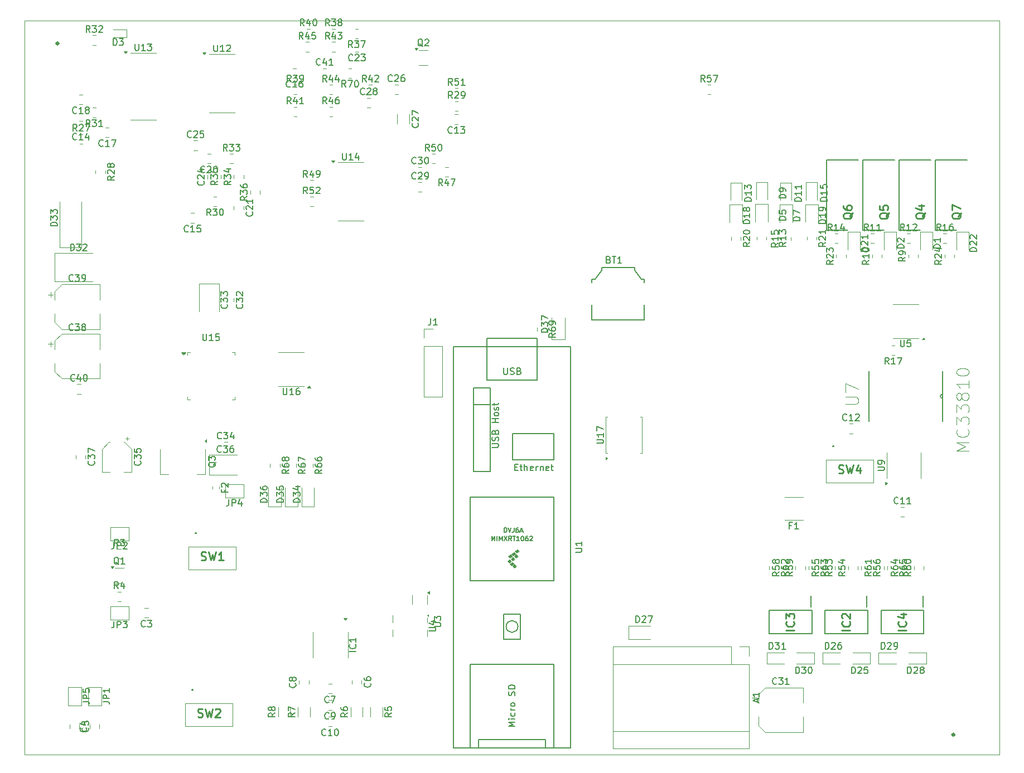
<source format=gbr>
%TF.GenerationSoftware,KiCad,Pcbnew,9.0.0*%
%TF.CreationDate,2025-08-01T10:40:34+02:00*%
%TF.ProjectId,ECU,4543552e-6b69-4636-9164-5f7063625858,0.3*%
%TF.SameCoordinates,Original*%
%TF.FileFunction,Legend,Top*%
%TF.FilePolarity,Positive*%
%FSLAX46Y46*%
G04 Gerber Fmt 4.6, Leading zero omitted, Abs format (unit mm)*
G04 Created by KiCad (PCBNEW 9.0.0) date 2025-08-01 10:40:34*
%MOMM*%
%LPD*%
G01*
G04 APERTURE LIST*
%ADD10C,0.150000*%
%ADD11C,0.254000*%
%ADD12C,0.050000*%
%ADD13C,0.120000*%
%ADD14C,0.100000*%
%ADD15C,0.200000*%
%ADD16C,0.152400*%
%ADD17C,0.127000*%
%ADD18C,0.350000*%
%TA.AperFunction,Profile*%
%ADD19C,0.050000*%
%TD*%
G04 APERTURE END LIST*
D10*
X110722142Y-140539580D02*
X110674523Y-140587200D01*
X110674523Y-140587200D02*
X110531666Y-140634819D01*
X110531666Y-140634819D02*
X110436428Y-140634819D01*
X110436428Y-140634819D02*
X110293571Y-140587200D01*
X110293571Y-140587200D02*
X110198333Y-140491961D01*
X110198333Y-140491961D02*
X110150714Y-140396723D01*
X110150714Y-140396723D02*
X110103095Y-140206247D01*
X110103095Y-140206247D02*
X110103095Y-140063390D01*
X110103095Y-140063390D02*
X110150714Y-139872914D01*
X110150714Y-139872914D02*
X110198333Y-139777676D01*
X110198333Y-139777676D02*
X110293571Y-139682438D01*
X110293571Y-139682438D02*
X110436428Y-139634819D01*
X110436428Y-139634819D02*
X110531666Y-139634819D01*
X110531666Y-139634819D02*
X110674523Y-139682438D01*
X110674523Y-139682438D02*
X110722142Y-139730057D01*
X111674523Y-140634819D02*
X111103095Y-140634819D01*
X111388809Y-140634819D02*
X111388809Y-139634819D01*
X111388809Y-139634819D02*
X111293571Y-139777676D01*
X111293571Y-139777676D02*
X111198333Y-139872914D01*
X111198333Y-139872914D02*
X111103095Y-139920533D01*
X112293571Y-139634819D02*
X112388809Y-139634819D01*
X112388809Y-139634819D02*
X112484047Y-139682438D01*
X112484047Y-139682438D02*
X112531666Y-139730057D01*
X112531666Y-139730057D02*
X112579285Y-139825295D01*
X112579285Y-139825295D02*
X112626904Y-140015771D01*
X112626904Y-140015771D02*
X112626904Y-140253866D01*
X112626904Y-140253866D02*
X112579285Y-140444342D01*
X112579285Y-140444342D02*
X112531666Y-140539580D01*
X112531666Y-140539580D02*
X112484047Y-140587200D01*
X112484047Y-140587200D02*
X112388809Y-140634819D01*
X112388809Y-140634819D02*
X112293571Y-140634819D01*
X112293571Y-140634819D02*
X112198333Y-140587200D01*
X112198333Y-140587200D02*
X112150714Y-140539580D01*
X112150714Y-140539580D02*
X112103095Y-140444342D01*
X112103095Y-140444342D02*
X112055476Y-140253866D01*
X112055476Y-140253866D02*
X112055476Y-140015771D01*
X112055476Y-140015771D02*
X112103095Y-139825295D01*
X112103095Y-139825295D02*
X112150714Y-139730057D01*
X112150714Y-139730057D02*
X112198333Y-139682438D01*
X112198333Y-139682438D02*
X112293571Y-139634819D01*
X92061905Y-79604819D02*
X92061905Y-80414342D01*
X92061905Y-80414342D02*
X92109524Y-80509580D01*
X92109524Y-80509580D02*
X92157143Y-80557200D01*
X92157143Y-80557200D02*
X92252381Y-80604819D01*
X92252381Y-80604819D02*
X92442857Y-80604819D01*
X92442857Y-80604819D02*
X92538095Y-80557200D01*
X92538095Y-80557200D02*
X92585714Y-80509580D01*
X92585714Y-80509580D02*
X92633333Y-80414342D01*
X92633333Y-80414342D02*
X92633333Y-79604819D01*
X93633333Y-80604819D02*
X93061905Y-80604819D01*
X93347619Y-80604819D02*
X93347619Y-79604819D01*
X93347619Y-79604819D02*
X93252381Y-79747676D01*
X93252381Y-79747676D02*
X93157143Y-79842914D01*
X93157143Y-79842914D02*
X93061905Y-79890533D01*
X94538095Y-79604819D02*
X94061905Y-79604819D01*
X94061905Y-79604819D02*
X94014286Y-80081009D01*
X94014286Y-80081009D02*
X94061905Y-80033390D01*
X94061905Y-80033390D02*
X94157143Y-79985771D01*
X94157143Y-79985771D02*
X94395238Y-79985771D01*
X94395238Y-79985771D02*
X94490476Y-80033390D01*
X94490476Y-80033390D02*
X94538095Y-80081009D01*
X94538095Y-80081009D02*
X94585714Y-80176247D01*
X94585714Y-80176247D02*
X94585714Y-80414342D01*
X94585714Y-80414342D02*
X94538095Y-80509580D01*
X94538095Y-80509580D02*
X94490476Y-80557200D01*
X94490476Y-80557200D02*
X94395238Y-80604819D01*
X94395238Y-80604819D02*
X94157143Y-80604819D01*
X94157143Y-80604819D02*
X94061905Y-80557200D01*
X94061905Y-80557200D02*
X94014286Y-80509580D01*
X189569819Y-115792857D02*
X189093628Y-116126190D01*
X189569819Y-116364285D02*
X188569819Y-116364285D01*
X188569819Y-116364285D02*
X188569819Y-115983333D01*
X188569819Y-115983333D02*
X188617438Y-115888095D01*
X188617438Y-115888095D02*
X188665057Y-115840476D01*
X188665057Y-115840476D02*
X188760295Y-115792857D01*
X188760295Y-115792857D02*
X188903152Y-115792857D01*
X188903152Y-115792857D02*
X188998390Y-115840476D01*
X188998390Y-115840476D02*
X189046009Y-115888095D01*
X189046009Y-115888095D02*
X189093628Y-115983333D01*
X189093628Y-115983333D02*
X189093628Y-116364285D01*
X188569819Y-114888095D02*
X188569819Y-115364285D01*
X188569819Y-115364285D02*
X189046009Y-115411904D01*
X189046009Y-115411904D02*
X188998390Y-115364285D01*
X188998390Y-115364285D02*
X188950771Y-115269047D01*
X188950771Y-115269047D02*
X188950771Y-115030952D01*
X188950771Y-115030952D02*
X188998390Y-114935714D01*
X188998390Y-114935714D02*
X189046009Y-114888095D01*
X189046009Y-114888095D02*
X189141247Y-114840476D01*
X189141247Y-114840476D02*
X189379342Y-114840476D01*
X189379342Y-114840476D02*
X189474580Y-114888095D01*
X189474580Y-114888095D02*
X189522200Y-114935714D01*
X189522200Y-114935714D02*
X189569819Y-115030952D01*
X189569819Y-115030952D02*
X189569819Y-115269047D01*
X189569819Y-115269047D02*
X189522200Y-115364285D01*
X189522200Y-115364285D02*
X189474580Y-115411904D01*
X188903152Y-113983333D02*
X189569819Y-113983333D01*
X188522200Y-114221428D02*
X189236485Y-114459523D01*
X189236485Y-114459523D02*
X189236485Y-113840476D01*
X72357142Y-79009580D02*
X72309523Y-79057200D01*
X72309523Y-79057200D02*
X72166666Y-79104819D01*
X72166666Y-79104819D02*
X72071428Y-79104819D01*
X72071428Y-79104819D02*
X71928571Y-79057200D01*
X71928571Y-79057200D02*
X71833333Y-78961961D01*
X71833333Y-78961961D02*
X71785714Y-78866723D01*
X71785714Y-78866723D02*
X71738095Y-78676247D01*
X71738095Y-78676247D02*
X71738095Y-78533390D01*
X71738095Y-78533390D02*
X71785714Y-78342914D01*
X71785714Y-78342914D02*
X71833333Y-78247676D01*
X71833333Y-78247676D02*
X71928571Y-78152438D01*
X71928571Y-78152438D02*
X72071428Y-78104819D01*
X72071428Y-78104819D02*
X72166666Y-78104819D01*
X72166666Y-78104819D02*
X72309523Y-78152438D01*
X72309523Y-78152438D02*
X72357142Y-78200057D01*
X72690476Y-78104819D02*
X73309523Y-78104819D01*
X73309523Y-78104819D02*
X72976190Y-78485771D01*
X72976190Y-78485771D02*
X73119047Y-78485771D01*
X73119047Y-78485771D02*
X73214285Y-78533390D01*
X73214285Y-78533390D02*
X73261904Y-78581009D01*
X73261904Y-78581009D02*
X73309523Y-78676247D01*
X73309523Y-78676247D02*
X73309523Y-78914342D01*
X73309523Y-78914342D02*
X73261904Y-79009580D01*
X73261904Y-79009580D02*
X73214285Y-79057200D01*
X73214285Y-79057200D02*
X73119047Y-79104819D01*
X73119047Y-79104819D02*
X72833333Y-79104819D01*
X72833333Y-79104819D02*
X72738095Y-79057200D01*
X72738095Y-79057200D02*
X72690476Y-79009580D01*
X73880952Y-78533390D02*
X73785714Y-78485771D01*
X73785714Y-78485771D02*
X73738095Y-78438152D01*
X73738095Y-78438152D02*
X73690476Y-78342914D01*
X73690476Y-78342914D02*
X73690476Y-78295295D01*
X73690476Y-78295295D02*
X73738095Y-78200057D01*
X73738095Y-78200057D02*
X73785714Y-78152438D01*
X73785714Y-78152438D02*
X73880952Y-78104819D01*
X73880952Y-78104819D02*
X74071428Y-78104819D01*
X74071428Y-78104819D02*
X74166666Y-78152438D01*
X74166666Y-78152438D02*
X74214285Y-78200057D01*
X74214285Y-78200057D02*
X74261904Y-78295295D01*
X74261904Y-78295295D02*
X74261904Y-78342914D01*
X74261904Y-78342914D02*
X74214285Y-78438152D01*
X74214285Y-78438152D02*
X74166666Y-78485771D01*
X74166666Y-78485771D02*
X74071428Y-78533390D01*
X74071428Y-78533390D02*
X73880952Y-78533390D01*
X73880952Y-78533390D02*
X73785714Y-78581009D01*
X73785714Y-78581009D02*
X73738095Y-78628628D01*
X73738095Y-78628628D02*
X73690476Y-78723866D01*
X73690476Y-78723866D02*
X73690476Y-78914342D01*
X73690476Y-78914342D02*
X73738095Y-79009580D01*
X73738095Y-79009580D02*
X73785714Y-79057200D01*
X73785714Y-79057200D02*
X73880952Y-79104819D01*
X73880952Y-79104819D02*
X74071428Y-79104819D01*
X74071428Y-79104819D02*
X74166666Y-79057200D01*
X74166666Y-79057200D02*
X74214285Y-79009580D01*
X74214285Y-79009580D02*
X74261904Y-78914342D01*
X74261904Y-78914342D02*
X74261904Y-78723866D01*
X74261904Y-78723866D02*
X74214285Y-78628628D01*
X74214285Y-78628628D02*
X74166666Y-78581009D01*
X74166666Y-78581009D02*
X74071428Y-78533390D01*
X186604819Y-62826785D02*
X185604819Y-62826785D01*
X185604819Y-62826785D02*
X185604819Y-62588690D01*
X185604819Y-62588690D02*
X185652438Y-62445833D01*
X185652438Y-62445833D02*
X185747676Y-62350595D01*
X185747676Y-62350595D02*
X185842914Y-62302976D01*
X185842914Y-62302976D02*
X186033390Y-62255357D01*
X186033390Y-62255357D02*
X186176247Y-62255357D01*
X186176247Y-62255357D02*
X186366723Y-62302976D01*
X186366723Y-62302976D02*
X186461961Y-62350595D01*
X186461961Y-62350595D02*
X186557200Y-62445833D01*
X186557200Y-62445833D02*
X186604819Y-62588690D01*
X186604819Y-62588690D02*
X186604819Y-62826785D01*
X186604819Y-61302976D02*
X186604819Y-61874404D01*
X186604819Y-61588690D02*
X185604819Y-61588690D01*
X185604819Y-61588690D02*
X185747676Y-61683928D01*
X185747676Y-61683928D02*
X185842914Y-61779166D01*
X185842914Y-61779166D02*
X185890533Y-61874404D01*
X186604819Y-60826785D02*
X186604819Y-60636309D01*
X186604819Y-60636309D02*
X186557200Y-60541071D01*
X186557200Y-60541071D02*
X186509580Y-60493452D01*
X186509580Y-60493452D02*
X186366723Y-60398214D01*
X186366723Y-60398214D02*
X186176247Y-60350595D01*
X186176247Y-60350595D02*
X185795295Y-60350595D01*
X185795295Y-60350595D02*
X185700057Y-60398214D01*
X185700057Y-60398214D02*
X185652438Y-60445833D01*
X185652438Y-60445833D02*
X185604819Y-60541071D01*
X185604819Y-60541071D02*
X185604819Y-60731547D01*
X185604819Y-60731547D02*
X185652438Y-60826785D01*
X185652438Y-60826785D02*
X185700057Y-60874404D01*
X185700057Y-60874404D02*
X185795295Y-60922023D01*
X185795295Y-60922023D02*
X186033390Y-60922023D01*
X186033390Y-60922023D02*
X186128628Y-60874404D01*
X186128628Y-60874404D02*
X186176247Y-60826785D01*
X186176247Y-60826785D02*
X186223866Y-60731547D01*
X186223866Y-60731547D02*
X186223866Y-60541071D01*
X186223866Y-60541071D02*
X186176247Y-60445833D01*
X186176247Y-60445833D02*
X186128628Y-60398214D01*
X186128628Y-60398214D02*
X186033390Y-60350595D01*
D11*
X91806666Y-113938842D02*
X91988095Y-113999318D01*
X91988095Y-113999318D02*
X92290476Y-113999318D01*
X92290476Y-113999318D02*
X92411428Y-113938842D01*
X92411428Y-113938842D02*
X92471904Y-113878365D01*
X92471904Y-113878365D02*
X92532381Y-113757413D01*
X92532381Y-113757413D02*
X92532381Y-113636461D01*
X92532381Y-113636461D02*
X92471904Y-113515508D01*
X92471904Y-113515508D02*
X92411428Y-113455032D01*
X92411428Y-113455032D02*
X92290476Y-113394556D01*
X92290476Y-113394556D02*
X92048571Y-113334080D01*
X92048571Y-113334080D02*
X91927619Y-113273603D01*
X91927619Y-113273603D02*
X91867142Y-113213127D01*
X91867142Y-113213127D02*
X91806666Y-113092175D01*
X91806666Y-113092175D02*
X91806666Y-112971222D01*
X91806666Y-112971222D02*
X91867142Y-112850270D01*
X91867142Y-112850270D02*
X91927619Y-112789794D01*
X91927619Y-112789794D02*
X92048571Y-112729318D01*
X92048571Y-112729318D02*
X92350952Y-112729318D01*
X92350952Y-112729318D02*
X92532381Y-112789794D01*
X92955714Y-112729318D02*
X93258095Y-113999318D01*
X93258095Y-113999318D02*
X93500000Y-113092175D01*
X93500000Y-113092175D02*
X93741905Y-113999318D01*
X93741905Y-113999318D02*
X94044286Y-112729318D01*
X95193334Y-113999318D02*
X94467619Y-113999318D01*
X94830476Y-113999318D02*
X94830476Y-112729318D01*
X94830476Y-112729318D02*
X94709524Y-112910746D01*
X94709524Y-112910746D02*
X94588572Y-113031699D01*
X94588572Y-113031699D02*
X94467619Y-113092175D01*
D10*
X106804819Y-105189285D02*
X105804819Y-105189285D01*
X105804819Y-105189285D02*
X105804819Y-104951190D01*
X105804819Y-104951190D02*
X105852438Y-104808333D01*
X105852438Y-104808333D02*
X105947676Y-104713095D01*
X105947676Y-104713095D02*
X106042914Y-104665476D01*
X106042914Y-104665476D02*
X106233390Y-104617857D01*
X106233390Y-104617857D02*
X106376247Y-104617857D01*
X106376247Y-104617857D02*
X106566723Y-104665476D01*
X106566723Y-104665476D02*
X106661961Y-104713095D01*
X106661961Y-104713095D02*
X106757200Y-104808333D01*
X106757200Y-104808333D02*
X106804819Y-104951190D01*
X106804819Y-104951190D02*
X106804819Y-105189285D01*
X105804819Y-104284523D02*
X105804819Y-103665476D01*
X105804819Y-103665476D02*
X106185771Y-103998809D01*
X106185771Y-103998809D02*
X106185771Y-103855952D01*
X106185771Y-103855952D02*
X106233390Y-103760714D01*
X106233390Y-103760714D02*
X106281009Y-103713095D01*
X106281009Y-103713095D02*
X106376247Y-103665476D01*
X106376247Y-103665476D02*
X106614342Y-103665476D01*
X106614342Y-103665476D02*
X106709580Y-103713095D01*
X106709580Y-103713095D02*
X106757200Y-103760714D01*
X106757200Y-103760714D02*
X106804819Y-103855952D01*
X106804819Y-103855952D02*
X106804819Y-104141666D01*
X106804819Y-104141666D02*
X106757200Y-104236904D01*
X106757200Y-104236904D02*
X106709580Y-104284523D01*
X106138152Y-102808333D02*
X106804819Y-102808333D01*
X105757200Y-103046428D02*
X106471485Y-103284523D01*
X106471485Y-103284523D02*
X106471485Y-102665476D01*
X175104819Y-62855951D02*
X174104819Y-62855951D01*
X174104819Y-62855951D02*
X174104819Y-62617856D01*
X174104819Y-62617856D02*
X174152438Y-62474999D01*
X174152438Y-62474999D02*
X174247676Y-62379761D01*
X174247676Y-62379761D02*
X174342914Y-62332142D01*
X174342914Y-62332142D02*
X174533390Y-62284523D01*
X174533390Y-62284523D02*
X174676247Y-62284523D01*
X174676247Y-62284523D02*
X174866723Y-62332142D01*
X174866723Y-62332142D02*
X174961961Y-62379761D01*
X174961961Y-62379761D02*
X175057200Y-62474999D01*
X175057200Y-62474999D02*
X175104819Y-62617856D01*
X175104819Y-62617856D02*
X175104819Y-62855951D01*
X175104819Y-61332142D02*
X175104819Y-61903570D01*
X175104819Y-61617856D02*
X174104819Y-61617856D01*
X174104819Y-61617856D02*
X174247676Y-61713094D01*
X174247676Y-61713094D02*
X174342914Y-61808332D01*
X174342914Y-61808332D02*
X174390533Y-61903570D01*
X174533390Y-60760713D02*
X174485771Y-60855951D01*
X174485771Y-60855951D02*
X174438152Y-60903570D01*
X174438152Y-60903570D02*
X174342914Y-60951189D01*
X174342914Y-60951189D02*
X174295295Y-60951189D01*
X174295295Y-60951189D02*
X174200057Y-60903570D01*
X174200057Y-60903570D02*
X174152438Y-60855951D01*
X174152438Y-60855951D02*
X174104819Y-60760713D01*
X174104819Y-60760713D02*
X174104819Y-60570237D01*
X174104819Y-60570237D02*
X174152438Y-60474999D01*
X174152438Y-60474999D02*
X174200057Y-60427380D01*
X174200057Y-60427380D02*
X174295295Y-60379761D01*
X174295295Y-60379761D02*
X174342914Y-60379761D01*
X174342914Y-60379761D02*
X174438152Y-60427380D01*
X174438152Y-60427380D02*
X174485771Y-60474999D01*
X174485771Y-60474999D02*
X174533390Y-60570237D01*
X174533390Y-60570237D02*
X174533390Y-60760713D01*
X174533390Y-60760713D02*
X174581009Y-60855951D01*
X174581009Y-60855951D02*
X174628628Y-60903570D01*
X174628628Y-60903570D02*
X174723866Y-60951189D01*
X174723866Y-60951189D02*
X174914342Y-60951189D01*
X174914342Y-60951189D02*
X175009580Y-60903570D01*
X175009580Y-60903570D02*
X175057200Y-60855951D01*
X175057200Y-60855951D02*
X175104819Y-60760713D01*
X175104819Y-60760713D02*
X175104819Y-60570237D01*
X175104819Y-60570237D02*
X175057200Y-60474999D01*
X175057200Y-60474999D02*
X175009580Y-60427380D01*
X175009580Y-60427380D02*
X174914342Y-60379761D01*
X174914342Y-60379761D02*
X174723866Y-60379761D01*
X174723866Y-60379761D02*
X174628628Y-60427380D01*
X174628628Y-60427380D02*
X174581009Y-60474999D01*
X174581009Y-60474999D02*
X174533390Y-60570237D01*
X107604819Y-100230357D02*
X107128628Y-100563690D01*
X107604819Y-100801785D02*
X106604819Y-100801785D01*
X106604819Y-100801785D02*
X106604819Y-100420833D01*
X106604819Y-100420833D02*
X106652438Y-100325595D01*
X106652438Y-100325595D02*
X106700057Y-100277976D01*
X106700057Y-100277976D02*
X106795295Y-100230357D01*
X106795295Y-100230357D02*
X106938152Y-100230357D01*
X106938152Y-100230357D02*
X107033390Y-100277976D01*
X107033390Y-100277976D02*
X107081009Y-100325595D01*
X107081009Y-100325595D02*
X107128628Y-100420833D01*
X107128628Y-100420833D02*
X107128628Y-100801785D01*
X106604819Y-99373214D02*
X106604819Y-99563690D01*
X106604819Y-99563690D02*
X106652438Y-99658928D01*
X106652438Y-99658928D02*
X106700057Y-99706547D01*
X106700057Y-99706547D02*
X106842914Y-99801785D01*
X106842914Y-99801785D02*
X107033390Y-99849404D01*
X107033390Y-99849404D02*
X107414342Y-99849404D01*
X107414342Y-99849404D02*
X107509580Y-99801785D01*
X107509580Y-99801785D02*
X107557200Y-99754166D01*
X107557200Y-99754166D02*
X107604819Y-99658928D01*
X107604819Y-99658928D02*
X107604819Y-99468452D01*
X107604819Y-99468452D02*
X107557200Y-99373214D01*
X107557200Y-99373214D02*
X107509580Y-99325595D01*
X107509580Y-99325595D02*
X107414342Y-99277976D01*
X107414342Y-99277976D02*
X107176247Y-99277976D01*
X107176247Y-99277976D02*
X107081009Y-99325595D01*
X107081009Y-99325595D02*
X107033390Y-99373214D01*
X107033390Y-99373214D02*
X106985771Y-99468452D01*
X106985771Y-99468452D02*
X106985771Y-99658928D01*
X106985771Y-99658928D02*
X107033390Y-99754166D01*
X107033390Y-99754166D02*
X107081009Y-99801785D01*
X107081009Y-99801785D02*
X107176247Y-99849404D01*
X106604819Y-98944642D02*
X106604819Y-98277976D01*
X106604819Y-98277976D02*
X107604819Y-98706547D01*
X128444642Y-57104819D02*
X128111309Y-56628628D01*
X127873214Y-57104819D02*
X127873214Y-56104819D01*
X127873214Y-56104819D02*
X128254166Y-56104819D01*
X128254166Y-56104819D02*
X128349404Y-56152438D01*
X128349404Y-56152438D02*
X128397023Y-56200057D01*
X128397023Y-56200057D02*
X128444642Y-56295295D01*
X128444642Y-56295295D02*
X128444642Y-56438152D01*
X128444642Y-56438152D02*
X128397023Y-56533390D01*
X128397023Y-56533390D02*
X128349404Y-56581009D01*
X128349404Y-56581009D02*
X128254166Y-56628628D01*
X128254166Y-56628628D02*
X127873214Y-56628628D01*
X129301785Y-56438152D02*
X129301785Y-57104819D01*
X129063690Y-56057200D02*
X128825595Y-56771485D01*
X128825595Y-56771485D02*
X129444642Y-56771485D01*
X129730357Y-56104819D02*
X130397023Y-56104819D01*
X130397023Y-56104819D02*
X129968452Y-57104819D01*
X129907142Y-49039580D02*
X129859523Y-49087200D01*
X129859523Y-49087200D02*
X129716666Y-49134819D01*
X129716666Y-49134819D02*
X129621428Y-49134819D01*
X129621428Y-49134819D02*
X129478571Y-49087200D01*
X129478571Y-49087200D02*
X129383333Y-48991961D01*
X129383333Y-48991961D02*
X129335714Y-48896723D01*
X129335714Y-48896723D02*
X129288095Y-48706247D01*
X129288095Y-48706247D02*
X129288095Y-48563390D01*
X129288095Y-48563390D02*
X129335714Y-48372914D01*
X129335714Y-48372914D02*
X129383333Y-48277676D01*
X129383333Y-48277676D02*
X129478571Y-48182438D01*
X129478571Y-48182438D02*
X129621428Y-48134819D01*
X129621428Y-48134819D02*
X129716666Y-48134819D01*
X129716666Y-48134819D02*
X129859523Y-48182438D01*
X129859523Y-48182438D02*
X129907142Y-48230057D01*
X130859523Y-49134819D02*
X130288095Y-49134819D01*
X130573809Y-49134819D02*
X130573809Y-48134819D01*
X130573809Y-48134819D02*
X130478571Y-48277676D01*
X130478571Y-48277676D02*
X130383333Y-48372914D01*
X130383333Y-48372914D02*
X130288095Y-48420533D01*
X131192857Y-48134819D02*
X131811904Y-48134819D01*
X131811904Y-48134819D02*
X131478571Y-48515771D01*
X131478571Y-48515771D02*
X131621428Y-48515771D01*
X131621428Y-48515771D02*
X131716666Y-48563390D01*
X131716666Y-48563390D02*
X131764285Y-48611009D01*
X131764285Y-48611009D02*
X131811904Y-48706247D01*
X131811904Y-48706247D02*
X131811904Y-48944342D01*
X131811904Y-48944342D02*
X131764285Y-49039580D01*
X131764285Y-49039580D02*
X131716666Y-49087200D01*
X131716666Y-49087200D02*
X131621428Y-49134819D01*
X131621428Y-49134819D02*
X131335714Y-49134819D01*
X131335714Y-49134819D02*
X131240476Y-49087200D01*
X131240476Y-49087200D02*
X131192857Y-49039580D01*
X126444642Y-51804819D02*
X126111309Y-51328628D01*
X125873214Y-51804819D02*
X125873214Y-50804819D01*
X125873214Y-50804819D02*
X126254166Y-50804819D01*
X126254166Y-50804819D02*
X126349404Y-50852438D01*
X126349404Y-50852438D02*
X126397023Y-50900057D01*
X126397023Y-50900057D02*
X126444642Y-50995295D01*
X126444642Y-50995295D02*
X126444642Y-51138152D01*
X126444642Y-51138152D02*
X126397023Y-51233390D01*
X126397023Y-51233390D02*
X126349404Y-51281009D01*
X126349404Y-51281009D02*
X126254166Y-51328628D01*
X126254166Y-51328628D02*
X125873214Y-51328628D01*
X127349404Y-50804819D02*
X126873214Y-50804819D01*
X126873214Y-50804819D02*
X126825595Y-51281009D01*
X126825595Y-51281009D02*
X126873214Y-51233390D01*
X126873214Y-51233390D02*
X126968452Y-51185771D01*
X126968452Y-51185771D02*
X127206547Y-51185771D01*
X127206547Y-51185771D02*
X127301785Y-51233390D01*
X127301785Y-51233390D02*
X127349404Y-51281009D01*
X127349404Y-51281009D02*
X127397023Y-51376247D01*
X127397023Y-51376247D02*
X127397023Y-51614342D01*
X127397023Y-51614342D02*
X127349404Y-51709580D01*
X127349404Y-51709580D02*
X127301785Y-51757200D01*
X127301785Y-51757200D02*
X127206547Y-51804819D01*
X127206547Y-51804819D02*
X126968452Y-51804819D01*
X126968452Y-51804819D02*
X126873214Y-51757200D01*
X126873214Y-51757200D02*
X126825595Y-51709580D01*
X128016071Y-50804819D02*
X128111309Y-50804819D01*
X128111309Y-50804819D02*
X128206547Y-50852438D01*
X128206547Y-50852438D02*
X128254166Y-50900057D01*
X128254166Y-50900057D02*
X128301785Y-50995295D01*
X128301785Y-50995295D02*
X128349404Y-51185771D01*
X128349404Y-51185771D02*
X128349404Y-51423866D01*
X128349404Y-51423866D02*
X128301785Y-51614342D01*
X128301785Y-51614342D02*
X128254166Y-51709580D01*
X128254166Y-51709580D02*
X128206547Y-51757200D01*
X128206547Y-51757200D02*
X128111309Y-51804819D01*
X128111309Y-51804819D02*
X128016071Y-51804819D01*
X128016071Y-51804819D02*
X127920833Y-51757200D01*
X127920833Y-51757200D02*
X127873214Y-51709580D01*
X127873214Y-51709580D02*
X127825595Y-51614342D01*
X127825595Y-51614342D02*
X127777976Y-51423866D01*
X127777976Y-51423866D02*
X127777976Y-51185771D01*
X127777976Y-51185771D02*
X127825595Y-50995295D01*
X127825595Y-50995295D02*
X127873214Y-50900057D01*
X127873214Y-50900057D02*
X127920833Y-50852438D01*
X127920833Y-50852438D02*
X128016071Y-50804819D01*
X72907142Y-46039580D02*
X72859523Y-46087200D01*
X72859523Y-46087200D02*
X72716666Y-46134819D01*
X72716666Y-46134819D02*
X72621428Y-46134819D01*
X72621428Y-46134819D02*
X72478571Y-46087200D01*
X72478571Y-46087200D02*
X72383333Y-45991961D01*
X72383333Y-45991961D02*
X72335714Y-45896723D01*
X72335714Y-45896723D02*
X72288095Y-45706247D01*
X72288095Y-45706247D02*
X72288095Y-45563390D01*
X72288095Y-45563390D02*
X72335714Y-45372914D01*
X72335714Y-45372914D02*
X72383333Y-45277676D01*
X72383333Y-45277676D02*
X72478571Y-45182438D01*
X72478571Y-45182438D02*
X72621428Y-45134819D01*
X72621428Y-45134819D02*
X72716666Y-45134819D01*
X72716666Y-45134819D02*
X72859523Y-45182438D01*
X72859523Y-45182438D02*
X72907142Y-45230057D01*
X73859523Y-46134819D02*
X73288095Y-46134819D01*
X73573809Y-46134819D02*
X73573809Y-45134819D01*
X73573809Y-45134819D02*
X73478571Y-45277676D01*
X73478571Y-45277676D02*
X73383333Y-45372914D01*
X73383333Y-45372914D02*
X73288095Y-45420533D01*
X74430952Y-45563390D02*
X74335714Y-45515771D01*
X74335714Y-45515771D02*
X74288095Y-45468152D01*
X74288095Y-45468152D02*
X74240476Y-45372914D01*
X74240476Y-45372914D02*
X74240476Y-45325295D01*
X74240476Y-45325295D02*
X74288095Y-45230057D01*
X74288095Y-45230057D02*
X74335714Y-45182438D01*
X74335714Y-45182438D02*
X74430952Y-45134819D01*
X74430952Y-45134819D02*
X74621428Y-45134819D01*
X74621428Y-45134819D02*
X74716666Y-45182438D01*
X74716666Y-45182438D02*
X74764285Y-45230057D01*
X74764285Y-45230057D02*
X74811904Y-45325295D01*
X74811904Y-45325295D02*
X74811904Y-45372914D01*
X74811904Y-45372914D02*
X74764285Y-45468152D01*
X74764285Y-45468152D02*
X74716666Y-45515771D01*
X74716666Y-45515771D02*
X74621428Y-45563390D01*
X74621428Y-45563390D02*
X74430952Y-45563390D01*
X74430952Y-45563390D02*
X74335714Y-45611009D01*
X74335714Y-45611009D02*
X74288095Y-45658628D01*
X74288095Y-45658628D02*
X74240476Y-45753866D01*
X74240476Y-45753866D02*
X74240476Y-45944342D01*
X74240476Y-45944342D02*
X74288095Y-46039580D01*
X74288095Y-46039580D02*
X74335714Y-46087200D01*
X74335714Y-46087200D02*
X74430952Y-46134819D01*
X74430952Y-46134819D02*
X74621428Y-46134819D01*
X74621428Y-46134819D02*
X74716666Y-46087200D01*
X74716666Y-46087200D02*
X74764285Y-46039580D01*
X74764285Y-46039580D02*
X74811904Y-45944342D01*
X74811904Y-45944342D02*
X74811904Y-45753866D01*
X74811904Y-45753866D02*
X74764285Y-45658628D01*
X74764285Y-45658628D02*
X74716666Y-45611009D01*
X74716666Y-45611009D02*
X74621428Y-45563390D01*
X69954819Y-63214285D02*
X68954819Y-63214285D01*
X68954819Y-63214285D02*
X68954819Y-62976190D01*
X68954819Y-62976190D02*
X69002438Y-62833333D01*
X69002438Y-62833333D02*
X69097676Y-62738095D01*
X69097676Y-62738095D02*
X69192914Y-62690476D01*
X69192914Y-62690476D02*
X69383390Y-62642857D01*
X69383390Y-62642857D02*
X69526247Y-62642857D01*
X69526247Y-62642857D02*
X69716723Y-62690476D01*
X69716723Y-62690476D02*
X69811961Y-62738095D01*
X69811961Y-62738095D02*
X69907200Y-62833333D01*
X69907200Y-62833333D02*
X69954819Y-62976190D01*
X69954819Y-62976190D02*
X69954819Y-63214285D01*
X68954819Y-62309523D02*
X68954819Y-61690476D01*
X68954819Y-61690476D02*
X69335771Y-62023809D01*
X69335771Y-62023809D02*
X69335771Y-61880952D01*
X69335771Y-61880952D02*
X69383390Y-61785714D01*
X69383390Y-61785714D02*
X69431009Y-61738095D01*
X69431009Y-61738095D02*
X69526247Y-61690476D01*
X69526247Y-61690476D02*
X69764342Y-61690476D01*
X69764342Y-61690476D02*
X69859580Y-61738095D01*
X69859580Y-61738095D02*
X69907200Y-61785714D01*
X69907200Y-61785714D02*
X69954819Y-61880952D01*
X69954819Y-61880952D02*
X69954819Y-62166666D01*
X69954819Y-62166666D02*
X69907200Y-62261904D01*
X69907200Y-62261904D02*
X69859580Y-62309523D01*
X68954819Y-61357142D02*
X68954819Y-60738095D01*
X68954819Y-60738095D02*
X69335771Y-61071428D01*
X69335771Y-61071428D02*
X69335771Y-60928571D01*
X69335771Y-60928571D02*
X69383390Y-60833333D01*
X69383390Y-60833333D02*
X69431009Y-60785714D01*
X69431009Y-60785714D02*
X69526247Y-60738095D01*
X69526247Y-60738095D02*
X69764342Y-60738095D01*
X69764342Y-60738095D02*
X69859580Y-60785714D01*
X69859580Y-60785714D02*
X69907200Y-60833333D01*
X69907200Y-60833333D02*
X69954819Y-60928571D01*
X69954819Y-60928571D02*
X69954819Y-61214285D01*
X69954819Y-61214285D02*
X69907200Y-61309523D01*
X69907200Y-61309523D02*
X69859580Y-61357142D01*
X101804819Y-105189285D02*
X100804819Y-105189285D01*
X100804819Y-105189285D02*
X100804819Y-104951190D01*
X100804819Y-104951190D02*
X100852438Y-104808333D01*
X100852438Y-104808333D02*
X100947676Y-104713095D01*
X100947676Y-104713095D02*
X101042914Y-104665476D01*
X101042914Y-104665476D02*
X101233390Y-104617857D01*
X101233390Y-104617857D02*
X101376247Y-104617857D01*
X101376247Y-104617857D02*
X101566723Y-104665476D01*
X101566723Y-104665476D02*
X101661961Y-104713095D01*
X101661961Y-104713095D02*
X101757200Y-104808333D01*
X101757200Y-104808333D02*
X101804819Y-104951190D01*
X101804819Y-104951190D02*
X101804819Y-105189285D01*
X100804819Y-104284523D02*
X100804819Y-103665476D01*
X100804819Y-103665476D02*
X101185771Y-103998809D01*
X101185771Y-103998809D02*
X101185771Y-103855952D01*
X101185771Y-103855952D02*
X101233390Y-103760714D01*
X101233390Y-103760714D02*
X101281009Y-103713095D01*
X101281009Y-103713095D02*
X101376247Y-103665476D01*
X101376247Y-103665476D02*
X101614342Y-103665476D01*
X101614342Y-103665476D02*
X101709580Y-103713095D01*
X101709580Y-103713095D02*
X101757200Y-103760714D01*
X101757200Y-103760714D02*
X101804819Y-103855952D01*
X101804819Y-103855952D02*
X101804819Y-104141666D01*
X101804819Y-104141666D02*
X101757200Y-104236904D01*
X101757200Y-104236904D02*
X101709580Y-104284523D01*
X100804819Y-102808333D02*
X100804819Y-102998809D01*
X100804819Y-102998809D02*
X100852438Y-103094047D01*
X100852438Y-103094047D02*
X100900057Y-103141666D01*
X100900057Y-103141666D02*
X101042914Y-103236904D01*
X101042914Y-103236904D02*
X101233390Y-103284523D01*
X101233390Y-103284523D02*
X101614342Y-103284523D01*
X101614342Y-103284523D02*
X101709580Y-103236904D01*
X101709580Y-103236904D02*
X101757200Y-103189285D01*
X101757200Y-103189285D02*
X101804819Y-103094047D01*
X101804819Y-103094047D02*
X101804819Y-102903571D01*
X101804819Y-102903571D02*
X101757200Y-102808333D01*
X101757200Y-102808333D02*
X101709580Y-102760714D01*
X101709580Y-102760714D02*
X101614342Y-102713095D01*
X101614342Y-102713095D02*
X101376247Y-102713095D01*
X101376247Y-102713095D02*
X101281009Y-102760714D01*
X101281009Y-102760714D02*
X101233390Y-102808333D01*
X101233390Y-102808333D02*
X101185771Y-102903571D01*
X101185771Y-102903571D02*
X101185771Y-103094047D01*
X101185771Y-103094047D02*
X101233390Y-103189285D01*
X101233390Y-103189285D02*
X101281009Y-103236904D01*
X101281009Y-103236904D02*
X101376247Y-103284523D01*
X111269642Y-34804819D02*
X110936309Y-34328628D01*
X110698214Y-34804819D02*
X110698214Y-33804819D01*
X110698214Y-33804819D02*
X111079166Y-33804819D01*
X111079166Y-33804819D02*
X111174404Y-33852438D01*
X111174404Y-33852438D02*
X111222023Y-33900057D01*
X111222023Y-33900057D02*
X111269642Y-33995295D01*
X111269642Y-33995295D02*
X111269642Y-34138152D01*
X111269642Y-34138152D02*
X111222023Y-34233390D01*
X111222023Y-34233390D02*
X111174404Y-34281009D01*
X111174404Y-34281009D02*
X111079166Y-34328628D01*
X111079166Y-34328628D02*
X110698214Y-34328628D01*
X112126785Y-34138152D02*
X112126785Y-34804819D01*
X111888690Y-33757200D02*
X111650595Y-34471485D01*
X111650595Y-34471485D02*
X112269642Y-34471485D01*
X112555357Y-33804819D02*
X113174404Y-33804819D01*
X113174404Y-33804819D02*
X112841071Y-34185771D01*
X112841071Y-34185771D02*
X112983928Y-34185771D01*
X112983928Y-34185771D02*
X113079166Y-34233390D01*
X113079166Y-34233390D02*
X113126785Y-34281009D01*
X113126785Y-34281009D02*
X113174404Y-34376247D01*
X113174404Y-34376247D02*
X113174404Y-34614342D01*
X113174404Y-34614342D02*
X113126785Y-34709580D01*
X113126785Y-34709580D02*
X113079166Y-34757200D01*
X113079166Y-34757200D02*
X112983928Y-34804819D01*
X112983928Y-34804819D02*
X112698214Y-34804819D01*
X112698214Y-34804819D02*
X112602976Y-34757200D01*
X112602976Y-34757200D02*
X112555357Y-34709580D01*
X186550714Y-127493319D02*
X186550714Y-126493319D01*
X186550714Y-126493319D02*
X186788809Y-126493319D01*
X186788809Y-126493319D02*
X186931666Y-126540938D01*
X186931666Y-126540938D02*
X187026904Y-126636176D01*
X187026904Y-126636176D02*
X187074523Y-126731414D01*
X187074523Y-126731414D02*
X187122142Y-126921890D01*
X187122142Y-126921890D02*
X187122142Y-127064747D01*
X187122142Y-127064747D02*
X187074523Y-127255223D01*
X187074523Y-127255223D02*
X187026904Y-127350461D01*
X187026904Y-127350461D02*
X186931666Y-127445700D01*
X186931666Y-127445700D02*
X186788809Y-127493319D01*
X186788809Y-127493319D02*
X186550714Y-127493319D01*
X187503095Y-126588557D02*
X187550714Y-126540938D01*
X187550714Y-126540938D02*
X187645952Y-126493319D01*
X187645952Y-126493319D02*
X187884047Y-126493319D01*
X187884047Y-126493319D02*
X187979285Y-126540938D01*
X187979285Y-126540938D02*
X188026904Y-126588557D01*
X188026904Y-126588557D02*
X188074523Y-126683795D01*
X188074523Y-126683795D02*
X188074523Y-126779033D01*
X188074523Y-126779033D02*
X188026904Y-126921890D01*
X188026904Y-126921890D02*
X187455476Y-127493319D01*
X187455476Y-127493319D02*
X188074523Y-127493319D01*
X188931666Y-126493319D02*
X188741190Y-126493319D01*
X188741190Y-126493319D02*
X188645952Y-126540938D01*
X188645952Y-126540938D02*
X188598333Y-126588557D01*
X188598333Y-126588557D02*
X188503095Y-126731414D01*
X188503095Y-126731414D02*
X188455476Y-126921890D01*
X188455476Y-126921890D02*
X188455476Y-127302842D01*
X188455476Y-127302842D02*
X188503095Y-127398080D01*
X188503095Y-127398080D02*
X188550714Y-127445700D01*
X188550714Y-127445700D02*
X188645952Y-127493319D01*
X188645952Y-127493319D02*
X188836428Y-127493319D01*
X188836428Y-127493319D02*
X188931666Y-127445700D01*
X188931666Y-127445700D02*
X188979285Y-127398080D01*
X188979285Y-127398080D02*
X189026904Y-127302842D01*
X189026904Y-127302842D02*
X189026904Y-127064747D01*
X189026904Y-127064747D02*
X188979285Y-126969509D01*
X188979285Y-126969509D02*
X188931666Y-126921890D01*
X188931666Y-126921890D02*
X188836428Y-126874271D01*
X188836428Y-126874271D02*
X188645952Y-126874271D01*
X188645952Y-126874271D02*
X188550714Y-126921890D01*
X188550714Y-126921890D02*
X188503095Y-126969509D01*
X188503095Y-126969509D02*
X188455476Y-127064747D01*
X182050714Y-131193319D02*
X182050714Y-130193319D01*
X182050714Y-130193319D02*
X182288809Y-130193319D01*
X182288809Y-130193319D02*
X182431666Y-130240938D01*
X182431666Y-130240938D02*
X182526904Y-130336176D01*
X182526904Y-130336176D02*
X182574523Y-130431414D01*
X182574523Y-130431414D02*
X182622142Y-130621890D01*
X182622142Y-130621890D02*
X182622142Y-130764747D01*
X182622142Y-130764747D02*
X182574523Y-130955223D01*
X182574523Y-130955223D02*
X182526904Y-131050461D01*
X182526904Y-131050461D02*
X182431666Y-131145700D01*
X182431666Y-131145700D02*
X182288809Y-131193319D01*
X182288809Y-131193319D02*
X182050714Y-131193319D01*
X182955476Y-130193319D02*
X183574523Y-130193319D01*
X183574523Y-130193319D02*
X183241190Y-130574271D01*
X183241190Y-130574271D02*
X183384047Y-130574271D01*
X183384047Y-130574271D02*
X183479285Y-130621890D01*
X183479285Y-130621890D02*
X183526904Y-130669509D01*
X183526904Y-130669509D02*
X183574523Y-130764747D01*
X183574523Y-130764747D02*
X183574523Y-131002842D01*
X183574523Y-131002842D02*
X183526904Y-131098080D01*
X183526904Y-131098080D02*
X183479285Y-131145700D01*
X183479285Y-131145700D02*
X183384047Y-131193319D01*
X183384047Y-131193319D02*
X183098333Y-131193319D01*
X183098333Y-131193319D02*
X183003095Y-131145700D01*
X183003095Y-131145700D02*
X182955476Y-131098080D01*
X184193571Y-130193319D02*
X184288809Y-130193319D01*
X184288809Y-130193319D02*
X184384047Y-130240938D01*
X184384047Y-130240938D02*
X184431666Y-130288557D01*
X184431666Y-130288557D02*
X184479285Y-130383795D01*
X184479285Y-130383795D02*
X184526904Y-130574271D01*
X184526904Y-130574271D02*
X184526904Y-130812366D01*
X184526904Y-130812366D02*
X184479285Y-131002842D01*
X184479285Y-131002842D02*
X184431666Y-131098080D01*
X184431666Y-131098080D02*
X184384047Y-131145700D01*
X184384047Y-131145700D02*
X184288809Y-131193319D01*
X184288809Y-131193319D02*
X184193571Y-131193319D01*
X184193571Y-131193319D02*
X184098333Y-131145700D01*
X184098333Y-131145700D02*
X184050714Y-131098080D01*
X184050714Y-131098080D02*
X184003095Y-131002842D01*
X184003095Y-131002842D02*
X183955476Y-130812366D01*
X183955476Y-130812366D02*
X183955476Y-130574271D01*
X183955476Y-130574271D02*
X184003095Y-130383795D01*
X184003095Y-130383795D02*
X184050714Y-130288557D01*
X184050714Y-130288557D02*
X184098333Y-130240938D01*
X184098333Y-130240938D02*
X184193571Y-130193319D01*
X110854642Y-41304819D02*
X110521309Y-40828628D01*
X110283214Y-41304819D02*
X110283214Y-40304819D01*
X110283214Y-40304819D02*
X110664166Y-40304819D01*
X110664166Y-40304819D02*
X110759404Y-40352438D01*
X110759404Y-40352438D02*
X110807023Y-40400057D01*
X110807023Y-40400057D02*
X110854642Y-40495295D01*
X110854642Y-40495295D02*
X110854642Y-40638152D01*
X110854642Y-40638152D02*
X110807023Y-40733390D01*
X110807023Y-40733390D02*
X110759404Y-40781009D01*
X110759404Y-40781009D02*
X110664166Y-40828628D01*
X110664166Y-40828628D02*
X110283214Y-40828628D01*
X111711785Y-40638152D02*
X111711785Y-41304819D01*
X111473690Y-40257200D02*
X111235595Y-40971485D01*
X111235595Y-40971485D02*
X111854642Y-40971485D01*
X112664166Y-40638152D02*
X112664166Y-41304819D01*
X112426071Y-40257200D02*
X112187976Y-40971485D01*
X112187976Y-40971485D02*
X112807023Y-40971485D01*
X92357142Y-55039580D02*
X92309523Y-55087200D01*
X92309523Y-55087200D02*
X92166666Y-55134819D01*
X92166666Y-55134819D02*
X92071428Y-55134819D01*
X92071428Y-55134819D02*
X91928571Y-55087200D01*
X91928571Y-55087200D02*
X91833333Y-54991961D01*
X91833333Y-54991961D02*
X91785714Y-54896723D01*
X91785714Y-54896723D02*
X91738095Y-54706247D01*
X91738095Y-54706247D02*
X91738095Y-54563390D01*
X91738095Y-54563390D02*
X91785714Y-54372914D01*
X91785714Y-54372914D02*
X91833333Y-54277676D01*
X91833333Y-54277676D02*
X91928571Y-54182438D01*
X91928571Y-54182438D02*
X92071428Y-54134819D01*
X92071428Y-54134819D02*
X92166666Y-54134819D01*
X92166666Y-54134819D02*
X92309523Y-54182438D01*
X92309523Y-54182438D02*
X92357142Y-54230057D01*
X92738095Y-54230057D02*
X92785714Y-54182438D01*
X92785714Y-54182438D02*
X92880952Y-54134819D01*
X92880952Y-54134819D02*
X93119047Y-54134819D01*
X93119047Y-54134819D02*
X93214285Y-54182438D01*
X93214285Y-54182438D02*
X93261904Y-54230057D01*
X93261904Y-54230057D02*
X93309523Y-54325295D01*
X93309523Y-54325295D02*
X93309523Y-54420533D01*
X93309523Y-54420533D02*
X93261904Y-54563390D01*
X93261904Y-54563390D02*
X92690476Y-55134819D01*
X92690476Y-55134819D02*
X93309523Y-55134819D01*
X93928571Y-54134819D02*
X94023809Y-54134819D01*
X94023809Y-54134819D02*
X94119047Y-54182438D01*
X94119047Y-54182438D02*
X94166666Y-54230057D01*
X94166666Y-54230057D02*
X94214285Y-54325295D01*
X94214285Y-54325295D02*
X94261904Y-54515771D01*
X94261904Y-54515771D02*
X94261904Y-54753866D01*
X94261904Y-54753866D02*
X94214285Y-54944342D01*
X94214285Y-54944342D02*
X94166666Y-55039580D01*
X94166666Y-55039580D02*
X94119047Y-55087200D01*
X94119047Y-55087200D02*
X94023809Y-55134819D01*
X94023809Y-55134819D02*
X93928571Y-55134819D01*
X93928571Y-55134819D02*
X93833333Y-55087200D01*
X93833333Y-55087200D02*
X93785714Y-55039580D01*
X93785714Y-55039580D02*
X93738095Y-54944342D01*
X93738095Y-54944342D02*
X93690476Y-54753866D01*
X93690476Y-54753866D02*
X93690476Y-54515771D01*
X93690476Y-54515771D02*
X93738095Y-54325295D01*
X93738095Y-54325295D02*
X93785714Y-54230057D01*
X93785714Y-54230057D02*
X93833333Y-54182438D01*
X93833333Y-54182438D02*
X93928571Y-54134819D01*
D11*
X190339318Y-124628262D02*
X189069318Y-124628262D01*
X190218365Y-123297785D02*
X190278842Y-123358261D01*
X190278842Y-123358261D02*
X190339318Y-123539690D01*
X190339318Y-123539690D02*
X190339318Y-123660642D01*
X190339318Y-123660642D02*
X190278842Y-123842071D01*
X190278842Y-123842071D02*
X190157889Y-123963023D01*
X190157889Y-123963023D02*
X190036937Y-124023500D01*
X190036937Y-124023500D02*
X189795032Y-124083976D01*
X189795032Y-124083976D02*
X189613603Y-124083976D01*
X189613603Y-124083976D02*
X189371699Y-124023500D01*
X189371699Y-124023500D02*
X189250746Y-123963023D01*
X189250746Y-123963023D02*
X189129794Y-123842071D01*
X189129794Y-123842071D02*
X189069318Y-123660642D01*
X189069318Y-123660642D02*
X189069318Y-123539690D01*
X189069318Y-123539690D02*
X189129794Y-123358261D01*
X189129794Y-123358261D02*
X189190270Y-123297785D01*
X189190270Y-122813976D02*
X189129794Y-122753500D01*
X189129794Y-122753500D02*
X189069318Y-122632547D01*
X189069318Y-122632547D02*
X189069318Y-122330166D01*
X189069318Y-122330166D02*
X189129794Y-122209214D01*
X189129794Y-122209214D02*
X189190270Y-122148738D01*
X189190270Y-122148738D02*
X189311222Y-122088261D01*
X189311222Y-122088261D02*
X189432175Y-122088261D01*
X189432175Y-122088261D02*
X189613603Y-122148738D01*
X189613603Y-122148738D02*
X190339318Y-122874452D01*
X190339318Y-122874452D02*
X190339318Y-122088261D01*
D10*
X95769642Y-51804819D02*
X95436309Y-51328628D01*
X95198214Y-51804819D02*
X95198214Y-50804819D01*
X95198214Y-50804819D02*
X95579166Y-50804819D01*
X95579166Y-50804819D02*
X95674404Y-50852438D01*
X95674404Y-50852438D02*
X95722023Y-50900057D01*
X95722023Y-50900057D02*
X95769642Y-50995295D01*
X95769642Y-50995295D02*
X95769642Y-51138152D01*
X95769642Y-51138152D02*
X95722023Y-51233390D01*
X95722023Y-51233390D02*
X95674404Y-51281009D01*
X95674404Y-51281009D02*
X95579166Y-51328628D01*
X95579166Y-51328628D02*
X95198214Y-51328628D01*
X96102976Y-50804819D02*
X96722023Y-50804819D01*
X96722023Y-50804819D02*
X96388690Y-51185771D01*
X96388690Y-51185771D02*
X96531547Y-51185771D01*
X96531547Y-51185771D02*
X96626785Y-51233390D01*
X96626785Y-51233390D02*
X96674404Y-51281009D01*
X96674404Y-51281009D02*
X96722023Y-51376247D01*
X96722023Y-51376247D02*
X96722023Y-51614342D01*
X96722023Y-51614342D02*
X96674404Y-51709580D01*
X96674404Y-51709580D02*
X96626785Y-51757200D01*
X96626785Y-51757200D02*
X96531547Y-51804819D01*
X96531547Y-51804819D02*
X96245833Y-51804819D01*
X96245833Y-51804819D02*
X96150595Y-51757200D01*
X96150595Y-51757200D02*
X96102976Y-51709580D01*
X97055357Y-50804819D02*
X97674404Y-50804819D01*
X97674404Y-50804819D02*
X97341071Y-51185771D01*
X97341071Y-51185771D02*
X97483928Y-51185771D01*
X97483928Y-51185771D02*
X97579166Y-51233390D01*
X97579166Y-51233390D02*
X97626785Y-51281009D01*
X97626785Y-51281009D02*
X97674404Y-51376247D01*
X97674404Y-51376247D02*
X97674404Y-51614342D01*
X97674404Y-51614342D02*
X97626785Y-51709580D01*
X97626785Y-51709580D02*
X97579166Y-51757200D01*
X97579166Y-51757200D02*
X97483928Y-51804819D01*
X97483928Y-51804819D02*
X97198214Y-51804819D01*
X97198214Y-51804819D02*
X97102976Y-51757200D01*
X97102976Y-51757200D02*
X97055357Y-51709580D01*
X179157142Y-132748080D02*
X179109523Y-132795700D01*
X179109523Y-132795700D02*
X178966666Y-132843319D01*
X178966666Y-132843319D02*
X178871428Y-132843319D01*
X178871428Y-132843319D02*
X178728571Y-132795700D01*
X178728571Y-132795700D02*
X178633333Y-132700461D01*
X178633333Y-132700461D02*
X178585714Y-132605223D01*
X178585714Y-132605223D02*
X178538095Y-132414747D01*
X178538095Y-132414747D02*
X178538095Y-132271890D01*
X178538095Y-132271890D02*
X178585714Y-132081414D01*
X178585714Y-132081414D02*
X178633333Y-131986176D01*
X178633333Y-131986176D02*
X178728571Y-131890938D01*
X178728571Y-131890938D02*
X178871428Y-131843319D01*
X178871428Y-131843319D02*
X178966666Y-131843319D01*
X178966666Y-131843319D02*
X179109523Y-131890938D01*
X179109523Y-131890938D02*
X179157142Y-131938557D01*
X179490476Y-131843319D02*
X180109523Y-131843319D01*
X180109523Y-131843319D02*
X179776190Y-132224271D01*
X179776190Y-132224271D02*
X179919047Y-132224271D01*
X179919047Y-132224271D02*
X180014285Y-132271890D01*
X180014285Y-132271890D02*
X180061904Y-132319509D01*
X180061904Y-132319509D02*
X180109523Y-132414747D01*
X180109523Y-132414747D02*
X180109523Y-132652842D01*
X180109523Y-132652842D02*
X180061904Y-132748080D01*
X180061904Y-132748080D02*
X180014285Y-132795700D01*
X180014285Y-132795700D02*
X179919047Y-132843319D01*
X179919047Y-132843319D02*
X179633333Y-132843319D01*
X179633333Y-132843319D02*
X179538095Y-132795700D01*
X179538095Y-132795700D02*
X179490476Y-132748080D01*
X181061904Y-132843319D02*
X180490476Y-132843319D01*
X180776190Y-132843319D02*
X180776190Y-131843319D01*
X180776190Y-131843319D02*
X180680952Y-131986176D01*
X180680952Y-131986176D02*
X180585714Y-132081414D01*
X180585714Y-132081414D02*
X180490476Y-132129033D01*
X157785714Y-123454819D02*
X157785714Y-122454819D01*
X157785714Y-122454819D02*
X158023809Y-122454819D01*
X158023809Y-122454819D02*
X158166666Y-122502438D01*
X158166666Y-122502438D02*
X158261904Y-122597676D01*
X158261904Y-122597676D02*
X158309523Y-122692914D01*
X158309523Y-122692914D02*
X158357142Y-122883390D01*
X158357142Y-122883390D02*
X158357142Y-123026247D01*
X158357142Y-123026247D02*
X158309523Y-123216723D01*
X158309523Y-123216723D02*
X158261904Y-123311961D01*
X158261904Y-123311961D02*
X158166666Y-123407200D01*
X158166666Y-123407200D02*
X158023809Y-123454819D01*
X158023809Y-123454819D02*
X157785714Y-123454819D01*
X158738095Y-122550057D02*
X158785714Y-122502438D01*
X158785714Y-122502438D02*
X158880952Y-122454819D01*
X158880952Y-122454819D02*
X159119047Y-122454819D01*
X159119047Y-122454819D02*
X159214285Y-122502438D01*
X159214285Y-122502438D02*
X159261904Y-122550057D01*
X159261904Y-122550057D02*
X159309523Y-122645295D01*
X159309523Y-122645295D02*
X159309523Y-122740533D01*
X159309523Y-122740533D02*
X159261904Y-122883390D01*
X159261904Y-122883390D02*
X158690476Y-123454819D01*
X158690476Y-123454819D02*
X159309523Y-123454819D01*
X159642857Y-122454819D02*
X160309523Y-122454819D01*
X160309523Y-122454819D02*
X159880952Y-123454819D01*
X94857142Y-97509580D02*
X94809523Y-97557200D01*
X94809523Y-97557200D02*
X94666666Y-97604819D01*
X94666666Y-97604819D02*
X94571428Y-97604819D01*
X94571428Y-97604819D02*
X94428571Y-97557200D01*
X94428571Y-97557200D02*
X94333333Y-97461961D01*
X94333333Y-97461961D02*
X94285714Y-97366723D01*
X94285714Y-97366723D02*
X94238095Y-97176247D01*
X94238095Y-97176247D02*
X94238095Y-97033390D01*
X94238095Y-97033390D02*
X94285714Y-96842914D01*
X94285714Y-96842914D02*
X94333333Y-96747676D01*
X94333333Y-96747676D02*
X94428571Y-96652438D01*
X94428571Y-96652438D02*
X94571428Y-96604819D01*
X94571428Y-96604819D02*
X94666666Y-96604819D01*
X94666666Y-96604819D02*
X94809523Y-96652438D01*
X94809523Y-96652438D02*
X94857142Y-96700057D01*
X95190476Y-96604819D02*
X95809523Y-96604819D01*
X95809523Y-96604819D02*
X95476190Y-96985771D01*
X95476190Y-96985771D02*
X95619047Y-96985771D01*
X95619047Y-96985771D02*
X95714285Y-97033390D01*
X95714285Y-97033390D02*
X95761904Y-97081009D01*
X95761904Y-97081009D02*
X95809523Y-97176247D01*
X95809523Y-97176247D02*
X95809523Y-97414342D01*
X95809523Y-97414342D02*
X95761904Y-97509580D01*
X95761904Y-97509580D02*
X95714285Y-97557200D01*
X95714285Y-97557200D02*
X95619047Y-97604819D01*
X95619047Y-97604819D02*
X95333333Y-97604819D01*
X95333333Y-97604819D02*
X95238095Y-97557200D01*
X95238095Y-97557200D02*
X95190476Y-97509580D01*
X96666666Y-96604819D02*
X96476190Y-96604819D01*
X96476190Y-96604819D02*
X96380952Y-96652438D01*
X96380952Y-96652438D02*
X96333333Y-96700057D01*
X96333333Y-96700057D02*
X96238095Y-96842914D01*
X96238095Y-96842914D02*
X96190476Y-97033390D01*
X96190476Y-97033390D02*
X96190476Y-97414342D01*
X96190476Y-97414342D02*
X96238095Y-97509580D01*
X96238095Y-97509580D02*
X96285714Y-97557200D01*
X96285714Y-97557200D02*
X96380952Y-97604819D01*
X96380952Y-97604819D02*
X96571428Y-97604819D01*
X96571428Y-97604819D02*
X96666666Y-97557200D01*
X96666666Y-97557200D02*
X96714285Y-97509580D01*
X96714285Y-97509580D02*
X96761904Y-97414342D01*
X96761904Y-97414342D02*
X96761904Y-97176247D01*
X96761904Y-97176247D02*
X96714285Y-97081009D01*
X96714285Y-97081009D02*
X96666666Y-97033390D01*
X96666666Y-97033390D02*
X96571428Y-96985771D01*
X96571428Y-96985771D02*
X96380952Y-96985771D01*
X96380952Y-96985771D02*
X96285714Y-97033390D01*
X96285714Y-97033390D02*
X96238095Y-97081009D01*
X96238095Y-97081009D02*
X96190476Y-97176247D01*
X196209642Y-84204819D02*
X195876309Y-83728628D01*
X195638214Y-84204819D02*
X195638214Y-83204819D01*
X195638214Y-83204819D02*
X196019166Y-83204819D01*
X196019166Y-83204819D02*
X196114404Y-83252438D01*
X196114404Y-83252438D02*
X196162023Y-83300057D01*
X196162023Y-83300057D02*
X196209642Y-83395295D01*
X196209642Y-83395295D02*
X196209642Y-83538152D01*
X196209642Y-83538152D02*
X196162023Y-83633390D01*
X196162023Y-83633390D02*
X196114404Y-83681009D01*
X196114404Y-83681009D02*
X196019166Y-83728628D01*
X196019166Y-83728628D02*
X195638214Y-83728628D01*
X197162023Y-84204819D02*
X196590595Y-84204819D01*
X196876309Y-84204819D02*
X196876309Y-83204819D01*
X196876309Y-83204819D02*
X196781071Y-83347676D01*
X196781071Y-83347676D02*
X196685833Y-83442914D01*
X196685833Y-83442914D02*
X196590595Y-83490533D01*
X197495357Y-83204819D02*
X198162023Y-83204819D01*
X198162023Y-83204819D02*
X197733452Y-84204819D01*
X117454580Y-132666666D02*
X117502200Y-132714285D01*
X117502200Y-132714285D02*
X117549819Y-132857142D01*
X117549819Y-132857142D02*
X117549819Y-132952380D01*
X117549819Y-132952380D02*
X117502200Y-133095237D01*
X117502200Y-133095237D02*
X117406961Y-133190475D01*
X117406961Y-133190475D02*
X117311723Y-133238094D01*
X117311723Y-133238094D02*
X117121247Y-133285713D01*
X117121247Y-133285713D02*
X116978390Y-133285713D01*
X116978390Y-133285713D02*
X116787914Y-133238094D01*
X116787914Y-133238094D02*
X116692676Y-133190475D01*
X116692676Y-133190475D02*
X116597438Y-133095237D01*
X116597438Y-133095237D02*
X116549819Y-132952380D01*
X116549819Y-132952380D02*
X116549819Y-132857142D01*
X116549819Y-132857142D02*
X116597438Y-132714285D01*
X116597438Y-132714285D02*
X116645057Y-132666666D01*
X116549819Y-131809523D02*
X116549819Y-131999999D01*
X116549819Y-131999999D02*
X116597438Y-132095237D01*
X116597438Y-132095237D02*
X116645057Y-132142856D01*
X116645057Y-132142856D02*
X116787914Y-132238094D01*
X116787914Y-132238094D02*
X116978390Y-132285713D01*
X116978390Y-132285713D02*
X117359342Y-132285713D01*
X117359342Y-132285713D02*
X117454580Y-132238094D01*
X117454580Y-132238094D02*
X117502200Y-132190475D01*
X117502200Y-132190475D02*
X117549819Y-132095237D01*
X117549819Y-132095237D02*
X117549819Y-131904761D01*
X117549819Y-131904761D02*
X117502200Y-131809523D01*
X117502200Y-131809523D02*
X117454580Y-131761904D01*
X117454580Y-131761904D02*
X117359342Y-131714285D01*
X117359342Y-131714285D02*
X117121247Y-131714285D01*
X117121247Y-131714285D02*
X117026009Y-131761904D01*
X117026009Y-131761904D02*
X116978390Y-131809523D01*
X116978390Y-131809523D02*
X116930771Y-131904761D01*
X116930771Y-131904761D02*
X116930771Y-132095237D01*
X116930771Y-132095237D02*
X116978390Y-132190475D01*
X116978390Y-132190475D02*
X117026009Y-132238094D01*
X117026009Y-132238094D02*
X117121247Y-132285713D01*
X176249104Y-135564285D02*
X176249104Y-135088095D01*
X176534819Y-135659523D02*
X175534819Y-135326190D01*
X175534819Y-135326190D02*
X176534819Y-134992857D01*
X176534819Y-134135714D02*
X176534819Y-134707142D01*
X176534819Y-134421428D02*
X175534819Y-134421428D01*
X175534819Y-134421428D02*
X175677676Y-134516666D01*
X175677676Y-134516666D02*
X175772914Y-134611904D01*
X175772914Y-134611904D02*
X175820533Y-134707142D01*
X193204819Y-68455357D02*
X192728628Y-68788690D01*
X193204819Y-69026785D02*
X192204819Y-69026785D01*
X192204819Y-69026785D02*
X192204819Y-68645833D01*
X192204819Y-68645833D02*
X192252438Y-68550595D01*
X192252438Y-68550595D02*
X192300057Y-68502976D01*
X192300057Y-68502976D02*
X192395295Y-68455357D01*
X192395295Y-68455357D02*
X192538152Y-68455357D01*
X192538152Y-68455357D02*
X192633390Y-68502976D01*
X192633390Y-68502976D02*
X192681009Y-68550595D01*
X192681009Y-68550595D02*
X192728628Y-68645833D01*
X192728628Y-68645833D02*
X192728628Y-69026785D01*
X193204819Y-67502976D02*
X193204819Y-68074404D01*
X193204819Y-67788690D02*
X192204819Y-67788690D01*
X192204819Y-67788690D02*
X192347676Y-67883928D01*
X192347676Y-67883928D02*
X192442914Y-67979166D01*
X192442914Y-67979166D02*
X192490533Y-68074404D01*
X192204819Y-66883928D02*
X192204819Y-66788690D01*
X192204819Y-66788690D02*
X192252438Y-66693452D01*
X192252438Y-66693452D02*
X192300057Y-66645833D01*
X192300057Y-66645833D02*
X192395295Y-66598214D01*
X192395295Y-66598214D02*
X192585771Y-66550595D01*
X192585771Y-66550595D02*
X192823866Y-66550595D01*
X192823866Y-66550595D02*
X193014342Y-66598214D01*
X193014342Y-66598214D02*
X193109580Y-66645833D01*
X193109580Y-66645833D02*
X193157200Y-66693452D01*
X193157200Y-66693452D02*
X193204819Y-66788690D01*
X193204819Y-66788690D02*
X193204819Y-66883928D01*
X193204819Y-66883928D02*
X193157200Y-66979166D01*
X193157200Y-66979166D02*
X193109580Y-67026785D01*
X193109580Y-67026785D02*
X193014342Y-67074404D01*
X193014342Y-67074404D02*
X192823866Y-67122023D01*
X192823866Y-67122023D02*
X192585771Y-67122023D01*
X192585771Y-67122023D02*
X192395295Y-67074404D01*
X192395295Y-67074404D02*
X192300057Y-67026785D01*
X192300057Y-67026785D02*
X192252438Y-66979166D01*
X192252438Y-66979166D02*
X192204819Y-66883928D01*
X98039580Y-75112857D02*
X98087200Y-75160476D01*
X98087200Y-75160476D02*
X98134819Y-75303333D01*
X98134819Y-75303333D02*
X98134819Y-75398571D01*
X98134819Y-75398571D02*
X98087200Y-75541428D01*
X98087200Y-75541428D02*
X97991961Y-75636666D01*
X97991961Y-75636666D02*
X97896723Y-75684285D01*
X97896723Y-75684285D02*
X97706247Y-75731904D01*
X97706247Y-75731904D02*
X97563390Y-75731904D01*
X97563390Y-75731904D02*
X97372914Y-75684285D01*
X97372914Y-75684285D02*
X97277676Y-75636666D01*
X97277676Y-75636666D02*
X97182438Y-75541428D01*
X97182438Y-75541428D02*
X97134819Y-75398571D01*
X97134819Y-75398571D02*
X97134819Y-75303333D01*
X97134819Y-75303333D02*
X97182438Y-75160476D01*
X97182438Y-75160476D02*
X97230057Y-75112857D01*
X97134819Y-74779523D02*
X97134819Y-74160476D01*
X97134819Y-74160476D02*
X97515771Y-74493809D01*
X97515771Y-74493809D02*
X97515771Y-74350952D01*
X97515771Y-74350952D02*
X97563390Y-74255714D01*
X97563390Y-74255714D02*
X97611009Y-74208095D01*
X97611009Y-74208095D02*
X97706247Y-74160476D01*
X97706247Y-74160476D02*
X97944342Y-74160476D01*
X97944342Y-74160476D02*
X98039580Y-74208095D01*
X98039580Y-74208095D02*
X98087200Y-74255714D01*
X98087200Y-74255714D02*
X98134819Y-74350952D01*
X98134819Y-74350952D02*
X98134819Y-74636666D01*
X98134819Y-74636666D02*
X98087200Y-74731904D01*
X98087200Y-74731904D02*
X98039580Y-74779523D01*
X97230057Y-73779523D02*
X97182438Y-73731904D01*
X97182438Y-73731904D02*
X97134819Y-73636666D01*
X97134819Y-73636666D02*
X97134819Y-73398571D01*
X97134819Y-73398571D02*
X97182438Y-73303333D01*
X97182438Y-73303333D02*
X97230057Y-73255714D01*
X97230057Y-73255714D02*
X97325295Y-73208095D01*
X97325295Y-73208095D02*
X97420533Y-73208095D01*
X97420533Y-73208095D02*
X97563390Y-73255714D01*
X97563390Y-73255714D02*
X98134819Y-73827142D01*
X98134819Y-73827142D02*
X98134819Y-73208095D01*
X74944642Y-48104819D02*
X74611309Y-47628628D01*
X74373214Y-48104819D02*
X74373214Y-47104819D01*
X74373214Y-47104819D02*
X74754166Y-47104819D01*
X74754166Y-47104819D02*
X74849404Y-47152438D01*
X74849404Y-47152438D02*
X74897023Y-47200057D01*
X74897023Y-47200057D02*
X74944642Y-47295295D01*
X74944642Y-47295295D02*
X74944642Y-47438152D01*
X74944642Y-47438152D02*
X74897023Y-47533390D01*
X74897023Y-47533390D02*
X74849404Y-47581009D01*
X74849404Y-47581009D02*
X74754166Y-47628628D01*
X74754166Y-47628628D02*
X74373214Y-47628628D01*
X75277976Y-47104819D02*
X75897023Y-47104819D01*
X75897023Y-47104819D02*
X75563690Y-47485771D01*
X75563690Y-47485771D02*
X75706547Y-47485771D01*
X75706547Y-47485771D02*
X75801785Y-47533390D01*
X75801785Y-47533390D02*
X75849404Y-47581009D01*
X75849404Y-47581009D02*
X75897023Y-47676247D01*
X75897023Y-47676247D02*
X75897023Y-47914342D01*
X75897023Y-47914342D02*
X75849404Y-48009580D01*
X75849404Y-48009580D02*
X75801785Y-48057200D01*
X75801785Y-48057200D02*
X75706547Y-48104819D01*
X75706547Y-48104819D02*
X75420833Y-48104819D01*
X75420833Y-48104819D02*
X75325595Y-48057200D01*
X75325595Y-48057200D02*
X75277976Y-48009580D01*
X76849404Y-48104819D02*
X76277976Y-48104819D01*
X76563690Y-48104819D02*
X76563690Y-47104819D01*
X76563690Y-47104819D02*
X76468452Y-47247676D01*
X76468452Y-47247676D02*
X76373214Y-47342914D01*
X76373214Y-47342914D02*
X76277976Y-47390533D01*
D11*
X91306666Y-137763842D02*
X91488095Y-137824318D01*
X91488095Y-137824318D02*
X91790476Y-137824318D01*
X91790476Y-137824318D02*
X91911428Y-137763842D01*
X91911428Y-137763842D02*
X91971904Y-137703365D01*
X91971904Y-137703365D02*
X92032381Y-137582413D01*
X92032381Y-137582413D02*
X92032381Y-137461461D01*
X92032381Y-137461461D02*
X91971904Y-137340508D01*
X91971904Y-137340508D02*
X91911428Y-137280032D01*
X91911428Y-137280032D02*
X91790476Y-137219556D01*
X91790476Y-137219556D02*
X91548571Y-137159080D01*
X91548571Y-137159080D02*
X91427619Y-137098603D01*
X91427619Y-137098603D02*
X91367142Y-137038127D01*
X91367142Y-137038127D02*
X91306666Y-136917175D01*
X91306666Y-136917175D02*
X91306666Y-136796222D01*
X91306666Y-136796222D02*
X91367142Y-136675270D01*
X91367142Y-136675270D02*
X91427619Y-136614794D01*
X91427619Y-136614794D02*
X91548571Y-136554318D01*
X91548571Y-136554318D02*
X91850952Y-136554318D01*
X91850952Y-136554318D02*
X92032381Y-136614794D01*
X92455714Y-136554318D02*
X92758095Y-137824318D01*
X92758095Y-137824318D02*
X93000000Y-136917175D01*
X93000000Y-136917175D02*
X93241905Y-137824318D01*
X93241905Y-137824318D02*
X93544286Y-136554318D01*
X93967619Y-136675270D02*
X94028095Y-136614794D01*
X94028095Y-136614794D02*
X94149048Y-136554318D01*
X94149048Y-136554318D02*
X94451429Y-136554318D01*
X94451429Y-136554318D02*
X94572381Y-136614794D01*
X94572381Y-136614794D02*
X94632857Y-136675270D01*
X94632857Y-136675270D02*
X94693334Y-136796222D01*
X94693334Y-136796222D02*
X94693334Y-136917175D01*
X94693334Y-136917175D02*
X94632857Y-137098603D01*
X94632857Y-137098603D02*
X93907143Y-137824318D01*
X93907143Y-137824318D02*
X94693334Y-137824318D01*
D10*
X125454761Y-35950057D02*
X125359523Y-35902438D01*
X125359523Y-35902438D02*
X125264285Y-35807200D01*
X125264285Y-35807200D02*
X125121428Y-35664342D01*
X125121428Y-35664342D02*
X125026190Y-35616723D01*
X125026190Y-35616723D02*
X124930952Y-35616723D01*
X124978571Y-35854819D02*
X124883333Y-35807200D01*
X124883333Y-35807200D02*
X124788095Y-35711961D01*
X124788095Y-35711961D02*
X124740476Y-35521485D01*
X124740476Y-35521485D02*
X124740476Y-35188152D01*
X124740476Y-35188152D02*
X124788095Y-34997676D01*
X124788095Y-34997676D02*
X124883333Y-34902438D01*
X124883333Y-34902438D02*
X124978571Y-34854819D01*
X124978571Y-34854819D02*
X125169047Y-34854819D01*
X125169047Y-34854819D02*
X125264285Y-34902438D01*
X125264285Y-34902438D02*
X125359523Y-34997676D01*
X125359523Y-34997676D02*
X125407142Y-35188152D01*
X125407142Y-35188152D02*
X125407142Y-35521485D01*
X125407142Y-35521485D02*
X125359523Y-35711961D01*
X125359523Y-35711961D02*
X125264285Y-35807200D01*
X125264285Y-35807200D02*
X125169047Y-35854819D01*
X125169047Y-35854819D02*
X124978571Y-35854819D01*
X125788095Y-34950057D02*
X125835714Y-34902438D01*
X125835714Y-34902438D02*
X125930952Y-34854819D01*
X125930952Y-34854819D02*
X126169047Y-34854819D01*
X126169047Y-34854819D02*
X126264285Y-34902438D01*
X126264285Y-34902438D02*
X126311904Y-34950057D01*
X126311904Y-34950057D02*
X126359523Y-35045295D01*
X126359523Y-35045295D02*
X126359523Y-35140533D01*
X126359523Y-35140533D02*
X126311904Y-35283390D01*
X126311904Y-35283390D02*
X125740476Y-35854819D01*
X125740476Y-35854819D02*
X126359523Y-35854819D01*
X193057142Y-63904819D02*
X192723809Y-63428628D01*
X192485714Y-63904819D02*
X192485714Y-62904819D01*
X192485714Y-62904819D02*
X192866666Y-62904819D01*
X192866666Y-62904819D02*
X192961904Y-62952438D01*
X192961904Y-62952438D02*
X193009523Y-63000057D01*
X193009523Y-63000057D02*
X193057142Y-63095295D01*
X193057142Y-63095295D02*
X193057142Y-63238152D01*
X193057142Y-63238152D02*
X193009523Y-63333390D01*
X193009523Y-63333390D02*
X192961904Y-63381009D01*
X192961904Y-63381009D02*
X192866666Y-63428628D01*
X192866666Y-63428628D02*
X192485714Y-63428628D01*
X194009523Y-63904819D02*
X193438095Y-63904819D01*
X193723809Y-63904819D02*
X193723809Y-62904819D01*
X193723809Y-62904819D02*
X193628571Y-63047676D01*
X193628571Y-63047676D02*
X193533333Y-63142914D01*
X193533333Y-63142914D02*
X193438095Y-63190533D01*
X194961904Y-63904819D02*
X194390476Y-63904819D01*
X194676190Y-63904819D02*
X194676190Y-62904819D01*
X194676190Y-62904819D02*
X194580952Y-63047676D01*
X194580952Y-63047676D02*
X194485714Y-63142914D01*
X194485714Y-63142914D02*
X194390476Y-63190533D01*
D11*
X196195270Y-61200952D02*
X196134794Y-61321904D01*
X196134794Y-61321904D02*
X196013842Y-61442857D01*
X196013842Y-61442857D02*
X195832413Y-61624285D01*
X195832413Y-61624285D02*
X195771937Y-61745238D01*
X195771937Y-61745238D02*
X195771937Y-61866190D01*
X196074318Y-61805714D02*
X196013842Y-61926666D01*
X196013842Y-61926666D02*
X195892889Y-62047619D01*
X195892889Y-62047619D02*
X195650984Y-62108095D01*
X195650984Y-62108095D02*
X195227651Y-62108095D01*
X195227651Y-62108095D02*
X194985746Y-62047619D01*
X194985746Y-62047619D02*
X194864794Y-61926666D01*
X194864794Y-61926666D02*
X194804318Y-61805714D01*
X194804318Y-61805714D02*
X194804318Y-61563809D01*
X194804318Y-61563809D02*
X194864794Y-61442857D01*
X194864794Y-61442857D02*
X194985746Y-61321904D01*
X194985746Y-61321904D02*
X195227651Y-61261428D01*
X195227651Y-61261428D02*
X195650984Y-61261428D01*
X195650984Y-61261428D02*
X195892889Y-61321904D01*
X195892889Y-61321904D02*
X196013842Y-61442857D01*
X196013842Y-61442857D02*
X196074318Y-61563809D01*
X196074318Y-61563809D02*
X196074318Y-61805714D01*
X194804318Y-60112381D02*
X194804318Y-60717143D01*
X194804318Y-60717143D02*
X195409080Y-60777619D01*
X195409080Y-60777619D02*
X195348603Y-60717143D01*
X195348603Y-60717143D02*
X195288127Y-60596190D01*
X195288127Y-60596190D02*
X195288127Y-60293809D01*
X195288127Y-60293809D02*
X195348603Y-60172857D01*
X195348603Y-60172857D02*
X195409080Y-60112381D01*
X195409080Y-60112381D02*
X195530032Y-60051904D01*
X195530032Y-60051904D02*
X195832413Y-60051904D01*
X195832413Y-60051904D02*
X195953365Y-60112381D01*
X195953365Y-60112381D02*
X196013842Y-60172857D01*
X196013842Y-60172857D02*
X196074318Y-60293809D01*
X196074318Y-60293809D02*
X196074318Y-60596190D01*
X196074318Y-60596190D02*
X196013842Y-60717143D01*
X196013842Y-60717143D02*
X195953365Y-60777619D01*
D10*
X180554819Y-65701190D02*
X180078628Y-66034523D01*
X180554819Y-66272618D02*
X179554819Y-66272618D01*
X179554819Y-66272618D02*
X179554819Y-65891666D01*
X179554819Y-65891666D02*
X179602438Y-65796428D01*
X179602438Y-65796428D02*
X179650057Y-65748809D01*
X179650057Y-65748809D02*
X179745295Y-65701190D01*
X179745295Y-65701190D02*
X179888152Y-65701190D01*
X179888152Y-65701190D02*
X179983390Y-65748809D01*
X179983390Y-65748809D02*
X180031009Y-65796428D01*
X180031009Y-65796428D02*
X180078628Y-65891666D01*
X180078628Y-65891666D02*
X180078628Y-66272618D01*
X180554819Y-64748809D02*
X180554819Y-65320237D01*
X180554819Y-65034523D02*
X179554819Y-65034523D01*
X179554819Y-65034523D02*
X179697676Y-65129761D01*
X179697676Y-65129761D02*
X179792914Y-65224999D01*
X179792914Y-65224999D02*
X179840533Y-65320237D01*
X179554819Y-64415475D02*
X179554819Y-63796428D01*
X179554819Y-63796428D02*
X179935771Y-64129761D01*
X179935771Y-64129761D02*
X179935771Y-63986904D01*
X179935771Y-63986904D02*
X179983390Y-63891666D01*
X179983390Y-63891666D02*
X180031009Y-63844047D01*
X180031009Y-63844047D02*
X180126247Y-63796428D01*
X180126247Y-63796428D02*
X180364342Y-63796428D01*
X180364342Y-63796428D02*
X180459580Y-63844047D01*
X180459580Y-63844047D02*
X180507200Y-63891666D01*
X180507200Y-63891666D02*
X180554819Y-63986904D01*
X180554819Y-63986904D02*
X180554819Y-64272618D01*
X180554819Y-64272618D02*
X180507200Y-64367856D01*
X180507200Y-64367856D02*
X180459580Y-64415475D01*
X99539580Y-61092857D02*
X99587200Y-61140476D01*
X99587200Y-61140476D02*
X99634819Y-61283333D01*
X99634819Y-61283333D02*
X99634819Y-61378571D01*
X99634819Y-61378571D02*
X99587200Y-61521428D01*
X99587200Y-61521428D02*
X99491961Y-61616666D01*
X99491961Y-61616666D02*
X99396723Y-61664285D01*
X99396723Y-61664285D02*
X99206247Y-61711904D01*
X99206247Y-61711904D02*
X99063390Y-61711904D01*
X99063390Y-61711904D02*
X98872914Y-61664285D01*
X98872914Y-61664285D02*
X98777676Y-61616666D01*
X98777676Y-61616666D02*
X98682438Y-61521428D01*
X98682438Y-61521428D02*
X98634819Y-61378571D01*
X98634819Y-61378571D02*
X98634819Y-61283333D01*
X98634819Y-61283333D02*
X98682438Y-61140476D01*
X98682438Y-61140476D02*
X98730057Y-61092857D01*
X98730057Y-60711904D02*
X98682438Y-60664285D01*
X98682438Y-60664285D02*
X98634819Y-60569047D01*
X98634819Y-60569047D02*
X98634819Y-60330952D01*
X98634819Y-60330952D02*
X98682438Y-60235714D01*
X98682438Y-60235714D02*
X98730057Y-60188095D01*
X98730057Y-60188095D02*
X98825295Y-60140476D01*
X98825295Y-60140476D02*
X98920533Y-60140476D01*
X98920533Y-60140476D02*
X99063390Y-60188095D01*
X99063390Y-60188095D02*
X99634819Y-60759523D01*
X99634819Y-60759523D02*
X99634819Y-60140476D01*
X99634819Y-59188095D02*
X99634819Y-59759523D01*
X99634819Y-59473809D02*
X98634819Y-59473809D01*
X98634819Y-59473809D02*
X98777676Y-59569047D01*
X98777676Y-59569047D02*
X98872914Y-59664285D01*
X98872914Y-59664285D02*
X98920533Y-59759523D01*
X113261905Y-52174819D02*
X113261905Y-52984342D01*
X113261905Y-52984342D02*
X113309524Y-53079580D01*
X113309524Y-53079580D02*
X113357143Y-53127200D01*
X113357143Y-53127200D02*
X113452381Y-53174819D01*
X113452381Y-53174819D02*
X113642857Y-53174819D01*
X113642857Y-53174819D02*
X113738095Y-53127200D01*
X113738095Y-53127200D02*
X113785714Y-53079580D01*
X113785714Y-53079580D02*
X113833333Y-52984342D01*
X113833333Y-52984342D02*
X113833333Y-52174819D01*
X114833333Y-53174819D02*
X114261905Y-53174819D01*
X114547619Y-53174819D02*
X114547619Y-52174819D01*
X114547619Y-52174819D02*
X114452381Y-52317676D01*
X114452381Y-52317676D02*
X114357143Y-52412914D01*
X114357143Y-52412914D02*
X114261905Y-52460533D01*
X115690476Y-52508152D02*
X115690476Y-53174819D01*
X115452381Y-52127200D02*
X115214286Y-52841485D01*
X115214286Y-52841485D02*
X115833333Y-52841485D01*
D11*
X188571666Y-100738842D02*
X188753095Y-100799318D01*
X188753095Y-100799318D02*
X189055476Y-100799318D01*
X189055476Y-100799318D02*
X189176428Y-100738842D01*
X189176428Y-100738842D02*
X189236904Y-100678365D01*
X189236904Y-100678365D02*
X189297381Y-100557413D01*
X189297381Y-100557413D02*
X189297381Y-100436461D01*
X189297381Y-100436461D02*
X189236904Y-100315508D01*
X189236904Y-100315508D02*
X189176428Y-100255032D01*
X189176428Y-100255032D02*
X189055476Y-100194556D01*
X189055476Y-100194556D02*
X188813571Y-100134080D01*
X188813571Y-100134080D02*
X188692619Y-100073603D01*
X188692619Y-100073603D02*
X188632142Y-100013127D01*
X188632142Y-100013127D02*
X188571666Y-99892175D01*
X188571666Y-99892175D02*
X188571666Y-99771222D01*
X188571666Y-99771222D02*
X188632142Y-99650270D01*
X188632142Y-99650270D02*
X188692619Y-99589794D01*
X188692619Y-99589794D02*
X188813571Y-99529318D01*
X188813571Y-99529318D02*
X189115952Y-99529318D01*
X189115952Y-99529318D02*
X189297381Y-99589794D01*
X189720714Y-99529318D02*
X190023095Y-100799318D01*
X190023095Y-100799318D02*
X190265000Y-99892175D01*
X190265000Y-99892175D02*
X190506905Y-100799318D01*
X190506905Y-100799318D02*
X190809286Y-99529318D01*
X191837381Y-99952651D02*
X191837381Y-100799318D01*
X191535000Y-99468842D02*
X191232619Y-100375984D01*
X191232619Y-100375984D02*
X192018810Y-100375984D01*
D10*
X74329580Y-139421666D02*
X74377200Y-139469285D01*
X74377200Y-139469285D02*
X74424819Y-139612142D01*
X74424819Y-139612142D02*
X74424819Y-139707380D01*
X74424819Y-139707380D02*
X74377200Y-139850237D01*
X74377200Y-139850237D02*
X74281961Y-139945475D01*
X74281961Y-139945475D02*
X74186723Y-139993094D01*
X74186723Y-139993094D02*
X73996247Y-140040713D01*
X73996247Y-140040713D02*
X73853390Y-140040713D01*
X73853390Y-140040713D02*
X73662914Y-139993094D01*
X73662914Y-139993094D02*
X73567676Y-139945475D01*
X73567676Y-139945475D02*
X73472438Y-139850237D01*
X73472438Y-139850237D02*
X73424819Y-139707380D01*
X73424819Y-139707380D02*
X73424819Y-139612142D01*
X73424819Y-139612142D02*
X73472438Y-139469285D01*
X73472438Y-139469285D02*
X73520057Y-139421666D01*
X73758152Y-138564523D02*
X74424819Y-138564523D01*
X73377200Y-138802618D02*
X74091485Y-139040713D01*
X74091485Y-139040713D02*
X74091485Y-138421666D01*
X180554819Y-62321427D02*
X179554819Y-62321427D01*
X179554819Y-62321427D02*
X179554819Y-62083332D01*
X179554819Y-62083332D02*
X179602438Y-61940475D01*
X179602438Y-61940475D02*
X179697676Y-61845237D01*
X179697676Y-61845237D02*
X179792914Y-61797618D01*
X179792914Y-61797618D02*
X179983390Y-61749999D01*
X179983390Y-61749999D02*
X180126247Y-61749999D01*
X180126247Y-61749999D02*
X180316723Y-61797618D01*
X180316723Y-61797618D02*
X180411961Y-61845237D01*
X180411961Y-61845237D02*
X180507200Y-61940475D01*
X180507200Y-61940475D02*
X180554819Y-62083332D01*
X180554819Y-62083332D02*
X180554819Y-62321427D01*
X179554819Y-60845237D02*
X179554819Y-61321427D01*
X179554819Y-61321427D02*
X180031009Y-61369046D01*
X180031009Y-61369046D02*
X179983390Y-61321427D01*
X179983390Y-61321427D02*
X179935771Y-61226189D01*
X179935771Y-61226189D02*
X179935771Y-60988094D01*
X179935771Y-60988094D02*
X179983390Y-60892856D01*
X179983390Y-60892856D02*
X180031009Y-60845237D01*
X180031009Y-60845237D02*
X180126247Y-60797618D01*
X180126247Y-60797618D02*
X180364342Y-60797618D01*
X180364342Y-60797618D02*
X180459580Y-60845237D01*
X180459580Y-60845237D02*
X180507200Y-60892856D01*
X180507200Y-60892856D02*
X180554819Y-60988094D01*
X180554819Y-60988094D02*
X180554819Y-61226189D01*
X180554819Y-61226189D02*
X180507200Y-61321427D01*
X180507200Y-61321427D02*
X180459580Y-61369046D01*
D11*
X198839318Y-124628262D02*
X197569318Y-124628262D01*
X198718365Y-123297785D02*
X198778842Y-123358261D01*
X198778842Y-123358261D02*
X198839318Y-123539690D01*
X198839318Y-123539690D02*
X198839318Y-123660642D01*
X198839318Y-123660642D02*
X198778842Y-123842071D01*
X198778842Y-123842071D02*
X198657889Y-123963023D01*
X198657889Y-123963023D02*
X198536937Y-124023500D01*
X198536937Y-124023500D02*
X198295032Y-124083976D01*
X198295032Y-124083976D02*
X198113603Y-124083976D01*
X198113603Y-124083976D02*
X197871699Y-124023500D01*
X197871699Y-124023500D02*
X197750746Y-123963023D01*
X197750746Y-123963023D02*
X197629794Y-123842071D01*
X197629794Y-123842071D02*
X197569318Y-123660642D01*
X197569318Y-123660642D02*
X197569318Y-123539690D01*
X197569318Y-123539690D02*
X197629794Y-123358261D01*
X197629794Y-123358261D02*
X197690270Y-123297785D01*
X197992651Y-122209214D02*
X198839318Y-122209214D01*
X197508842Y-122511595D02*
X198415984Y-122813976D01*
X198415984Y-122813976D02*
X198415984Y-122027785D01*
D10*
X204069642Y-63904819D02*
X203736309Y-63428628D01*
X203498214Y-63904819D02*
X203498214Y-62904819D01*
X203498214Y-62904819D02*
X203879166Y-62904819D01*
X203879166Y-62904819D02*
X203974404Y-62952438D01*
X203974404Y-62952438D02*
X204022023Y-63000057D01*
X204022023Y-63000057D02*
X204069642Y-63095295D01*
X204069642Y-63095295D02*
X204069642Y-63238152D01*
X204069642Y-63238152D02*
X204022023Y-63333390D01*
X204022023Y-63333390D02*
X203974404Y-63381009D01*
X203974404Y-63381009D02*
X203879166Y-63428628D01*
X203879166Y-63428628D02*
X203498214Y-63428628D01*
X205022023Y-63904819D02*
X204450595Y-63904819D01*
X204736309Y-63904819D02*
X204736309Y-62904819D01*
X204736309Y-62904819D02*
X204641071Y-63047676D01*
X204641071Y-63047676D02*
X204545833Y-63142914D01*
X204545833Y-63142914D02*
X204450595Y-63190533D01*
X205879166Y-62904819D02*
X205688690Y-62904819D01*
X205688690Y-62904819D02*
X205593452Y-62952438D01*
X205593452Y-62952438D02*
X205545833Y-63000057D01*
X205545833Y-63000057D02*
X205450595Y-63142914D01*
X205450595Y-63142914D02*
X205402976Y-63333390D01*
X205402976Y-63333390D02*
X205402976Y-63714342D01*
X205402976Y-63714342D02*
X205450595Y-63809580D01*
X205450595Y-63809580D02*
X205498214Y-63857200D01*
X205498214Y-63857200D02*
X205593452Y-63904819D01*
X205593452Y-63904819D02*
X205783928Y-63904819D01*
X205783928Y-63904819D02*
X205879166Y-63857200D01*
X205879166Y-63857200D02*
X205926785Y-63809580D01*
X205926785Y-63809580D02*
X205974404Y-63714342D01*
X205974404Y-63714342D02*
X205974404Y-63476247D01*
X205974404Y-63476247D02*
X205926785Y-63381009D01*
X205926785Y-63381009D02*
X205879166Y-63333390D01*
X205879166Y-63333390D02*
X205783928Y-63285771D01*
X205783928Y-63285771D02*
X205593452Y-63285771D01*
X205593452Y-63285771D02*
X205498214Y-63333390D01*
X205498214Y-63333390D02*
X205450595Y-63381009D01*
X205450595Y-63381009D02*
X205402976Y-63476247D01*
X72607142Y-86679580D02*
X72559523Y-86727200D01*
X72559523Y-86727200D02*
X72416666Y-86774819D01*
X72416666Y-86774819D02*
X72321428Y-86774819D01*
X72321428Y-86774819D02*
X72178571Y-86727200D01*
X72178571Y-86727200D02*
X72083333Y-86631961D01*
X72083333Y-86631961D02*
X72035714Y-86536723D01*
X72035714Y-86536723D02*
X71988095Y-86346247D01*
X71988095Y-86346247D02*
X71988095Y-86203390D01*
X71988095Y-86203390D02*
X72035714Y-86012914D01*
X72035714Y-86012914D02*
X72083333Y-85917676D01*
X72083333Y-85917676D02*
X72178571Y-85822438D01*
X72178571Y-85822438D02*
X72321428Y-85774819D01*
X72321428Y-85774819D02*
X72416666Y-85774819D01*
X72416666Y-85774819D02*
X72559523Y-85822438D01*
X72559523Y-85822438D02*
X72607142Y-85870057D01*
X73464285Y-86108152D02*
X73464285Y-86774819D01*
X73226190Y-85727200D02*
X72988095Y-86441485D01*
X72988095Y-86441485D02*
X73607142Y-86441485D01*
X74178571Y-85774819D02*
X74273809Y-85774819D01*
X74273809Y-85774819D02*
X74369047Y-85822438D01*
X74369047Y-85822438D02*
X74416666Y-85870057D01*
X74416666Y-85870057D02*
X74464285Y-85965295D01*
X74464285Y-85965295D02*
X74511904Y-86155771D01*
X74511904Y-86155771D02*
X74511904Y-86393866D01*
X74511904Y-86393866D02*
X74464285Y-86584342D01*
X74464285Y-86584342D02*
X74416666Y-86679580D01*
X74416666Y-86679580D02*
X74369047Y-86727200D01*
X74369047Y-86727200D02*
X74273809Y-86774819D01*
X74273809Y-86774819D02*
X74178571Y-86774819D01*
X74178571Y-86774819D02*
X74083333Y-86727200D01*
X74083333Y-86727200D02*
X74035714Y-86679580D01*
X74035714Y-86679580D02*
X73988095Y-86584342D01*
X73988095Y-86584342D02*
X73940476Y-86393866D01*
X73940476Y-86393866D02*
X73940476Y-86155771D01*
X73940476Y-86155771D02*
X73988095Y-85965295D01*
X73988095Y-85965295D02*
X74035714Y-85870057D01*
X74035714Y-85870057D02*
X74083333Y-85822438D01*
X74083333Y-85822438D02*
X74178571Y-85774819D01*
X74944642Y-33804819D02*
X74611309Y-33328628D01*
X74373214Y-33804819D02*
X74373214Y-32804819D01*
X74373214Y-32804819D02*
X74754166Y-32804819D01*
X74754166Y-32804819D02*
X74849404Y-32852438D01*
X74849404Y-32852438D02*
X74897023Y-32900057D01*
X74897023Y-32900057D02*
X74944642Y-32995295D01*
X74944642Y-32995295D02*
X74944642Y-33138152D01*
X74944642Y-33138152D02*
X74897023Y-33233390D01*
X74897023Y-33233390D02*
X74849404Y-33281009D01*
X74849404Y-33281009D02*
X74754166Y-33328628D01*
X74754166Y-33328628D02*
X74373214Y-33328628D01*
X75277976Y-32804819D02*
X75897023Y-32804819D01*
X75897023Y-32804819D02*
X75563690Y-33185771D01*
X75563690Y-33185771D02*
X75706547Y-33185771D01*
X75706547Y-33185771D02*
X75801785Y-33233390D01*
X75801785Y-33233390D02*
X75849404Y-33281009D01*
X75849404Y-33281009D02*
X75897023Y-33376247D01*
X75897023Y-33376247D02*
X75897023Y-33614342D01*
X75897023Y-33614342D02*
X75849404Y-33709580D01*
X75849404Y-33709580D02*
X75801785Y-33757200D01*
X75801785Y-33757200D02*
X75706547Y-33804819D01*
X75706547Y-33804819D02*
X75420833Y-33804819D01*
X75420833Y-33804819D02*
X75325595Y-33757200D01*
X75325595Y-33757200D02*
X75277976Y-33709580D01*
X76277976Y-32900057D02*
X76325595Y-32852438D01*
X76325595Y-32852438D02*
X76420833Y-32804819D01*
X76420833Y-32804819D02*
X76658928Y-32804819D01*
X76658928Y-32804819D02*
X76754166Y-32852438D01*
X76754166Y-32852438D02*
X76801785Y-32900057D01*
X76801785Y-32900057D02*
X76849404Y-32995295D01*
X76849404Y-32995295D02*
X76849404Y-33090533D01*
X76849404Y-33090533D02*
X76801785Y-33233390D01*
X76801785Y-33233390D02*
X76230357Y-33804819D01*
X76230357Y-33804819D02*
X76849404Y-33804819D01*
X129944642Y-41804819D02*
X129611309Y-41328628D01*
X129373214Y-41804819D02*
X129373214Y-40804819D01*
X129373214Y-40804819D02*
X129754166Y-40804819D01*
X129754166Y-40804819D02*
X129849404Y-40852438D01*
X129849404Y-40852438D02*
X129897023Y-40900057D01*
X129897023Y-40900057D02*
X129944642Y-40995295D01*
X129944642Y-40995295D02*
X129944642Y-41138152D01*
X129944642Y-41138152D02*
X129897023Y-41233390D01*
X129897023Y-41233390D02*
X129849404Y-41281009D01*
X129849404Y-41281009D02*
X129754166Y-41328628D01*
X129754166Y-41328628D02*
X129373214Y-41328628D01*
X130849404Y-40804819D02*
X130373214Y-40804819D01*
X130373214Y-40804819D02*
X130325595Y-41281009D01*
X130325595Y-41281009D02*
X130373214Y-41233390D01*
X130373214Y-41233390D02*
X130468452Y-41185771D01*
X130468452Y-41185771D02*
X130706547Y-41185771D01*
X130706547Y-41185771D02*
X130801785Y-41233390D01*
X130801785Y-41233390D02*
X130849404Y-41281009D01*
X130849404Y-41281009D02*
X130897023Y-41376247D01*
X130897023Y-41376247D02*
X130897023Y-41614342D01*
X130897023Y-41614342D02*
X130849404Y-41709580D01*
X130849404Y-41709580D02*
X130801785Y-41757200D01*
X130801785Y-41757200D02*
X130706547Y-41804819D01*
X130706547Y-41804819D02*
X130468452Y-41804819D01*
X130468452Y-41804819D02*
X130373214Y-41757200D01*
X130373214Y-41757200D02*
X130325595Y-41709580D01*
X131849404Y-41804819D02*
X131277976Y-41804819D01*
X131563690Y-41804819D02*
X131563690Y-40804819D01*
X131563690Y-40804819D02*
X131468452Y-40947676D01*
X131468452Y-40947676D02*
X131373214Y-41042914D01*
X131373214Y-41042914D02*
X131277976Y-41090533D01*
X198504819Y-66575594D02*
X197504819Y-66575594D01*
X197504819Y-66575594D02*
X197504819Y-66337499D01*
X197504819Y-66337499D02*
X197552438Y-66194642D01*
X197552438Y-66194642D02*
X197647676Y-66099404D01*
X197647676Y-66099404D02*
X197742914Y-66051785D01*
X197742914Y-66051785D02*
X197933390Y-66004166D01*
X197933390Y-66004166D02*
X198076247Y-66004166D01*
X198076247Y-66004166D02*
X198266723Y-66051785D01*
X198266723Y-66051785D02*
X198361961Y-66099404D01*
X198361961Y-66099404D02*
X198457200Y-66194642D01*
X198457200Y-66194642D02*
X198504819Y-66337499D01*
X198504819Y-66337499D02*
X198504819Y-66575594D01*
X197600057Y-65623213D02*
X197552438Y-65575594D01*
X197552438Y-65575594D02*
X197504819Y-65480356D01*
X197504819Y-65480356D02*
X197504819Y-65242261D01*
X197504819Y-65242261D02*
X197552438Y-65147023D01*
X197552438Y-65147023D02*
X197600057Y-65099404D01*
X197600057Y-65099404D02*
X197695295Y-65051785D01*
X197695295Y-65051785D02*
X197790533Y-65051785D01*
X197790533Y-65051785D02*
X197933390Y-65099404D01*
X197933390Y-65099404D02*
X198504819Y-65670832D01*
X198504819Y-65670832D02*
X198504819Y-65051785D01*
X94304819Y-56380357D02*
X93828628Y-56713690D01*
X94304819Y-56951785D02*
X93304819Y-56951785D01*
X93304819Y-56951785D02*
X93304819Y-56570833D01*
X93304819Y-56570833D02*
X93352438Y-56475595D01*
X93352438Y-56475595D02*
X93400057Y-56427976D01*
X93400057Y-56427976D02*
X93495295Y-56380357D01*
X93495295Y-56380357D02*
X93638152Y-56380357D01*
X93638152Y-56380357D02*
X93733390Y-56427976D01*
X93733390Y-56427976D02*
X93781009Y-56475595D01*
X93781009Y-56475595D02*
X93828628Y-56570833D01*
X93828628Y-56570833D02*
X93828628Y-56951785D01*
X93304819Y-56047023D02*
X93304819Y-55427976D01*
X93304819Y-55427976D02*
X93685771Y-55761309D01*
X93685771Y-55761309D02*
X93685771Y-55618452D01*
X93685771Y-55618452D02*
X93733390Y-55523214D01*
X93733390Y-55523214D02*
X93781009Y-55475595D01*
X93781009Y-55475595D02*
X93876247Y-55427976D01*
X93876247Y-55427976D02*
X94114342Y-55427976D01*
X94114342Y-55427976D02*
X94209580Y-55475595D01*
X94209580Y-55475595D02*
X94257200Y-55523214D01*
X94257200Y-55523214D02*
X94304819Y-55618452D01*
X94304819Y-55618452D02*
X94304819Y-55904166D01*
X94304819Y-55904166D02*
X94257200Y-55999404D01*
X94257200Y-55999404D02*
X94209580Y-56047023D01*
X93304819Y-54523214D02*
X93304819Y-54999404D01*
X93304819Y-54999404D02*
X93781009Y-55047023D01*
X93781009Y-55047023D02*
X93733390Y-54999404D01*
X93733390Y-54999404D02*
X93685771Y-54904166D01*
X93685771Y-54904166D02*
X93685771Y-54666071D01*
X93685771Y-54666071D02*
X93733390Y-54570833D01*
X93733390Y-54570833D02*
X93781009Y-54523214D01*
X93781009Y-54523214D02*
X93876247Y-54475595D01*
X93876247Y-54475595D02*
X94114342Y-54475595D01*
X94114342Y-54475595D02*
X94209580Y-54523214D01*
X94209580Y-54523214D02*
X94257200Y-54570833D01*
X94257200Y-54570833D02*
X94304819Y-54666071D01*
X94304819Y-54666071D02*
X94304819Y-54904166D01*
X94304819Y-54904166D02*
X94257200Y-54999404D01*
X94257200Y-54999404D02*
X94209580Y-55047023D01*
X193554819Y-115792857D02*
X193078628Y-116126190D01*
X193554819Y-116364285D02*
X192554819Y-116364285D01*
X192554819Y-116364285D02*
X192554819Y-115983333D01*
X192554819Y-115983333D02*
X192602438Y-115888095D01*
X192602438Y-115888095D02*
X192650057Y-115840476D01*
X192650057Y-115840476D02*
X192745295Y-115792857D01*
X192745295Y-115792857D02*
X192888152Y-115792857D01*
X192888152Y-115792857D02*
X192983390Y-115840476D01*
X192983390Y-115840476D02*
X193031009Y-115888095D01*
X193031009Y-115888095D02*
X193078628Y-115983333D01*
X193078628Y-115983333D02*
X193078628Y-116364285D01*
X192554819Y-114935714D02*
X192554819Y-115126190D01*
X192554819Y-115126190D02*
X192602438Y-115221428D01*
X192602438Y-115221428D02*
X192650057Y-115269047D01*
X192650057Y-115269047D02*
X192792914Y-115364285D01*
X192792914Y-115364285D02*
X192983390Y-115411904D01*
X192983390Y-115411904D02*
X193364342Y-115411904D01*
X193364342Y-115411904D02*
X193459580Y-115364285D01*
X193459580Y-115364285D02*
X193507200Y-115316666D01*
X193507200Y-115316666D02*
X193554819Y-115221428D01*
X193554819Y-115221428D02*
X193554819Y-115030952D01*
X193554819Y-115030952D02*
X193507200Y-114935714D01*
X193507200Y-114935714D02*
X193459580Y-114888095D01*
X193459580Y-114888095D02*
X193364342Y-114840476D01*
X193364342Y-114840476D02*
X193126247Y-114840476D01*
X193126247Y-114840476D02*
X193031009Y-114888095D01*
X193031009Y-114888095D02*
X192983390Y-114935714D01*
X192983390Y-114935714D02*
X192935771Y-115030952D01*
X192935771Y-115030952D02*
X192935771Y-115221428D01*
X192935771Y-115221428D02*
X192983390Y-115316666D01*
X192983390Y-115316666D02*
X193031009Y-115364285D01*
X193031009Y-115364285D02*
X193126247Y-115411904D01*
X193554819Y-113888095D02*
X193554819Y-114459523D01*
X193554819Y-114173809D02*
X192554819Y-114173809D01*
X192554819Y-114173809D02*
X192697676Y-114269047D01*
X192697676Y-114269047D02*
X192792914Y-114364285D01*
X192792914Y-114364285D02*
X192840533Y-114459523D01*
X199554819Y-115792857D02*
X199078628Y-116126190D01*
X199554819Y-116364285D02*
X198554819Y-116364285D01*
X198554819Y-116364285D02*
X198554819Y-115983333D01*
X198554819Y-115983333D02*
X198602438Y-115888095D01*
X198602438Y-115888095D02*
X198650057Y-115840476D01*
X198650057Y-115840476D02*
X198745295Y-115792857D01*
X198745295Y-115792857D02*
X198888152Y-115792857D01*
X198888152Y-115792857D02*
X198983390Y-115840476D01*
X198983390Y-115840476D02*
X199031009Y-115888095D01*
X199031009Y-115888095D02*
X199078628Y-115983333D01*
X199078628Y-115983333D02*
X199078628Y-116364285D01*
X198554819Y-114935714D02*
X198554819Y-115126190D01*
X198554819Y-115126190D02*
X198602438Y-115221428D01*
X198602438Y-115221428D02*
X198650057Y-115269047D01*
X198650057Y-115269047D02*
X198792914Y-115364285D01*
X198792914Y-115364285D02*
X198983390Y-115411904D01*
X198983390Y-115411904D02*
X199364342Y-115411904D01*
X199364342Y-115411904D02*
X199459580Y-115364285D01*
X199459580Y-115364285D02*
X199507200Y-115316666D01*
X199507200Y-115316666D02*
X199554819Y-115221428D01*
X199554819Y-115221428D02*
X199554819Y-115030952D01*
X199554819Y-115030952D02*
X199507200Y-114935714D01*
X199507200Y-114935714D02*
X199459580Y-114888095D01*
X199459580Y-114888095D02*
X199364342Y-114840476D01*
X199364342Y-114840476D02*
X199126247Y-114840476D01*
X199126247Y-114840476D02*
X199031009Y-114888095D01*
X199031009Y-114888095D02*
X198983390Y-114935714D01*
X198983390Y-114935714D02*
X198935771Y-115030952D01*
X198935771Y-115030952D02*
X198935771Y-115221428D01*
X198935771Y-115221428D02*
X198983390Y-115316666D01*
X198983390Y-115316666D02*
X199031009Y-115364285D01*
X199031009Y-115364285D02*
X199126247Y-115411904D01*
X198554819Y-114221428D02*
X198554819Y-114126190D01*
X198554819Y-114126190D02*
X198602438Y-114030952D01*
X198602438Y-114030952D02*
X198650057Y-113983333D01*
X198650057Y-113983333D02*
X198745295Y-113935714D01*
X198745295Y-113935714D02*
X198935771Y-113888095D01*
X198935771Y-113888095D02*
X199173866Y-113888095D01*
X199173866Y-113888095D02*
X199364342Y-113935714D01*
X199364342Y-113935714D02*
X199459580Y-113983333D01*
X199459580Y-113983333D02*
X199507200Y-114030952D01*
X199507200Y-114030952D02*
X199554819Y-114126190D01*
X199554819Y-114126190D02*
X199554819Y-114221428D01*
X199554819Y-114221428D02*
X199507200Y-114316666D01*
X199507200Y-114316666D02*
X199459580Y-114364285D01*
X199459580Y-114364285D02*
X199364342Y-114411904D01*
X199364342Y-114411904D02*
X199173866Y-114459523D01*
X199173866Y-114459523D02*
X198935771Y-114459523D01*
X198935771Y-114459523D02*
X198745295Y-114411904D01*
X198745295Y-114411904D02*
X198650057Y-114364285D01*
X198650057Y-114364285D02*
X198602438Y-114316666D01*
X198602438Y-114316666D02*
X198554819Y-114221428D01*
X198854819Y-115792857D02*
X198378628Y-116126190D01*
X198854819Y-116364285D02*
X197854819Y-116364285D01*
X197854819Y-116364285D02*
X197854819Y-115983333D01*
X197854819Y-115983333D02*
X197902438Y-115888095D01*
X197902438Y-115888095D02*
X197950057Y-115840476D01*
X197950057Y-115840476D02*
X198045295Y-115792857D01*
X198045295Y-115792857D02*
X198188152Y-115792857D01*
X198188152Y-115792857D02*
X198283390Y-115840476D01*
X198283390Y-115840476D02*
X198331009Y-115888095D01*
X198331009Y-115888095D02*
X198378628Y-115983333D01*
X198378628Y-115983333D02*
X198378628Y-116364285D01*
X197854819Y-114935714D02*
X197854819Y-115126190D01*
X197854819Y-115126190D02*
X197902438Y-115221428D01*
X197902438Y-115221428D02*
X197950057Y-115269047D01*
X197950057Y-115269047D02*
X198092914Y-115364285D01*
X198092914Y-115364285D02*
X198283390Y-115411904D01*
X198283390Y-115411904D02*
X198664342Y-115411904D01*
X198664342Y-115411904D02*
X198759580Y-115364285D01*
X198759580Y-115364285D02*
X198807200Y-115316666D01*
X198807200Y-115316666D02*
X198854819Y-115221428D01*
X198854819Y-115221428D02*
X198854819Y-115030952D01*
X198854819Y-115030952D02*
X198807200Y-114935714D01*
X198807200Y-114935714D02*
X198759580Y-114888095D01*
X198759580Y-114888095D02*
X198664342Y-114840476D01*
X198664342Y-114840476D02*
X198426247Y-114840476D01*
X198426247Y-114840476D02*
X198331009Y-114888095D01*
X198331009Y-114888095D02*
X198283390Y-114935714D01*
X198283390Y-114935714D02*
X198235771Y-115030952D01*
X198235771Y-115030952D02*
X198235771Y-115221428D01*
X198235771Y-115221428D02*
X198283390Y-115316666D01*
X198283390Y-115316666D02*
X198331009Y-115364285D01*
X198331009Y-115364285D02*
X198426247Y-115411904D01*
X197854819Y-113935714D02*
X197854819Y-114411904D01*
X197854819Y-114411904D02*
X198331009Y-114459523D01*
X198331009Y-114459523D02*
X198283390Y-114411904D01*
X198283390Y-114411904D02*
X198235771Y-114316666D01*
X198235771Y-114316666D02*
X198235771Y-114078571D01*
X198235771Y-114078571D02*
X198283390Y-113983333D01*
X198283390Y-113983333D02*
X198331009Y-113935714D01*
X198331009Y-113935714D02*
X198426247Y-113888095D01*
X198426247Y-113888095D02*
X198664342Y-113888095D01*
X198664342Y-113888095D02*
X198759580Y-113935714D01*
X198759580Y-113935714D02*
X198807200Y-113983333D01*
X198807200Y-113983333D02*
X198854819Y-114078571D01*
X198854819Y-114078571D02*
X198854819Y-114316666D01*
X198854819Y-114316666D02*
X198807200Y-114411904D01*
X198807200Y-114411904D02*
X198759580Y-114459523D01*
X187569819Y-115792857D02*
X187093628Y-116126190D01*
X187569819Y-116364285D02*
X186569819Y-116364285D01*
X186569819Y-116364285D02*
X186569819Y-115983333D01*
X186569819Y-115983333D02*
X186617438Y-115888095D01*
X186617438Y-115888095D02*
X186665057Y-115840476D01*
X186665057Y-115840476D02*
X186760295Y-115792857D01*
X186760295Y-115792857D02*
X186903152Y-115792857D01*
X186903152Y-115792857D02*
X186998390Y-115840476D01*
X186998390Y-115840476D02*
X187046009Y-115888095D01*
X187046009Y-115888095D02*
X187093628Y-115983333D01*
X187093628Y-115983333D02*
X187093628Y-116364285D01*
X186569819Y-114888095D02*
X186569819Y-115364285D01*
X186569819Y-115364285D02*
X187046009Y-115411904D01*
X187046009Y-115411904D02*
X186998390Y-115364285D01*
X186998390Y-115364285D02*
X186950771Y-115269047D01*
X186950771Y-115269047D02*
X186950771Y-115030952D01*
X186950771Y-115030952D02*
X186998390Y-114935714D01*
X186998390Y-114935714D02*
X187046009Y-114888095D01*
X187046009Y-114888095D02*
X187141247Y-114840476D01*
X187141247Y-114840476D02*
X187379342Y-114840476D01*
X187379342Y-114840476D02*
X187474580Y-114888095D01*
X187474580Y-114888095D02*
X187522200Y-114935714D01*
X187522200Y-114935714D02*
X187569819Y-115030952D01*
X187569819Y-115030952D02*
X187569819Y-115269047D01*
X187569819Y-115269047D02*
X187522200Y-115364285D01*
X187522200Y-115364285D02*
X187474580Y-115411904D01*
X186569819Y-114507142D02*
X186569819Y-113888095D01*
X186569819Y-113888095D02*
X186950771Y-114221428D01*
X186950771Y-114221428D02*
X186950771Y-114078571D01*
X186950771Y-114078571D02*
X186998390Y-113983333D01*
X186998390Y-113983333D02*
X187046009Y-113935714D01*
X187046009Y-113935714D02*
X187141247Y-113888095D01*
X187141247Y-113888095D02*
X187379342Y-113888095D01*
X187379342Y-113888095D02*
X187474580Y-113935714D01*
X187474580Y-113935714D02*
X187522200Y-113983333D01*
X187522200Y-113983333D02*
X187569819Y-114078571D01*
X187569819Y-114078571D02*
X187569819Y-114364285D01*
X187569819Y-114364285D02*
X187522200Y-114459523D01*
X187522200Y-114459523D02*
X187474580Y-114507142D01*
X73854819Y-135483333D02*
X74569104Y-135483333D01*
X74569104Y-135483333D02*
X74711961Y-135530952D01*
X74711961Y-135530952D02*
X74807200Y-135626190D01*
X74807200Y-135626190D02*
X74854819Y-135769047D01*
X74854819Y-135769047D02*
X74854819Y-135864285D01*
X74854819Y-135007142D02*
X73854819Y-135007142D01*
X73854819Y-135007142D02*
X73854819Y-134626190D01*
X73854819Y-134626190D02*
X73902438Y-134530952D01*
X73902438Y-134530952D02*
X73950057Y-134483333D01*
X73950057Y-134483333D02*
X74045295Y-134435714D01*
X74045295Y-134435714D02*
X74188152Y-134435714D01*
X74188152Y-134435714D02*
X74283390Y-134483333D01*
X74283390Y-134483333D02*
X74331009Y-134530952D01*
X74331009Y-134530952D02*
X74378628Y-134626190D01*
X74378628Y-134626190D02*
X74378628Y-135007142D01*
X73854819Y-133530952D02*
X73854819Y-134007142D01*
X73854819Y-134007142D02*
X74331009Y-134054761D01*
X74331009Y-134054761D02*
X74283390Y-134007142D01*
X74283390Y-134007142D02*
X74235771Y-133911904D01*
X74235771Y-133911904D02*
X74235771Y-133673809D01*
X74235771Y-133673809D02*
X74283390Y-133578571D01*
X74283390Y-133578571D02*
X74331009Y-133530952D01*
X74331009Y-133530952D02*
X74426247Y-133483333D01*
X74426247Y-133483333D02*
X74664342Y-133483333D01*
X74664342Y-133483333D02*
X74759580Y-133530952D01*
X74759580Y-133530952D02*
X74807200Y-133578571D01*
X74807200Y-133578571D02*
X74854819Y-133673809D01*
X74854819Y-133673809D02*
X74854819Y-133911904D01*
X74854819Y-133911904D02*
X74807200Y-134007142D01*
X74807200Y-134007142D02*
X74759580Y-134054761D01*
X110854642Y-44654819D02*
X110521309Y-44178628D01*
X110283214Y-44654819D02*
X110283214Y-43654819D01*
X110283214Y-43654819D02*
X110664166Y-43654819D01*
X110664166Y-43654819D02*
X110759404Y-43702438D01*
X110759404Y-43702438D02*
X110807023Y-43750057D01*
X110807023Y-43750057D02*
X110854642Y-43845295D01*
X110854642Y-43845295D02*
X110854642Y-43988152D01*
X110854642Y-43988152D02*
X110807023Y-44083390D01*
X110807023Y-44083390D02*
X110759404Y-44131009D01*
X110759404Y-44131009D02*
X110664166Y-44178628D01*
X110664166Y-44178628D02*
X110283214Y-44178628D01*
X111711785Y-43988152D02*
X111711785Y-44654819D01*
X111473690Y-43607200D02*
X111235595Y-44321485D01*
X111235595Y-44321485D02*
X111854642Y-44321485D01*
X112664166Y-43654819D02*
X112473690Y-43654819D01*
X112473690Y-43654819D02*
X112378452Y-43702438D01*
X112378452Y-43702438D02*
X112330833Y-43750057D01*
X112330833Y-43750057D02*
X112235595Y-43892914D01*
X112235595Y-43892914D02*
X112187976Y-44083390D01*
X112187976Y-44083390D02*
X112187976Y-44464342D01*
X112187976Y-44464342D02*
X112235595Y-44559580D01*
X112235595Y-44559580D02*
X112283214Y-44607200D01*
X112283214Y-44607200D02*
X112378452Y-44654819D01*
X112378452Y-44654819D02*
X112568928Y-44654819D01*
X112568928Y-44654819D02*
X112664166Y-44607200D01*
X112664166Y-44607200D02*
X112711785Y-44559580D01*
X112711785Y-44559580D02*
X112759404Y-44464342D01*
X112759404Y-44464342D02*
X112759404Y-44226247D01*
X112759404Y-44226247D02*
X112711785Y-44131009D01*
X112711785Y-44131009D02*
X112664166Y-44083390D01*
X112664166Y-44083390D02*
X112568928Y-44035771D01*
X112568928Y-44035771D02*
X112378452Y-44035771D01*
X112378452Y-44035771D02*
X112283214Y-44083390D01*
X112283214Y-44083390D02*
X112235595Y-44131009D01*
X112235595Y-44131009D02*
X112187976Y-44226247D01*
X75539580Y-98942857D02*
X75587200Y-98990476D01*
X75587200Y-98990476D02*
X75634819Y-99133333D01*
X75634819Y-99133333D02*
X75634819Y-99228571D01*
X75634819Y-99228571D02*
X75587200Y-99371428D01*
X75587200Y-99371428D02*
X75491961Y-99466666D01*
X75491961Y-99466666D02*
X75396723Y-99514285D01*
X75396723Y-99514285D02*
X75206247Y-99561904D01*
X75206247Y-99561904D02*
X75063390Y-99561904D01*
X75063390Y-99561904D02*
X74872914Y-99514285D01*
X74872914Y-99514285D02*
X74777676Y-99466666D01*
X74777676Y-99466666D02*
X74682438Y-99371428D01*
X74682438Y-99371428D02*
X74634819Y-99228571D01*
X74634819Y-99228571D02*
X74634819Y-99133333D01*
X74634819Y-99133333D02*
X74682438Y-98990476D01*
X74682438Y-98990476D02*
X74730057Y-98942857D01*
X74634819Y-98609523D02*
X74634819Y-97990476D01*
X74634819Y-97990476D02*
X75015771Y-98323809D01*
X75015771Y-98323809D02*
X75015771Y-98180952D01*
X75015771Y-98180952D02*
X75063390Y-98085714D01*
X75063390Y-98085714D02*
X75111009Y-98038095D01*
X75111009Y-98038095D02*
X75206247Y-97990476D01*
X75206247Y-97990476D02*
X75444342Y-97990476D01*
X75444342Y-97990476D02*
X75539580Y-98038095D01*
X75539580Y-98038095D02*
X75587200Y-98085714D01*
X75587200Y-98085714D02*
X75634819Y-98180952D01*
X75634819Y-98180952D02*
X75634819Y-98466666D01*
X75634819Y-98466666D02*
X75587200Y-98561904D01*
X75587200Y-98561904D02*
X75539580Y-98609523D01*
X74634819Y-97657142D02*
X74634819Y-96990476D01*
X74634819Y-96990476D02*
X75634819Y-97419047D01*
X116857142Y-41304819D02*
X116523809Y-40828628D01*
X116285714Y-41304819D02*
X116285714Y-40304819D01*
X116285714Y-40304819D02*
X116666666Y-40304819D01*
X116666666Y-40304819D02*
X116761904Y-40352438D01*
X116761904Y-40352438D02*
X116809523Y-40400057D01*
X116809523Y-40400057D02*
X116857142Y-40495295D01*
X116857142Y-40495295D02*
X116857142Y-40638152D01*
X116857142Y-40638152D02*
X116809523Y-40733390D01*
X116809523Y-40733390D02*
X116761904Y-40781009D01*
X116761904Y-40781009D02*
X116666666Y-40828628D01*
X116666666Y-40828628D02*
X116285714Y-40828628D01*
X117714285Y-40638152D02*
X117714285Y-41304819D01*
X117476190Y-40257200D02*
X117238095Y-40971485D01*
X117238095Y-40971485D02*
X117857142Y-40971485D01*
X118190476Y-40400057D02*
X118238095Y-40352438D01*
X118238095Y-40352438D02*
X118333333Y-40304819D01*
X118333333Y-40304819D02*
X118571428Y-40304819D01*
X118571428Y-40304819D02*
X118666666Y-40352438D01*
X118666666Y-40352438D02*
X118714285Y-40400057D01*
X118714285Y-40400057D02*
X118761904Y-40495295D01*
X118761904Y-40495295D02*
X118761904Y-40590533D01*
X118761904Y-40590533D02*
X118714285Y-40733390D01*
X118714285Y-40733390D02*
X118142857Y-41304819D01*
X118142857Y-41304819D02*
X118761904Y-41304819D01*
X186604819Y-65730357D02*
X186128628Y-66063690D01*
X186604819Y-66301785D02*
X185604819Y-66301785D01*
X185604819Y-66301785D02*
X185604819Y-65920833D01*
X185604819Y-65920833D02*
X185652438Y-65825595D01*
X185652438Y-65825595D02*
X185700057Y-65777976D01*
X185700057Y-65777976D02*
X185795295Y-65730357D01*
X185795295Y-65730357D02*
X185938152Y-65730357D01*
X185938152Y-65730357D02*
X186033390Y-65777976D01*
X186033390Y-65777976D02*
X186081009Y-65825595D01*
X186081009Y-65825595D02*
X186128628Y-65920833D01*
X186128628Y-65920833D02*
X186128628Y-66301785D01*
X185700057Y-65349404D02*
X185652438Y-65301785D01*
X185652438Y-65301785D02*
X185604819Y-65206547D01*
X185604819Y-65206547D02*
X185604819Y-64968452D01*
X185604819Y-64968452D02*
X185652438Y-64873214D01*
X185652438Y-64873214D02*
X185700057Y-64825595D01*
X185700057Y-64825595D02*
X185795295Y-64777976D01*
X185795295Y-64777976D02*
X185890533Y-64777976D01*
X185890533Y-64777976D02*
X186033390Y-64825595D01*
X186033390Y-64825595D02*
X186604819Y-65397023D01*
X186604819Y-65397023D02*
X186604819Y-64777976D01*
X186604819Y-63825595D02*
X186604819Y-64397023D01*
X186604819Y-64111309D02*
X185604819Y-64111309D01*
X185604819Y-64111309D02*
X185747676Y-64206547D01*
X185747676Y-64206547D02*
X185842914Y-64301785D01*
X185842914Y-64301785D02*
X185890533Y-64397023D01*
X76904819Y-135483333D02*
X77619104Y-135483333D01*
X77619104Y-135483333D02*
X77761961Y-135530952D01*
X77761961Y-135530952D02*
X77857200Y-135626190D01*
X77857200Y-135626190D02*
X77904819Y-135769047D01*
X77904819Y-135769047D02*
X77904819Y-135864285D01*
X77904819Y-135007142D02*
X76904819Y-135007142D01*
X76904819Y-135007142D02*
X76904819Y-134626190D01*
X76904819Y-134626190D02*
X76952438Y-134530952D01*
X76952438Y-134530952D02*
X77000057Y-134483333D01*
X77000057Y-134483333D02*
X77095295Y-134435714D01*
X77095295Y-134435714D02*
X77238152Y-134435714D01*
X77238152Y-134435714D02*
X77333390Y-134483333D01*
X77333390Y-134483333D02*
X77381009Y-134530952D01*
X77381009Y-134530952D02*
X77428628Y-134626190D01*
X77428628Y-134626190D02*
X77428628Y-135007142D01*
X77904819Y-133483333D02*
X77904819Y-134054761D01*
X77904819Y-133769047D02*
X76904819Y-133769047D01*
X76904819Y-133769047D02*
X77047676Y-133864285D01*
X77047676Y-133864285D02*
X77142914Y-133959523D01*
X77142914Y-133959523D02*
X77190533Y-134054761D01*
X180869819Y-115792857D02*
X180393628Y-116126190D01*
X180869819Y-116364285D02*
X179869819Y-116364285D01*
X179869819Y-116364285D02*
X179869819Y-115983333D01*
X179869819Y-115983333D02*
X179917438Y-115888095D01*
X179917438Y-115888095D02*
X179965057Y-115840476D01*
X179965057Y-115840476D02*
X180060295Y-115792857D01*
X180060295Y-115792857D02*
X180203152Y-115792857D01*
X180203152Y-115792857D02*
X180298390Y-115840476D01*
X180298390Y-115840476D02*
X180346009Y-115888095D01*
X180346009Y-115888095D02*
X180393628Y-115983333D01*
X180393628Y-115983333D02*
X180393628Y-116364285D01*
X179869819Y-114935714D02*
X179869819Y-115126190D01*
X179869819Y-115126190D02*
X179917438Y-115221428D01*
X179917438Y-115221428D02*
X179965057Y-115269047D01*
X179965057Y-115269047D02*
X180107914Y-115364285D01*
X180107914Y-115364285D02*
X180298390Y-115411904D01*
X180298390Y-115411904D02*
X180679342Y-115411904D01*
X180679342Y-115411904D02*
X180774580Y-115364285D01*
X180774580Y-115364285D02*
X180822200Y-115316666D01*
X180822200Y-115316666D02*
X180869819Y-115221428D01*
X180869819Y-115221428D02*
X180869819Y-115030952D01*
X180869819Y-115030952D02*
X180822200Y-114935714D01*
X180822200Y-114935714D02*
X180774580Y-114888095D01*
X180774580Y-114888095D02*
X180679342Y-114840476D01*
X180679342Y-114840476D02*
X180441247Y-114840476D01*
X180441247Y-114840476D02*
X180346009Y-114888095D01*
X180346009Y-114888095D02*
X180298390Y-114935714D01*
X180298390Y-114935714D02*
X180250771Y-115030952D01*
X180250771Y-115030952D02*
X180250771Y-115221428D01*
X180250771Y-115221428D02*
X180298390Y-115316666D01*
X180298390Y-115316666D02*
X180346009Y-115364285D01*
X180346009Y-115364285D02*
X180441247Y-115411904D01*
X179965057Y-114459523D02*
X179917438Y-114411904D01*
X179917438Y-114411904D02*
X179869819Y-114316666D01*
X179869819Y-114316666D02*
X179869819Y-114078571D01*
X179869819Y-114078571D02*
X179917438Y-113983333D01*
X179917438Y-113983333D02*
X179965057Y-113935714D01*
X179965057Y-113935714D02*
X180060295Y-113888095D01*
X180060295Y-113888095D02*
X180155533Y-113888095D01*
X180155533Y-113888095D02*
X180298390Y-113935714D01*
X180298390Y-113935714D02*
X180869819Y-114507142D01*
X180869819Y-114507142D02*
X180869819Y-113888095D01*
X198704819Y-67966666D02*
X198228628Y-68299999D01*
X198704819Y-68538094D02*
X197704819Y-68538094D01*
X197704819Y-68538094D02*
X197704819Y-68157142D01*
X197704819Y-68157142D02*
X197752438Y-68061904D01*
X197752438Y-68061904D02*
X197800057Y-68014285D01*
X197800057Y-68014285D02*
X197895295Y-67966666D01*
X197895295Y-67966666D02*
X198038152Y-67966666D01*
X198038152Y-67966666D02*
X198133390Y-68014285D01*
X198133390Y-68014285D02*
X198181009Y-68061904D01*
X198181009Y-68061904D02*
X198228628Y-68157142D01*
X198228628Y-68157142D02*
X198228628Y-68538094D01*
X198704819Y-67490475D02*
X198704819Y-67299999D01*
X198704819Y-67299999D02*
X198657200Y-67204761D01*
X198657200Y-67204761D02*
X198609580Y-67157142D01*
X198609580Y-67157142D02*
X198466723Y-67061904D01*
X198466723Y-67061904D02*
X198276247Y-67014285D01*
X198276247Y-67014285D02*
X197895295Y-67014285D01*
X197895295Y-67014285D02*
X197800057Y-67061904D01*
X197800057Y-67061904D02*
X197752438Y-67109523D01*
X197752438Y-67109523D02*
X197704819Y-67204761D01*
X197704819Y-67204761D02*
X197704819Y-67395237D01*
X197704819Y-67395237D02*
X197752438Y-67490475D01*
X197752438Y-67490475D02*
X197800057Y-67538094D01*
X197800057Y-67538094D02*
X197895295Y-67585713D01*
X197895295Y-67585713D02*
X198133390Y-67585713D01*
X198133390Y-67585713D02*
X198228628Y-67538094D01*
X198228628Y-67538094D02*
X198276247Y-67490475D01*
X198276247Y-67490475D02*
X198323866Y-67395237D01*
X198323866Y-67395237D02*
X198323866Y-67204761D01*
X198323866Y-67204761D02*
X198276247Y-67109523D01*
X198276247Y-67109523D02*
X198228628Y-67061904D01*
X198228628Y-67061904D02*
X198133390Y-67014285D01*
X126404819Y-124761904D02*
X127214342Y-124761904D01*
X127214342Y-124761904D02*
X127309580Y-124714285D01*
X127309580Y-124714285D02*
X127357200Y-124666666D01*
X127357200Y-124666666D02*
X127404819Y-124571428D01*
X127404819Y-124571428D02*
X127404819Y-124380952D01*
X127404819Y-124380952D02*
X127357200Y-124285714D01*
X127357200Y-124285714D02*
X127309580Y-124238095D01*
X127309580Y-124238095D02*
X127214342Y-124190476D01*
X127214342Y-124190476D02*
X126404819Y-124190476D01*
X126738152Y-123285714D02*
X127404819Y-123285714D01*
X126357200Y-123523809D02*
X127071485Y-123761904D01*
X127071485Y-123761904D02*
X127071485Y-123142857D01*
X114039819Y-137204166D02*
X113563628Y-137537499D01*
X114039819Y-137775594D02*
X113039819Y-137775594D01*
X113039819Y-137775594D02*
X113039819Y-137394642D01*
X113039819Y-137394642D02*
X113087438Y-137299404D01*
X113087438Y-137299404D02*
X113135057Y-137251785D01*
X113135057Y-137251785D02*
X113230295Y-137204166D01*
X113230295Y-137204166D02*
X113373152Y-137204166D01*
X113373152Y-137204166D02*
X113468390Y-137251785D01*
X113468390Y-137251785D02*
X113516009Y-137299404D01*
X113516009Y-137299404D02*
X113563628Y-137394642D01*
X113563628Y-137394642D02*
X113563628Y-137775594D01*
X113039819Y-136347023D02*
X113039819Y-136537499D01*
X113039819Y-136537499D02*
X113087438Y-136632737D01*
X113087438Y-136632737D02*
X113135057Y-136680356D01*
X113135057Y-136680356D02*
X113277914Y-136775594D01*
X113277914Y-136775594D02*
X113468390Y-136823213D01*
X113468390Y-136823213D02*
X113849342Y-136823213D01*
X113849342Y-136823213D02*
X113944580Y-136775594D01*
X113944580Y-136775594D02*
X113992200Y-136727975D01*
X113992200Y-136727975D02*
X114039819Y-136632737D01*
X114039819Y-136632737D02*
X114039819Y-136442261D01*
X114039819Y-136442261D02*
X113992200Y-136347023D01*
X113992200Y-136347023D02*
X113944580Y-136299404D01*
X113944580Y-136299404D02*
X113849342Y-136251785D01*
X113849342Y-136251785D02*
X113611247Y-136251785D01*
X113611247Y-136251785D02*
X113516009Y-136299404D01*
X113516009Y-136299404D02*
X113468390Y-136347023D01*
X113468390Y-136347023D02*
X113420771Y-136442261D01*
X113420771Y-136442261D02*
X113420771Y-136632737D01*
X113420771Y-136632737D02*
X113468390Y-136727975D01*
X113468390Y-136727975D02*
X113516009Y-136775594D01*
X113516009Y-136775594D02*
X113611247Y-136823213D01*
X179569819Y-115792857D02*
X179093628Y-116126190D01*
X179569819Y-116364285D02*
X178569819Y-116364285D01*
X178569819Y-116364285D02*
X178569819Y-115983333D01*
X178569819Y-115983333D02*
X178617438Y-115888095D01*
X178617438Y-115888095D02*
X178665057Y-115840476D01*
X178665057Y-115840476D02*
X178760295Y-115792857D01*
X178760295Y-115792857D02*
X178903152Y-115792857D01*
X178903152Y-115792857D02*
X178998390Y-115840476D01*
X178998390Y-115840476D02*
X179046009Y-115888095D01*
X179046009Y-115888095D02*
X179093628Y-115983333D01*
X179093628Y-115983333D02*
X179093628Y-116364285D01*
X178569819Y-114888095D02*
X178569819Y-115364285D01*
X178569819Y-115364285D02*
X179046009Y-115411904D01*
X179046009Y-115411904D02*
X178998390Y-115364285D01*
X178998390Y-115364285D02*
X178950771Y-115269047D01*
X178950771Y-115269047D02*
X178950771Y-115030952D01*
X178950771Y-115030952D02*
X178998390Y-114935714D01*
X178998390Y-114935714D02*
X179046009Y-114888095D01*
X179046009Y-114888095D02*
X179141247Y-114840476D01*
X179141247Y-114840476D02*
X179379342Y-114840476D01*
X179379342Y-114840476D02*
X179474580Y-114888095D01*
X179474580Y-114888095D02*
X179522200Y-114935714D01*
X179522200Y-114935714D02*
X179569819Y-115030952D01*
X179569819Y-115030952D02*
X179569819Y-115269047D01*
X179569819Y-115269047D02*
X179522200Y-115364285D01*
X179522200Y-115364285D02*
X179474580Y-115411904D01*
X178998390Y-114269047D02*
X178950771Y-114364285D01*
X178950771Y-114364285D02*
X178903152Y-114411904D01*
X178903152Y-114411904D02*
X178807914Y-114459523D01*
X178807914Y-114459523D02*
X178760295Y-114459523D01*
X178760295Y-114459523D02*
X178665057Y-114411904D01*
X178665057Y-114411904D02*
X178617438Y-114364285D01*
X178617438Y-114364285D02*
X178569819Y-114269047D01*
X178569819Y-114269047D02*
X178569819Y-114078571D01*
X178569819Y-114078571D02*
X178617438Y-113983333D01*
X178617438Y-113983333D02*
X178665057Y-113935714D01*
X178665057Y-113935714D02*
X178760295Y-113888095D01*
X178760295Y-113888095D02*
X178807914Y-113888095D01*
X178807914Y-113888095D02*
X178903152Y-113935714D01*
X178903152Y-113935714D02*
X178950771Y-113983333D01*
X178950771Y-113983333D02*
X178998390Y-114078571D01*
X178998390Y-114078571D02*
X178998390Y-114269047D01*
X178998390Y-114269047D02*
X179046009Y-114364285D01*
X179046009Y-114364285D02*
X179093628Y-114411904D01*
X179093628Y-114411904D02*
X179188866Y-114459523D01*
X179188866Y-114459523D02*
X179379342Y-114459523D01*
X179379342Y-114459523D02*
X179474580Y-114411904D01*
X179474580Y-114411904D02*
X179522200Y-114364285D01*
X179522200Y-114364285D02*
X179569819Y-114269047D01*
X179569819Y-114269047D02*
X179569819Y-114078571D01*
X179569819Y-114078571D02*
X179522200Y-113983333D01*
X179522200Y-113983333D02*
X179474580Y-113935714D01*
X179474580Y-113935714D02*
X179379342Y-113888095D01*
X179379342Y-113888095D02*
X179188866Y-113888095D01*
X179188866Y-113888095D02*
X179093628Y-113935714D01*
X179093628Y-113935714D02*
X179046009Y-113983333D01*
X179046009Y-113983333D02*
X178998390Y-114078571D01*
X190550714Y-131193319D02*
X190550714Y-130193319D01*
X190550714Y-130193319D02*
X190788809Y-130193319D01*
X190788809Y-130193319D02*
X190931666Y-130240938D01*
X190931666Y-130240938D02*
X191026904Y-130336176D01*
X191026904Y-130336176D02*
X191074523Y-130431414D01*
X191074523Y-130431414D02*
X191122142Y-130621890D01*
X191122142Y-130621890D02*
X191122142Y-130764747D01*
X191122142Y-130764747D02*
X191074523Y-130955223D01*
X191074523Y-130955223D02*
X191026904Y-131050461D01*
X191026904Y-131050461D02*
X190931666Y-131145700D01*
X190931666Y-131145700D02*
X190788809Y-131193319D01*
X190788809Y-131193319D02*
X190550714Y-131193319D01*
X191503095Y-130288557D02*
X191550714Y-130240938D01*
X191550714Y-130240938D02*
X191645952Y-130193319D01*
X191645952Y-130193319D02*
X191884047Y-130193319D01*
X191884047Y-130193319D02*
X191979285Y-130240938D01*
X191979285Y-130240938D02*
X192026904Y-130288557D01*
X192026904Y-130288557D02*
X192074523Y-130383795D01*
X192074523Y-130383795D02*
X192074523Y-130479033D01*
X192074523Y-130479033D02*
X192026904Y-130621890D01*
X192026904Y-130621890D02*
X191455476Y-131193319D01*
X191455476Y-131193319D02*
X192074523Y-131193319D01*
X192979285Y-130193319D02*
X192503095Y-130193319D01*
X192503095Y-130193319D02*
X192455476Y-130669509D01*
X192455476Y-130669509D02*
X192503095Y-130621890D01*
X192503095Y-130621890D02*
X192598333Y-130574271D01*
X192598333Y-130574271D02*
X192836428Y-130574271D01*
X192836428Y-130574271D02*
X192931666Y-130621890D01*
X192931666Y-130621890D02*
X192979285Y-130669509D01*
X192979285Y-130669509D02*
X193026904Y-130764747D01*
X193026904Y-130764747D02*
X193026904Y-131002842D01*
X193026904Y-131002842D02*
X192979285Y-131098080D01*
X192979285Y-131098080D02*
X192931666Y-131145700D01*
X192931666Y-131145700D02*
X192836428Y-131193319D01*
X192836428Y-131193319D02*
X192598333Y-131193319D01*
X192598333Y-131193319D02*
X192503095Y-131145700D01*
X192503095Y-131145700D02*
X192455476Y-131098080D01*
X72944642Y-48804819D02*
X72611309Y-48328628D01*
X72373214Y-48804819D02*
X72373214Y-47804819D01*
X72373214Y-47804819D02*
X72754166Y-47804819D01*
X72754166Y-47804819D02*
X72849404Y-47852438D01*
X72849404Y-47852438D02*
X72897023Y-47900057D01*
X72897023Y-47900057D02*
X72944642Y-47995295D01*
X72944642Y-47995295D02*
X72944642Y-48138152D01*
X72944642Y-48138152D02*
X72897023Y-48233390D01*
X72897023Y-48233390D02*
X72849404Y-48281009D01*
X72849404Y-48281009D02*
X72754166Y-48328628D01*
X72754166Y-48328628D02*
X72373214Y-48328628D01*
X73325595Y-47900057D02*
X73373214Y-47852438D01*
X73373214Y-47852438D02*
X73468452Y-47804819D01*
X73468452Y-47804819D02*
X73706547Y-47804819D01*
X73706547Y-47804819D02*
X73801785Y-47852438D01*
X73801785Y-47852438D02*
X73849404Y-47900057D01*
X73849404Y-47900057D02*
X73897023Y-47995295D01*
X73897023Y-47995295D02*
X73897023Y-48090533D01*
X73897023Y-48090533D02*
X73849404Y-48233390D01*
X73849404Y-48233390D02*
X73277976Y-48804819D01*
X73277976Y-48804819D02*
X73897023Y-48804819D01*
X74230357Y-47804819D02*
X74897023Y-47804819D01*
X74897023Y-47804819D02*
X74468452Y-48804819D01*
X204004819Y-66575594D02*
X203004819Y-66575594D01*
X203004819Y-66575594D02*
X203004819Y-66337499D01*
X203004819Y-66337499D02*
X203052438Y-66194642D01*
X203052438Y-66194642D02*
X203147676Y-66099404D01*
X203147676Y-66099404D02*
X203242914Y-66051785D01*
X203242914Y-66051785D02*
X203433390Y-66004166D01*
X203433390Y-66004166D02*
X203576247Y-66004166D01*
X203576247Y-66004166D02*
X203766723Y-66051785D01*
X203766723Y-66051785D02*
X203861961Y-66099404D01*
X203861961Y-66099404D02*
X203957200Y-66194642D01*
X203957200Y-66194642D02*
X204004819Y-66337499D01*
X204004819Y-66337499D02*
X204004819Y-66575594D01*
X204004819Y-65051785D02*
X204004819Y-65623213D01*
X204004819Y-65337499D02*
X203004819Y-65337499D01*
X203004819Y-65337499D02*
X203147676Y-65432737D01*
X203147676Y-65432737D02*
X203242914Y-65527975D01*
X203242914Y-65527975D02*
X203290533Y-65623213D01*
X79304761Y-114650057D02*
X79209523Y-114602438D01*
X79209523Y-114602438D02*
X79114285Y-114507200D01*
X79114285Y-114507200D02*
X78971428Y-114364342D01*
X78971428Y-114364342D02*
X78876190Y-114316723D01*
X78876190Y-114316723D02*
X78780952Y-114316723D01*
X78828571Y-114554819D02*
X78733333Y-114507200D01*
X78733333Y-114507200D02*
X78638095Y-114411961D01*
X78638095Y-114411961D02*
X78590476Y-114221485D01*
X78590476Y-114221485D02*
X78590476Y-113888152D01*
X78590476Y-113888152D02*
X78638095Y-113697676D01*
X78638095Y-113697676D02*
X78733333Y-113602438D01*
X78733333Y-113602438D02*
X78828571Y-113554819D01*
X78828571Y-113554819D02*
X79019047Y-113554819D01*
X79019047Y-113554819D02*
X79114285Y-113602438D01*
X79114285Y-113602438D02*
X79209523Y-113697676D01*
X79209523Y-113697676D02*
X79257142Y-113888152D01*
X79257142Y-113888152D02*
X79257142Y-114221485D01*
X79257142Y-114221485D02*
X79209523Y-114411961D01*
X79209523Y-114411961D02*
X79114285Y-114507200D01*
X79114285Y-114507200D02*
X79019047Y-114554819D01*
X79019047Y-114554819D02*
X78828571Y-114554819D01*
X80209523Y-114554819D02*
X79638095Y-114554819D01*
X79923809Y-114554819D02*
X79923809Y-113554819D01*
X79923809Y-113554819D02*
X79828571Y-113697676D01*
X79828571Y-113697676D02*
X79733333Y-113792914D01*
X79733333Y-113792914D02*
X79638095Y-113840533D01*
X79233333Y-111804819D02*
X78900000Y-111328628D01*
X78661905Y-111804819D02*
X78661905Y-110804819D01*
X78661905Y-110804819D02*
X79042857Y-110804819D01*
X79042857Y-110804819D02*
X79138095Y-110852438D01*
X79138095Y-110852438D02*
X79185714Y-110900057D01*
X79185714Y-110900057D02*
X79233333Y-110995295D01*
X79233333Y-110995295D02*
X79233333Y-111138152D01*
X79233333Y-111138152D02*
X79185714Y-111233390D01*
X79185714Y-111233390D02*
X79138095Y-111281009D01*
X79138095Y-111281009D02*
X79042857Y-111328628D01*
X79042857Y-111328628D02*
X78661905Y-111328628D01*
X79566667Y-110804819D02*
X80185714Y-110804819D01*
X80185714Y-110804819D02*
X79852381Y-111185771D01*
X79852381Y-111185771D02*
X79995238Y-111185771D01*
X79995238Y-111185771D02*
X80090476Y-111233390D01*
X80090476Y-111233390D02*
X80138095Y-111281009D01*
X80138095Y-111281009D02*
X80185714Y-111376247D01*
X80185714Y-111376247D02*
X80185714Y-111614342D01*
X80185714Y-111614342D02*
X80138095Y-111709580D01*
X80138095Y-111709580D02*
X80090476Y-111757200D01*
X80090476Y-111757200D02*
X79995238Y-111804819D01*
X79995238Y-111804819D02*
X79709524Y-111804819D01*
X79709524Y-111804819D02*
X79614286Y-111757200D01*
X79614286Y-111757200D02*
X79566667Y-111709580D01*
X182904819Y-59472618D02*
X181904819Y-59472618D01*
X181904819Y-59472618D02*
X181904819Y-59234523D01*
X181904819Y-59234523D02*
X181952438Y-59091666D01*
X181952438Y-59091666D02*
X182047676Y-58996428D01*
X182047676Y-58996428D02*
X182142914Y-58948809D01*
X182142914Y-58948809D02*
X182333390Y-58901190D01*
X182333390Y-58901190D02*
X182476247Y-58901190D01*
X182476247Y-58901190D02*
X182666723Y-58948809D01*
X182666723Y-58948809D02*
X182761961Y-58996428D01*
X182761961Y-58996428D02*
X182857200Y-59091666D01*
X182857200Y-59091666D02*
X182904819Y-59234523D01*
X182904819Y-59234523D02*
X182904819Y-59472618D01*
X182904819Y-57948809D02*
X182904819Y-58520237D01*
X182904819Y-58234523D02*
X181904819Y-58234523D01*
X181904819Y-58234523D02*
X182047676Y-58329761D01*
X182047676Y-58329761D02*
X182142914Y-58424999D01*
X182142914Y-58424999D02*
X182190533Y-58520237D01*
X182904819Y-56996428D02*
X182904819Y-57567856D01*
X182904819Y-57282142D02*
X181904819Y-57282142D01*
X181904819Y-57282142D02*
X182047676Y-57377380D01*
X182047676Y-57377380D02*
X182142914Y-57472618D01*
X182142914Y-57472618D02*
X182190533Y-57567856D01*
X78604819Y-55642857D02*
X78128628Y-55976190D01*
X78604819Y-56214285D02*
X77604819Y-56214285D01*
X77604819Y-56214285D02*
X77604819Y-55833333D01*
X77604819Y-55833333D02*
X77652438Y-55738095D01*
X77652438Y-55738095D02*
X77700057Y-55690476D01*
X77700057Y-55690476D02*
X77795295Y-55642857D01*
X77795295Y-55642857D02*
X77938152Y-55642857D01*
X77938152Y-55642857D02*
X78033390Y-55690476D01*
X78033390Y-55690476D02*
X78081009Y-55738095D01*
X78081009Y-55738095D02*
X78128628Y-55833333D01*
X78128628Y-55833333D02*
X78128628Y-56214285D01*
X77700057Y-55261904D02*
X77652438Y-55214285D01*
X77652438Y-55214285D02*
X77604819Y-55119047D01*
X77604819Y-55119047D02*
X77604819Y-54880952D01*
X77604819Y-54880952D02*
X77652438Y-54785714D01*
X77652438Y-54785714D02*
X77700057Y-54738095D01*
X77700057Y-54738095D02*
X77795295Y-54690476D01*
X77795295Y-54690476D02*
X77890533Y-54690476D01*
X77890533Y-54690476D02*
X78033390Y-54738095D01*
X78033390Y-54738095D02*
X78604819Y-55309523D01*
X78604819Y-55309523D02*
X78604819Y-54690476D01*
X78033390Y-54119047D02*
X77985771Y-54214285D01*
X77985771Y-54214285D02*
X77938152Y-54261904D01*
X77938152Y-54261904D02*
X77842914Y-54309523D01*
X77842914Y-54309523D02*
X77795295Y-54309523D01*
X77795295Y-54309523D02*
X77700057Y-54261904D01*
X77700057Y-54261904D02*
X77652438Y-54214285D01*
X77652438Y-54214285D02*
X77604819Y-54119047D01*
X77604819Y-54119047D02*
X77604819Y-53928571D01*
X77604819Y-53928571D02*
X77652438Y-53833333D01*
X77652438Y-53833333D02*
X77700057Y-53785714D01*
X77700057Y-53785714D02*
X77795295Y-53738095D01*
X77795295Y-53738095D02*
X77842914Y-53738095D01*
X77842914Y-53738095D02*
X77938152Y-53785714D01*
X77938152Y-53785714D02*
X77985771Y-53833333D01*
X77985771Y-53833333D02*
X78033390Y-53928571D01*
X78033390Y-53928571D02*
X78033390Y-54119047D01*
X78033390Y-54119047D02*
X78081009Y-54214285D01*
X78081009Y-54214285D02*
X78128628Y-54261904D01*
X78128628Y-54261904D02*
X78223866Y-54309523D01*
X78223866Y-54309523D02*
X78414342Y-54309523D01*
X78414342Y-54309523D02*
X78509580Y-54261904D01*
X78509580Y-54261904D02*
X78557200Y-54214285D01*
X78557200Y-54214285D02*
X78604819Y-54119047D01*
X78604819Y-54119047D02*
X78604819Y-53928571D01*
X78604819Y-53928571D02*
X78557200Y-53833333D01*
X78557200Y-53833333D02*
X78509580Y-53785714D01*
X78509580Y-53785714D02*
X78414342Y-53738095D01*
X78414342Y-53738095D02*
X78223866Y-53738095D01*
X78223866Y-53738095D02*
X78128628Y-53785714D01*
X78128628Y-53785714D02*
X78081009Y-53833333D01*
X78081009Y-53833333D02*
X78033390Y-53928571D01*
X124407142Y-55994580D02*
X124359523Y-56042200D01*
X124359523Y-56042200D02*
X124216666Y-56089819D01*
X124216666Y-56089819D02*
X124121428Y-56089819D01*
X124121428Y-56089819D02*
X123978571Y-56042200D01*
X123978571Y-56042200D02*
X123883333Y-55946961D01*
X123883333Y-55946961D02*
X123835714Y-55851723D01*
X123835714Y-55851723D02*
X123788095Y-55661247D01*
X123788095Y-55661247D02*
X123788095Y-55518390D01*
X123788095Y-55518390D02*
X123835714Y-55327914D01*
X123835714Y-55327914D02*
X123883333Y-55232676D01*
X123883333Y-55232676D02*
X123978571Y-55137438D01*
X123978571Y-55137438D02*
X124121428Y-55089819D01*
X124121428Y-55089819D02*
X124216666Y-55089819D01*
X124216666Y-55089819D02*
X124359523Y-55137438D01*
X124359523Y-55137438D02*
X124407142Y-55185057D01*
X124788095Y-55185057D02*
X124835714Y-55137438D01*
X124835714Y-55137438D02*
X124930952Y-55089819D01*
X124930952Y-55089819D02*
X125169047Y-55089819D01*
X125169047Y-55089819D02*
X125264285Y-55137438D01*
X125264285Y-55137438D02*
X125311904Y-55185057D01*
X125311904Y-55185057D02*
X125359523Y-55280295D01*
X125359523Y-55280295D02*
X125359523Y-55375533D01*
X125359523Y-55375533D02*
X125311904Y-55518390D01*
X125311904Y-55518390D02*
X124740476Y-56089819D01*
X124740476Y-56089819D02*
X125359523Y-56089819D01*
X125835714Y-56089819D02*
X126026190Y-56089819D01*
X126026190Y-56089819D02*
X126121428Y-56042200D01*
X126121428Y-56042200D02*
X126169047Y-55994580D01*
X126169047Y-55994580D02*
X126264285Y-55851723D01*
X126264285Y-55851723D02*
X126311904Y-55661247D01*
X126311904Y-55661247D02*
X126311904Y-55280295D01*
X126311904Y-55280295D02*
X126264285Y-55185057D01*
X126264285Y-55185057D02*
X126216666Y-55137438D01*
X126216666Y-55137438D02*
X126121428Y-55089819D01*
X126121428Y-55089819D02*
X125930952Y-55089819D01*
X125930952Y-55089819D02*
X125835714Y-55137438D01*
X125835714Y-55137438D02*
X125788095Y-55185057D01*
X125788095Y-55185057D02*
X125740476Y-55280295D01*
X125740476Y-55280295D02*
X125740476Y-55518390D01*
X125740476Y-55518390D02*
X125788095Y-55613628D01*
X125788095Y-55613628D02*
X125835714Y-55661247D01*
X125835714Y-55661247D02*
X125930952Y-55708866D01*
X125930952Y-55708866D02*
X126121428Y-55708866D01*
X126121428Y-55708866D02*
X126216666Y-55661247D01*
X126216666Y-55661247D02*
X126264285Y-55613628D01*
X126264285Y-55613628D02*
X126311904Y-55518390D01*
X106039819Y-137204166D02*
X105563628Y-137537499D01*
X106039819Y-137775594D02*
X105039819Y-137775594D01*
X105039819Y-137775594D02*
X105039819Y-137394642D01*
X105039819Y-137394642D02*
X105087438Y-137299404D01*
X105087438Y-137299404D02*
X105135057Y-137251785D01*
X105135057Y-137251785D02*
X105230295Y-137204166D01*
X105230295Y-137204166D02*
X105373152Y-137204166D01*
X105373152Y-137204166D02*
X105468390Y-137251785D01*
X105468390Y-137251785D02*
X105516009Y-137299404D01*
X105516009Y-137299404D02*
X105563628Y-137394642D01*
X105563628Y-137394642D02*
X105563628Y-137775594D01*
X105039819Y-136870832D02*
X105039819Y-136204166D01*
X105039819Y-136204166D02*
X106039819Y-136632737D01*
X197622142Y-105329580D02*
X197574523Y-105377200D01*
X197574523Y-105377200D02*
X197431666Y-105424819D01*
X197431666Y-105424819D02*
X197336428Y-105424819D01*
X197336428Y-105424819D02*
X197193571Y-105377200D01*
X197193571Y-105377200D02*
X197098333Y-105281961D01*
X197098333Y-105281961D02*
X197050714Y-105186723D01*
X197050714Y-105186723D02*
X197003095Y-104996247D01*
X197003095Y-104996247D02*
X197003095Y-104853390D01*
X197003095Y-104853390D02*
X197050714Y-104662914D01*
X197050714Y-104662914D02*
X197098333Y-104567676D01*
X197098333Y-104567676D02*
X197193571Y-104472438D01*
X197193571Y-104472438D02*
X197336428Y-104424819D01*
X197336428Y-104424819D02*
X197431666Y-104424819D01*
X197431666Y-104424819D02*
X197574523Y-104472438D01*
X197574523Y-104472438D02*
X197622142Y-104520057D01*
X198574523Y-105424819D02*
X198003095Y-105424819D01*
X198288809Y-105424819D02*
X198288809Y-104424819D01*
X198288809Y-104424819D02*
X198193571Y-104567676D01*
X198193571Y-104567676D02*
X198098333Y-104662914D01*
X198098333Y-104662914D02*
X198003095Y-104710533D01*
X199526904Y-105424819D02*
X198955476Y-105424819D01*
X199241190Y-105424819D02*
X199241190Y-104424819D01*
X199241190Y-104424819D02*
X199145952Y-104567676D01*
X199145952Y-104567676D02*
X199050714Y-104662914D01*
X199050714Y-104662914D02*
X198955476Y-104710533D01*
X145604819Y-79555357D02*
X145128628Y-79888690D01*
X145604819Y-80126785D02*
X144604819Y-80126785D01*
X144604819Y-80126785D02*
X144604819Y-79745833D01*
X144604819Y-79745833D02*
X144652438Y-79650595D01*
X144652438Y-79650595D02*
X144700057Y-79602976D01*
X144700057Y-79602976D02*
X144795295Y-79555357D01*
X144795295Y-79555357D02*
X144938152Y-79555357D01*
X144938152Y-79555357D02*
X145033390Y-79602976D01*
X145033390Y-79602976D02*
X145081009Y-79650595D01*
X145081009Y-79650595D02*
X145128628Y-79745833D01*
X145128628Y-79745833D02*
X145128628Y-80126785D01*
X144604819Y-78698214D02*
X144604819Y-78888690D01*
X144604819Y-78888690D02*
X144652438Y-78983928D01*
X144652438Y-78983928D02*
X144700057Y-79031547D01*
X144700057Y-79031547D02*
X144842914Y-79126785D01*
X144842914Y-79126785D02*
X145033390Y-79174404D01*
X145033390Y-79174404D02*
X145414342Y-79174404D01*
X145414342Y-79174404D02*
X145509580Y-79126785D01*
X145509580Y-79126785D02*
X145557200Y-79079166D01*
X145557200Y-79079166D02*
X145604819Y-78983928D01*
X145604819Y-78983928D02*
X145604819Y-78793452D01*
X145604819Y-78793452D02*
X145557200Y-78698214D01*
X145557200Y-78698214D02*
X145509580Y-78650595D01*
X145509580Y-78650595D02*
X145414342Y-78602976D01*
X145414342Y-78602976D02*
X145176247Y-78602976D01*
X145176247Y-78602976D02*
X145081009Y-78650595D01*
X145081009Y-78650595D02*
X145033390Y-78698214D01*
X145033390Y-78698214D02*
X144985771Y-78793452D01*
X144985771Y-78793452D02*
X144985771Y-78983928D01*
X144985771Y-78983928D02*
X145033390Y-79079166D01*
X145033390Y-79079166D02*
X145081009Y-79126785D01*
X145081009Y-79126785D02*
X145176247Y-79174404D01*
X145604819Y-78126785D02*
X145604819Y-77936309D01*
X145604819Y-77936309D02*
X145557200Y-77841071D01*
X145557200Y-77841071D02*
X145509580Y-77793452D01*
X145509580Y-77793452D02*
X145366723Y-77698214D01*
X145366723Y-77698214D02*
X145176247Y-77650595D01*
X145176247Y-77650595D02*
X144795295Y-77650595D01*
X144795295Y-77650595D02*
X144700057Y-77698214D01*
X144700057Y-77698214D02*
X144652438Y-77745833D01*
X144652438Y-77745833D02*
X144604819Y-77841071D01*
X144604819Y-77841071D02*
X144604819Y-78031547D01*
X144604819Y-78031547D02*
X144652438Y-78126785D01*
X144652438Y-78126785D02*
X144700057Y-78174404D01*
X144700057Y-78174404D02*
X144795295Y-78222023D01*
X144795295Y-78222023D02*
X145033390Y-78222023D01*
X145033390Y-78222023D02*
X145128628Y-78174404D01*
X145128628Y-78174404D02*
X145176247Y-78126785D01*
X145176247Y-78126785D02*
X145223866Y-78031547D01*
X145223866Y-78031547D02*
X145223866Y-77841071D01*
X145223866Y-77841071D02*
X145176247Y-77745833D01*
X145176247Y-77745833D02*
X145128628Y-77698214D01*
X145128628Y-77698214D02*
X145033390Y-77650595D01*
X209504819Y-67051785D02*
X208504819Y-67051785D01*
X208504819Y-67051785D02*
X208504819Y-66813690D01*
X208504819Y-66813690D02*
X208552438Y-66670833D01*
X208552438Y-66670833D02*
X208647676Y-66575595D01*
X208647676Y-66575595D02*
X208742914Y-66527976D01*
X208742914Y-66527976D02*
X208933390Y-66480357D01*
X208933390Y-66480357D02*
X209076247Y-66480357D01*
X209076247Y-66480357D02*
X209266723Y-66527976D01*
X209266723Y-66527976D02*
X209361961Y-66575595D01*
X209361961Y-66575595D02*
X209457200Y-66670833D01*
X209457200Y-66670833D02*
X209504819Y-66813690D01*
X209504819Y-66813690D02*
X209504819Y-67051785D01*
X208600057Y-66099404D02*
X208552438Y-66051785D01*
X208552438Y-66051785D02*
X208504819Y-65956547D01*
X208504819Y-65956547D02*
X208504819Y-65718452D01*
X208504819Y-65718452D02*
X208552438Y-65623214D01*
X208552438Y-65623214D02*
X208600057Y-65575595D01*
X208600057Y-65575595D02*
X208695295Y-65527976D01*
X208695295Y-65527976D02*
X208790533Y-65527976D01*
X208790533Y-65527976D02*
X208933390Y-65575595D01*
X208933390Y-65575595D02*
X209504819Y-66147023D01*
X209504819Y-66147023D02*
X209504819Y-65527976D01*
X208600057Y-65147023D02*
X208552438Y-65099404D01*
X208552438Y-65099404D02*
X208504819Y-65004166D01*
X208504819Y-65004166D02*
X208504819Y-64766071D01*
X208504819Y-64766071D02*
X208552438Y-64670833D01*
X208552438Y-64670833D02*
X208600057Y-64623214D01*
X208600057Y-64623214D02*
X208695295Y-64575595D01*
X208695295Y-64575595D02*
X208790533Y-64575595D01*
X208790533Y-64575595D02*
X208933390Y-64623214D01*
X208933390Y-64623214D02*
X209504819Y-65194642D01*
X209504819Y-65194642D02*
X209504819Y-64575595D01*
X151854819Y-96238094D02*
X152664342Y-96238094D01*
X152664342Y-96238094D02*
X152759580Y-96190475D01*
X152759580Y-96190475D02*
X152807200Y-96142856D01*
X152807200Y-96142856D02*
X152854819Y-96047618D01*
X152854819Y-96047618D02*
X152854819Y-95857142D01*
X152854819Y-95857142D02*
X152807200Y-95761904D01*
X152807200Y-95761904D02*
X152759580Y-95714285D01*
X152759580Y-95714285D02*
X152664342Y-95666666D01*
X152664342Y-95666666D02*
X151854819Y-95666666D01*
X152854819Y-94666666D02*
X152854819Y-95238094D01*
X152854819Y-94952380D02*
X151854819Y-94952380D01*
X151854819Y-94952380D02*
X151997676Y-95047618D01*
X151997676Y-95047618D02*
X152092914Y-95142856D01*
X152092914Y-95142856D02*
X152140533Y-95238094D01*
X151854819Y-94333332D02*
X151854819Y-93666666D01*
X151854819Y-93666666D02*
X152854819Y-94095237D01*
X185569819Y-115792857D02*
X185093628Y-116126190D01*
X185569819Y-116364285D02*
X184569819Y-116364285D01*
X184569819Y-116364285D02*
X184569819Y-115983333D01*
X184569819Y-115983333D02*
X184617438Y-115888095D01*
X184617438Y-115888095D02*
X184665057Y-115840476D01*
X184665057Y-115840476D02*
X184760295Y-115792857D01*
X184760295Y-115792857D02*
X184903152Y-115792857D01*
X184903152Y-115792857D02*
X184998390Y-115840476D01*
X184998390Y-115840476D02*
X185046009Y-115888095D01*
X185046009Y-115888095D02*
X185093628Y-115983333D01*
X185093628Y-115983333D02*
X185093628Y-116364285D01*
X184569819Y-114888095D02*
X184569819Y-115364285D01*
X184569819Y-115364285D02*
X185046009Y-115411904D01*
X185046009Y-115411904D02*
X184998390Y-115364285D01*
X184998390Y-115364285D02*
X184950771Y-115269047D01*
X184950771Y-115269047D02*
X184950771Y-115030952D01*
X184950771Y-115030952D02*
X184998390Y-114935714D01*
X184998390Y-114935714D02*
X185046009Y-114888095D01*
X185046009Y-114888095D02*
X185141247Y-114840476D01*
X185141247Y-114840476D02*
X185379342Y-114840476D01*
X185379342Y-114840476D02*
X185474580Y-114888095D01*
X185474580Y-114888095D02*
X185522200Y-114935714D01*
X185522200Y-114935714D02*
X185569819Y-115030952D01*
X185569819Y-115030952D02*
X185569819Y-115269047D01*
X185569819Y-115269047D02*
X185522200Y-115364285D01*
X185522200Y-115364285D02*
X185474580Y-115411904D01*
X184569819Y-113935714D02*
X184569819Y-114411904D01*
X184569819Y-114411904D02*
X185046009Y-114459523D01*
X185046009Y-114459523D02*
X184998390Y-114411904D01*
X184998390Y-114411904D02*
X184950771Y-114316666D01*
X184950771Y-114316666D02*
X184950771Y-114078571D01*
X184950771Y-114078571D02*
X184998390Y-113983333D01*
X184998390Y-113983333D02*
X185046009Y-113935714D01*
X185046009Y-113935714D02*
X185141247Y-113888095D01*
X185141247Y-113888095D02*
X185379342Y-113888095D01*
X185379342Y-113888095D02*
X185474580Y-113935714D01*
X185474580Y-113935714D02*
X185522200Y-113983333D01*
X185522200Y-113983333D02*
X185569819Y-114078571D01*
X185569819Y-114078571D02*
X185569819Y-114316666D01*
X185569819Y-114316666D02*
X185522200Y-114411904D01*
X185522200Y-114411904D02*
X185474580Y-114459523D01*
X114807142Y-38039580D02*
X114759523Y-38087200D01*
X114759523Y-38087200D02*
X114616666Y-38134819D01*
X114616666Y-38134819D02*
X114521428Y-38134819D01*
X114521428Y-38134819D02*
X114378571Y-38087200D01*
X114378571Y-38087200D02*
X114283333Y-37991961D01*
X114283333Y-37991961D02*
X114235714Y-37896723D01*
X114235714Y-37896723D02*
X114188095Y-37706247D01*
X114188095Y-37706247D02*
X114188095Y-37563390D01*
X114188095Y-37563390D02*
X114235714Y-37372914D01*
X114235714Y-37372914D02*
X114283333Y-37277676D01*
X114283333Y-37277676D02*
X114378571Y-37182438D01*
X114378571Y-37182438D02*
X114521428Y-37134819D01*
X114521428Y-37134819D02*
X114616666Y-37134819D01*
X114616666Y-37134819D02*
X114759523Y-37182438D01*
X114759523Y-37182438D02*
X114807142Y-37230057D01*
X115188095Y-37230057D02*
X115235714Y-37182438D01*
X115235714Y-37182438D02*
X115330952Y-37134819D01*
X115330952Y-37134819D02*
X115569047Y-37134819D01*
X115569047Y-37134819D02*
X115664285Y-37182438D01*
X115664285Y-37182438D02*
X115711904Y-37230057D01*
X115711904Y-37230057D02*
X115759523Y-37325295D01*
X115759523Y-37325295D02*
X115759523Y-37420533D01*
X115759523Y-37420533D02*
X115711904Y-37563390D01*
X115711904Y-37563390D02*
X115140476Y-38134819D01*
X115140476Y-38134819D02*
X115759523Y-38134819D01*
X116092857Y-37134819D02*
X116711904Y-37134819D01*
X116711904Y-37134819D02*
X116378571Y-37515771D01*
X116378571Y-37515771D02*
X116521428Y-37515771D01*
X116521428Y-37515771D02*
X116616666Y-37563390D01*
X116616666Y-37563390D02*
X116664285Y-37611009D01*
X116664285Y-37611009D02*
X116711904Y-37706247D01*
X116711904Y-37706247D02*
X116711904Y-37944342D01*
X116711904Y-37944342D02*
X116664285Y-38039580D01*
X116664285Y-38039580D02*
X116616666Y-38087200D01*
X116616666Y-38087200D02*
X116521428Y-38134819D01*
X116521428Y-38134819D02*
X116235714Y-38134819D01*
X116235714Y-38134819D02*
X116140476Y-38087200D01*
X116140476Y-38087200D02*
X116092857Y-38039580D01*
X168269642Y-41304819D02*
X167936309Y-40828628D01*
X167698214Y-41304819D02*
X167698214Y-40304819D01*
X167698214Y-40304819D02*
X168079166Y-40304819D01*
X168079166Y-40304819D02*
X168174404Y-40352438D01*
X168174404Y-40352438D02*
X168222023Y-40400057D01*
X168222023Y-40400057D02*
X168269642Y-40495295D01*
X168269642Y-40495295D02*
X168269642Y-40638152D01*
X168269642Y-40638152D02*
X168222023Y-40733390D01*
X168222023Y-40733390D02*
X168174404Y-40781009D01*
X168174404Y-40781009D02*
X168079166Y-40828628D01*
X168079166Y-40828628D02*
X167698214Y-40828628D01*
X169174404Y-40304819D02*
X168698214Y-40304819D01*
X168698214Y-40304819D02*
X168650595Y-40781009D01*
X168650595Y-40781009D02*
X168698214Y-40733390D01*
X168698214Y-40733390D02*
X168793452Y-40685771D01*
X168793452Y-40685771D02*
X169031547Y-40685771D01*
X169031547Y-40685771D02*
X169126785Y-40733390D01*
X169126785Y-40733390D02*
X169174404Y-40781009D01*
X169174404Y-40781009D02*
X169222023Y-40876247D01*
X169222023Y-40876247D02*
X169222023Y-41114342D01*
X169222023Y-41114342D02*
X169174404Y-41209580D01*
X169174404Y-41209580D02*
X169126785Y-41257200D01*
X169126785Y-41257200D02*
X169031547Y-41304819D01*
X169031547Y-41304819D02*
X168793452Y-41304819D01*
X168793452Y-41304819D02*
X168698214Y-41257200D01*
X168698214Y-41257200D02*
X168650595Y-41209580D01*
X169555357Y-40304819D02*
X170222023Y-40304819D01*
X170222023Y-40304819D02*
X169793452Y-41304819D01*
X96016666Y-104754819D02*
X96016666Y-105469104D01*
X96016666Y-105469104D02*
X95969047Y-105611961D01*
X95969047Y-105611961D02*
X95873809Y-105707200D01*
X95873809Y-105707200D02*
X95730952Y-105754819D01*
X95730952Y-105754819D02*
X95635714Y-105754819D01*
X96492857Y-105754819D02*
X96492857Y-104754819D01*
X96492857Y-104754819D02*
X96873809Y-104754819D01*
X96873809Y-104754819D02*
X96969047Y-104802438D01*
X96969047Y-104802438D02*
X97016666Y-104850057D01*
X97016666Y-104850057D02*
X97064285Y-104945295D01*
X97064285Y-104945295D02*
X97064285Y-105088152D01*
X97064285Y-105088152D02*
X97016666Y-105183390D01*
X97016666Y-105183390D02*
X96969047Y-105231009D01*
X96969047Y-105231009D02*
X96873809Y-105278628D01*
X96873809Y-105278628D02*
X96492857Y-105278628D01*
X97921428Y-105088152D02*
X97921428Y-105754819D01*
X97683333Y-104707200D02*
X97445238Y-105421485D01*
X97445238Y-105421485D02*
X98064285Y-105421485D01*
X94050057Y-99095238D02*
X94002438Y-99190476D01*
X94002438Y-99190476D02*
X93907200Y-99285714D01*
X93907200Y-99285714D02*
X93764342Y-99428571D01*
X93764342Y-99428571D02*
X93716723Y-99523809D01*
X93716723Y-99523809D02*
X93716723Y-99619047D01*
X93954819Y-99571428D02*
X93907200Y-99666666D01*
X93907200Y-99666666D02*
X93811961Y-99761904D01*
X93811961Y-99761904D02*
X93621485Y-99809523D01*
X93621485Y-99809523D02*
X93288152Y-99809523D01*
X93288152Y-99809523D02*
X93097676Y-99761904D01*
X93097676Y-99761904D02*
X93002438Y-99666666D01*
X93002438Y-99666666D02*
X92954819Y-99571428D01*
X92954819Y-99571428D02*
X92954819Y-99380952D01*
X92954819Y-99380952D02*
X93002438Y-99285714D01*
X93002438Y-99285714D02*
X93097676Y-99190476D01*
X93097676Y-99190476D02*
X93288152Y-99142857D01*
X93288152Y-99142857D02*
X93621485Y-99142857D01*
X93621485Y-99142857D02*
X93811961Y-99190476D01*
X93811961Y-99190476D02*
X93907200Y-99285714D01*
X93907200Y-99285714D02*
X93954819Y-99380952D01*
X93954819Y-99380952D02*
X93954819Y-99571428D01*
X92954819Y-98809523D02*
X92954819Y-98190476D01*
X92954819Y-98190476D02*
X93335771Y-98523809D01*
X93335771Y-98523809D02*
X93335771Y-98380952D01*
X93335771Y-98380952D02*
X93383390Y-98285714D01*
X93383390Y-98285714D02*
X93431009Y-98238095D01*
X93431009Y-98238095D02*
X93526247Y-98190476D01*
X93526247Y-98190476D02*
X93764342Y-98190476D01*
X93764342Y-98190476D02*
X93859580Y-98238095D01*
X93859580Y-98238095D02*
X93907200Y-98285714D01*
X93907200Y-98285714D02*
X93954819Y-98380952D01*
X93954819Y-98380952D02*
X93954819Y-98666666D01*
X93954819Y-98666666D02*
X93907200Y-98761904D01*
X93907200Y-98761904D02*
X93859580Y-98809523D01*
X144454819Y-79364285D02*
X143454819Y-79364285D01*
X143454819Y-79364285D02*
X143454819Y-79126190D01*
X143454819Y-79126190D02*
X143502438Y-78983333D01*
X143502438Y-78983333D02*
X143597676Y-78888095D01*
X143597676Y-78888095D02*
X143692914Y-78840476D01*
X143692914Y-78840476D02*
X143883390Y-78792857D01*
X143883390Y-78792857D02*
X144026247Y-78792857D01*
X144026247Y-78792857D02*
X144216723Y-78840476D01*
X144216723Y-78840476D02*
X144311961Y-78888095D01*
X144311961Y-78888095D02*
X144407200Y-78983333D01*
X144407200Y-78983333D02*
X144454819Y-79126190D01*
X144454819Y-79126190D02*
X144454819Y-79364285D01*
X143454819Y-78459523D02*
X143454819Y-77840476D01*
X143454819Y-77840476D02*
X143835771Y-78173809D01*
X143835771Y-78173809D02*
X143835771Y-78030952D01*
X143835771Y-78030952D02*
X143883390Y-77935714D01*
X143883390Y-77935714D02*
X143931009Y-77888095D01*
X143931009Y-77888095D02*
X144026247Y-77840476D01*
X144026247Y-77840476D02*
X144264342Y-77840476D01*
X144264342Y-77840476D02*
X144359580Y-77888095D01*
X144359580Y-77888095D02*
X144407200Y-77935714D01*
X144407200Y-77935714D02*
X144454819Y-78030952D01*
X144454819Y-78030952D02*
X144454819Y-78316666D01*
X144454819Y-78316666D02*
X144407200Y-78411904D01*
X144407200Y-78411904D02*
X144359580Y-78459523D01*
X143454819Y-77507142D02*
X143454819Y-76840476D01*
X143454819Y-76840476D02*
X144454819Y-77269047D01*
X93736905Y-35714819D02*
X93736905Y-36524342D01*
X93736905Y-36524342D02*
X93784524Y-36619580D01*
X93784524Y-36619580D02*
X93832143Y-36667200D01*
X93832143Y-36667200D02*
X93927381Y-36714819D01*
X93927381Y-36714819D02*
X94117857Y-36714819D01*
X94117857Y-36714819D02*
X94213095Y-36667200D01*
X94213095Y-36667200D02*
X94260714Y-36619580D01*
X94260714Y-36619580D02*
X94308333Y-36524342D01*
X94308333Y-36524342D02*
X94308333Y-35714819D01*
X95308333Y-36714819D02*
X94736905Y-36714819D01*
X95022619Y-36714819D02*
X95022619Y-35714819D01*
X95022619Y-35714819D02*
X94927381Y-35857676D01*
X94927381Y-35857676D02*
X94832143Y-35952914D01*
X94832143Y-35952914D02*
X94736905Y-36000533D01*
X95689286Y-35810057D02*
X95736905Y-35762438D01*
X95736905Y-35762438D02*
X95832143Y-35714819D01*
X95832143Y-35714819D02*
X96070238Y-35714819D01*
X96070238Y-35714819D02*
X96165476Y-35762438D01*
X96165476Y-35762438D02*
X96213095Y-35810057D01*
X96213095Y-35810057D02*
X96260714Y-35905295D01*
X96260714Y-35905295D02*
X96260714Y-36000533D01*
X96260714Y-36000533D02*
X96213095Y-36143390D01*
X96213095Y-36143390D02*
X95641667Y-36714819D01*
X95641667Y-36714819D02*
X96260714Y-36714819D01*
X111269642Y-32804819D02*
X110936309Y-32328628D01*
X110698214Y-32804819D02*
X110698214Y-31804819D01*
X110698214Y-31804819D02*
X111079166Y-31804819D01*
X111079166Y-31804819D02*
X111174404Y-31852438D01*
X111174404Y-31852438D02*
X111222023Y-31900057D01*
X111222023Y-31900057D02*
X111269642Y-31995295D01*
X111269642Y-31995295D02*
X111269642Y-32138152D01*
X111269642Y-32138152D02*
X111222023Y-32233390D01*
X111222023Y-32233390D02*
X111174404Y-32281009D01*
X111174404Y-32281009D02*
X111079166Y-32328628D01*
X111079166Y-32328628D02*
X110698214Y-32328628D01*
X111602976Y-31804819D02*
X112222023Y-31804819D01*
X112222023Y-31804819D02*
X111888690Y-32185771D01*
X111888690Y-32185771D02*
X112031547Y-32185771D01*
X112031547Y-32185771D02*
X112126785Y-32233390D01*
X112126785Y-32233390D02*
X112174404Y-32281009D01*
X112174404Y-32281009D02*
X112222023Y-32376247D01*
X112222023Y-32376247D02*
X112222023Y-32614342D01*
X112222023Y-32614342D02*
X112174404Y-32709580D01*
X112174404Y-32709580D02*
X112126785Y-32757200D01*
X112126785Y-32757200D02*
X112031547Y-32804819D01*
X112031547Y-32804819D02*
X111745833Y-32804819D01*
X111745833Y-32804819D02*
X111650595Y-32757200D01*
X111650595Y-32757200D02*
X111602976Y-32709580D01*
X112793452Y-32233390D02*
X112698214Y-32185771D01*
X112698214Y-32185771D02*
X112650595Y-32138152D01*
X112650595Y-32138152D02*
X112602976Y-32042914D01*
X112602976Y-32042914D02*
X112602976Y-31995295D01*
X112602976Y-31995295D02*
X112650595Y-31900057D01*
X112650595Y-31900057D02*
X112698214Y-31852438D01*
X112698214Y-31852438D02*
X112793452Y-31804819D01*
X112793452Y-31804819D02*
X112983928Y-31804819D01*
X112983928Y-31804819D02*
X113079166Y-31852438D01*
X113079166Y-31852438D02*
X113126785Y-31900057D01*
X113126785Y-31900057D02*
X113174404Y-31995295D01*
X113174404Y-31995295D02*
X113174404Y-32042914D01*
X113174404Y-32042914D02*
X113126785Y-32138152D01*
X113126785Y-32138152D02*
X113079166Y-32185771D01*
X113079166Y-32185771D02*
X112983928Y-32233390D01*
X112983928Y-32233390D02*
X112793452Y-32233390D01*
X112793452Y-32233390D02*
X112698214Y-32281009D01*
X112698214Y-32281009D02*
X112650595Y-32328628D01*
X112650595Y-32328628D02*
X112602976Y-32423866D01*
X112602976Y-32423866D02*
X112602976Y-32614342D01*
X112602976Y-32614342D02*
X112650595Y-32709580D01*
X112650595Y-32709580D02*
X112698214Y-32757200D01*
X112698214Y-32757200D02*
X112793452Y-32804819D01*
X112793452Y-32804819D02*
X112983928Y-32804819D01*
X112983928Y-32804819D02*
X113079166Y-32757200D01*
X113079166Y-32757200D02*
X113126785Y-32709580D01*
X113126785Y-32709580D02*
X113174404Y-32614342D01*
X113174404Y-32614342D02*
X113174404Y-32423866D01*
X113174404Y-32423866D02*
X113126785Y-32328628D01*
X113126785Y-32328628D02*
X113079166Y-32281009D01*
X113079166Y-32281009D02*
X112983928Y-32233390D01*
X148614819Y-112761904D02*
X149424342Y-112761904D01*
X149424342Y-112761904D02*
X149519580Y-112714285D01*
X149519580Y-112714285D02*
X149567200Y-112666666D01*
X149567200Y-112666666D02*
X149614819Y-112571428D01*
X149614819Y-112571428D02*
X149614819Y-112380952D01*
X149614819Y-112380952D02*
X149567200Y-112285714D01*
X149567200Y-112285714D02*
X149519580Y-112238095D01*
X149519580Y-112238095D02*
X149424342Y-112190476D01*
X149424342Y-112190476D02*
X148614819Y-112190476D01*
X149614819Y-111190476D02*
X149614819Y-111761904D01*
X149614819Y-111476190D02*
X148614819Y-111476190D01*
X148614819Y-111476190D02*
X148757676Y-111571428D01*
X148757676Y-111571428D02*
X148852914Y-111666666D01*
X148852914Y-111666666D02*
X148900533Y-111761904D01*
X137738095Y-84784819D02*
X137738095Y-85594342D01*
X137738095Y-85594342D02*
X137785714Y-85689580D01*
X137785714Y-85689580D02*
X137833333Y-85737200D01*
X137833333Y-85737200D02*
X137928571Y-85784819D01*
X137928571Y-85784819D02*
X138119047Y-85784819D01*
X138119047Y-85784819D02*
X138214285Y-85737200D01*
X138214285Y-85737200D02*
X138261904Y-85689580D01*
X138261904Y-85689580D02*
X138309523Y-85594342D01*
X138309523Y-85594342D02*
X138309523Y-84784819D01*
X138738095Y-85737200D02*
X138880952Y-85784819D01*
X138880952Y-85784819D02*
X139119047Y-85784819D01*
X139119047Y-85784819D02*
X139214285Y-85737200D01*
X139214285Y-85737200D02*
X139261904Y-85689580D01*
X139261904Y-85689580D02*
X139309523Y-85594342D01*
X139309523Y-85594342D02*
X139309523Y-85499104D01*
X139309523Y-85499104D02*
X139261904Y-85403866D01*
X139261904Y-85403866D02*
X139214285Y-85356247D01*
X139214285Y-85356247D02*
X139119047Y-85308628D01*
X139119047Y-85308628D02*
X138928571Y-85261009D01*
X138928571Y-85261009D02*
X138833333Y-85213390D01*
X138833333Y-85213390D02*
X138785714Y-85165771D01*
X138785714Y-85165771D02*
X138738095Y-85070533D01*
X138738095Y-85070533D02*
X138738095Y-84975295D01*
X138738095Y-84975295D02*
X138785714Y-84880057D01*
X138785714Y-84880057D02*
X138833333Y-84832438D01*
X138833333Y-84832438D02*
X138928571Y-84784819D01*
X138928571Y-84784819D02*
X139166666Y-84784819D01*
X139166666Y-84784819D02*
X139309523Y-84832438D01*
X140071428Y-85261009D02*
X140214285Y-85308628D01*
X140214285Y-85308628D02*
X140261904Y-85356247D01*
X140261904Y-85356247D02*
X140309523Y-85451485D01*
X140309523Y-85451485D02*
X140309523Y-85594342D01*
X140309523Y-85594342D02*
X140261904Y-85689580D01*
X140261904Y-85689580D02*
X140214285Y-85737200D01*
X140214285Y-85737200D02*
X140119047Y-85784819D01*
X140119047Y-85784819D02*
X139738095Y-85784819D01*
X139738095Y-85784819D02*
X139738095Y-84784819D01*
X139738095Y-84784819D02*
X140071428Y-84784819D01*
X140071428Y-84784819D02*
X140166666Y-84832438D01*
X140166666Y-84832438D02*
X140214285Y-84880057D01*
X140214285Y-84880057D02*
X140261904Y-84975295D01*
X140261904Y-84975295D02*
X140261904Y-85070533D01*
X140261904Y-85070533D02*
X140214285Y-85165771D01*
X140214285Y-85165771D02*
X140166666Y-85213390D01*
X140166666Y-85213390D02*
X140071428Y-85261009D01*
X140071428Y-85261009D02*
X139738095Y-85261009D01*
X137796666Y-109776033D02*
X137796666Y-109076033D01*
X137796666Y-109076033D02*
X137963333Y-109076033D01*
X137963333Y-109076033D02*
X138063333Y-109109366D01*
X138063333Y-109109366D02*
X138130000Y-109176033D01*
X138130000Y-109176033D02*
X138163333Y-109242700D01*
X138163333Y-109242700D02*
X138196666Y-109376033D01*
X138196666Y-109376033D02*
X138196666Y-109476033D01*
X138196666Y-109476033D02*
X138163333Y-109609366D01*
X138163333Y-109609366D02*
X138130000Y-109676033D01*
X138130000Y-109676033D02*
X138063333Y-109742700D01*
X138063333Y-109742700D02*
X137963333Y-109776033D01*
X137963333Y-109776033D02*
X137796666Y-109776033D01*
X138396666Y-109076033D02*
X138630000Y-109776033D01*
X138630000Y-109776033D02*
X138863333Y-109076033D01*
X139296666Y-109076033D02*
X139296666Y-109576033D01*
X139296666Y-109576033D02*
X139263333Y-109676033D01*
X139263333Y-109676033D02*
X139196666Y-109742700D01*
X139196666Y-109742700D02*
X139096666Y-109776033D01*
X139096666Y-109776033D02*
X139030000Y-109776033D01*
X139929999Y-109076033D02*
X139796666Y-109076033D01*
X139796666Y-109076033D02*
X139729999Y-109109366D01*
X139729999Y-109109366D02*
X139696666Y-109142700D01*
X139696666Y-109142700D02*
X139629999Y-109242700D01*
X139629999Y-109242700D02*
X139596666Y-109376033D01*
X139596666Y-109376033D02*
X139596666Y-109642700D01*
X139596666Y-109642700D02*
X139629999Y-109709366D01*
X139629999Y-109709366D02*
X139663333Y-109742700D01*
X139663333Y-109742700D02*
X139729999Y-109776033D01*
X139729999Y-109776033D02*
X139863333Y-109776033D01*
X139863333Y-109776033D02*
X139929999Y-109742700D01*
X139929999Y-109742700D02*
X139963333Y-109709366D01*
X139963333Y-109709366D02*
X139996666Y-109642700D01*
X139996666Y-109642700D02*
X139996666Y-109476033D01*
X139996666Y-109476033D02*
X139963333Y-109409366D01*
X139963333Y-109409366D02*
X139929999Y-109376033D01*
X139929999Y-109376033D02*
X139863333Y-109342700D01*
X139863333Y-109342700D02*
X139729999Y-109342700D01*
X139729999Y-109342700D02*
X139663333Y-109376033D01*
X139663333Y-109376033D02*
X139629999Y-109409366D01*
X139629999Y-109409366D02*
X139596666Y-109476033D01*
X140263333Y-109576033D02*
X140596666Y-109576033D01*
X140196666Y-109776033D02*
X140430000Y-109076033D01*
X140430000Y-109076033D02*
X140663333Y-109776033D01*
X135965619Y-96843723D02*
X136775142Y-96843723D01*
X136775142Y-96843723D02*
X136870380Y-96796104D01*
X136870380Y-96796104D02*
X136918000Y-96748485D01*
X136918000Y-96748485D02*
X136965619Y-96653247D01*
X136965619Y-96653247D02*
X136965619Y-96462771D01*
X136965619Y-96462771D02*
X136918000Y-96367533D01*
X136918000Y-96367533D02*
X136870380Y-96319914D01*
X136870380Y-96319914D02*
X136775142Y-96272295D01*
X136775142Y-96272295D02*
X135965619Y-96272295D01*
X136918000Y-95843723D02*
X136965619Y-95700866D01*
X136965619Y-95700866D02*
X136965619Y-95462771D01*
X136965619Y-95462771D02*
X136918000Y-95367533D01*
X136918000Y-95367533D02*
X136870380Y-95319914D01*
X136870380Y-95319914D02*
X136775142Y-95272295D01*
X136775142Y-95272295D02*
X136679904Y-95272295D01*
X136679904Y-95272295D02*
X136584666Y-95319914D01*
X136584666Y-95319914D02*
X136537047Y-95367533D01*
X136537047Y-95367533D02*
X136489428Y-95462771D01*
X136489428Y-95462771D02*
X136441809Y-95653247D01*
X136441809Y-95653247D02*
X136394190Y-95748485D01*
X136394190Y-95748485D02*
X136346571Y-95796104D01*
X136346571Y-95796104D02*
X136251333Y-95843723D01*
X136251333Y-95843723D02*
X136156095Y-95843723D01*
X136156095Y-95843723D02*
X136060857Y-95796104D01*
X136060857Y-95796104D02*
X136013238Y-95748485D01*
X136013238Y-95748485D02*
X135965619Y-95653247D01*
X135965619Y-95653247D02*
X135965619Y-95415152D01*
X135965619Y-95415152D02*
X136013238Y-95272295D01*
X136441809Y-94510390D02*
X136489428Y-94367533D01*
X136489428Y-94367533D02*
X136537047Y-94319914D01*
X136537047Y-94319914D02*
X136632285Y-94272295D01*
X136632285Y-94272295D02*
X136775142Y-94272295D01*
X136775142Y-94272295D02*
X136870380Y-94319914D01*
X136870380Y-94319914D02*
X136918000Y-94367533D01*
X136918000Y-94367533D02*
X136965619Y-94462771D01*
X136965619Y-94462771D02*
X136965619Y-94843723D01*
X136965619Y-94843723D02*
X135965619Y-94843723D01*
X135965619Y-94843723D02*
X135965619Y-94510390D01*
X135965619Y-94510390D02*
X136013238Y-94415152D01*
X136013238Y-94415152D02*
X136060857Y-94367533D01*
X136060857Y-94367533D02*
X136156095Y-94319914D01*
X136156095Y-94319914D02*
X136251333Y-94319914D01*
X136251333Y-94319914D02*
X136346571Y-94367533D01*
X136346571Y-94367533D02*
X136394190Y-94415152D01*
X136394190Y-94415152D02*
X136441809Y-94510390D01*
X136441809Y-94510390D02*
X136441809Y-94843723D01*
X136965619Y-93081818D02*
X135965619Y-93081818D01*
X136441809Y-93081818D02*
X136441809Y-92510390D01*
X136965619Y-92510390D02*
X135965619Y-92510390D01*
X136965619Y-91891342D02*
X136918000Y-91986580D01*
X136918000Y-91986580D02*
X136870380Y-92034199D01*
X136870380Y-92034199D02*
X136775142Y-92081818D01*
X136775142Y-92081818D02*
X136489428Y-92081818D01*
X136489428Y-92081818D02*
X136394190Y-92034199D01*
X136394190Y-92034199D02*
X136346571Y-91986580D01*
X136346571Y-91986580D02*
X136298952Y-91891342D01*
X136298952Y-91891342D02*
X136298952Y-91748485D01*
X136298952Y-91748485D02*
X136346571Y-91653247D01*
X136346571Y-91653247D02*
X136394190Y-91605628D01*
X136394190Y-91605628D02*
X136489428Y-91558009D01*
X136489428Y-91558009D02*
X136775142Y-91558009D01*
X136775142Y-91558009D02*
X136870380Y-91605628D01*
X136870380Y-91605628D02*
X136918000Y-91653247D01*
X136918000Y-91653247D02*
X136965619Y-91748485D01*
X136965619Y-91748485D02*
X136965619Y-91891342D01*
X136918000Y-91177056D02*
X136965619Y-91081818D01*
X136965619Y-91081818D02*
X136965619Y-90891342D01*
X136965619Y-90891342D02*
X136918000Y-90796104D01*
X136918000Y-90796104D02*
X136822761Y-90748485D01*
X136822761Y-90748485D02*
X136775142Y-90748485D01*
X136775142Y-90748485D02*
X136679904Y-90796104D01*
X136679904Y-90796104D02*
X136632285Y-90891342D01*
X136632285Y-90891342D02*
X136632285Y-91034199D01*
X136632285Y-91034199D02*
X136584666Y-91129437D01*
X136584666Y-91129437D02*
X136489428Y-91177056D01*
X136489428Y-91177056D02*
X136441809Y-91177056D01*
X136441809Y-91177056D02*
X136346571Y-91129437D01*
X136346571Y-91129437D02*
X136298952Y-91034199D01*
X136298952Y-91034199D02*
X136298952Y-90891342D01*
X136298952Y-90891342D02*
X136346571Y-90796104D01*
X136298952Y-90462770D02*
X136298952Y-90081818D01*
X135965619Y-90319913D02*
X136822761Y-90319913D01*
X136822761Y-90319913D02*
X136918000Y-90272294D01*
X136918000Y-90272294D02*
X136965619Y-90177056D01*
X136965619Y-90177056D02*
X136965619Y-90081818D01*
X135916666Y-111046033D02*
X135916666Y-110346033D01*
X135916666Y-110346033D02*
X136150000Y-110846033D01*
X136150000Y-110846033D02*
X136383333Y-110346033D01*
X136383333Y-110346033D02*
X136383333Y-111046033D01*
X136716666Y-111046033D02*
X136716666Y-110346033D01*
X137049999Y-111046033D02*
X137049999Y-110346033D01*
X137049999Y-110346033D02*
X137283333Y-110846033D01*
X137283333Y-110846033D02*
X137516666Y-110346033D01*
X137516666Y-110346033D02*
X137516666Y-111046033D01*
X137783333Y-110346033D02*
X138249999Y-111046033D01*
X138249999Y-110346033D02*
X137783333Y-111046033D01*
X138916666Y-111046033D02*
X138683333Y-110712700D01*
X138516666Y-111046033D02*
X138516666Y-110346033D01*
X138516666Y-110346033D02*
X138783333Y-110346033D01*
X138783333Y-110346033D02*
X138850000Y-110379366D01*
X138850000Y-110379366D02*
X138883333Y-110412700D01*
X138883333Y-110412700D02*
X138916666Y-110479366D01*
X138916666Y-110479366D02*
X138916666Y-110579366D01*
X138916666Y-110579366D02*
X138883333Y-110646033D01*
X138883333Y-110646033D02*
X138850000Y-110679366D01*
X138850000Y-110679366D02*
X138783333Y-110712700D01*
X138783333Y-110712700D02*
X138516666Y-110712700D01*
X139116666Y-110346033D02*
X139516666Y-110346033D01*
X139316666Y-111046033D02*
X139316666Y-110346033D01*
X140116666Y-111046033D02*
X139716666Y-111046033D01*
X139916666Y-111046033D02*
X139916666Y-110346033D01*
X139916666Y-110346033D02*
X139849999Y-110446033D01*
X139849999Y-110446033D02*
X139783333Y-110512700D01*
X139783333Y-110512700D02*
X139716666Y-110546033D01*
X140550000Y-110346033D02*
X140616666Y-110346033D01*
X140616666Y-110346033D02*
X140683333Y-110379366D01*
X140683333Y-110379366D02*
X140716666Y-110412700D01*
X140716666Y-110412700D02*
X140750000Y-110479366D01*
X140750000Y-110479366D02*
X140783333Y-110612700D01*
X140783333Y-110612700D02*
X140783333Y-110779366D01*
X140783333Y-110779366D02*
X140750000Y-110912700D01*
X140750000Y-110912700D02*
X140716666Y-110979366D01*
X140716666Y-110979366D02*
X140683333Y-111012700D01*
X140683333Y-111012700D02*
X140616666Y-111046033D01*
X140616666Y-111046033D02*
X140550000Y-111046033D01*
X140550000Y-111046033D02*
X140483333Y-111012700D01*
X140483333Y-111012700D02*
X140450000Y-110979366D01*
X140450000Y-110979366D02*
X140416666Y-110912700D01*
X140416666Y-110912700D02*
X140383333Y-110779366D01*
X140383333Y-110779366D02*
X140383333Y-110612700D01*
X140383333Y-110612700D02*
X140416666Y-110479366D01*
X140416666Y-110479366D02*
X140450000Y-110412700D01*
X140450000Y-110412700D02*
X140483333Y-110379366D01*
X140483333Y-110379366D02*
X140550000Y-110346033D01*
X141383333Y-110346033D02*
X141250000Y-110346033D01*
X141250000Y-110346033D02*
X141183333Y-110379366D01*
X141183333Y-110379366D02*
X141150000Y-110412700D01*
X141150000Y-110412700D02*
X141083333Y-110512700D01*
X141083333Y-110512700D02*
X141050000Y-110646033D01*
X141050000Y-110646033D02*
X141050000Y-110912700D01*
X141050000Y-110912700D02*
X141083333Y-110979366D01*
X141083333Y-110979366D02*
X141116667Y-111012700D01*
X141116667Y-111012700D02*
X141183333Y-111046033D01*
X141183333Y-111046033D02*
X141316667Y-111046033D01*
X141316667Y-111046033D02*
X141383333Y-111012700D01*
X141383333Y-111012700D02*
X141416667Y-110979366D01*
X141416667Y-110979366D02*
X141450000Y-110912700D01*
X141450000Y-110912700D02*
X141450000Y-110746033D01*
X141450000Y-110746033D02*
X141416667Y-110679366D01*
X141416667Y-110679366D02*
X141383333Y-110646033D01*
X141383333Y-110646033D02*
X141316667Y-110612700D01*
X141316667Y-110612700D02*
X141183333Y-110612700D01*
X141183333Y-110612700D02*
X141116667Y-110646033D01*
X141116667Y-110646033D02*
X141083333Y-110679366D01*
X141083333Y-110679366D02*
X141050000Y-110746033D01*
X141716667Y-110412700D02*
X141750000Y-110379366D01*
X141750000Y-110379366D02*
X141816667Y-110346033D01*
X141816667Y-110346033D02*
X141983334Y-110346033D01*
X141983334Y-110346033D02*
X142050000Y-110379366D01*
X142050000Y-110379366D02*
X142083334Y-110412700D01*
X142083334Y-110412700D02*
X142116667Y-110479366D01*
X142116667Y-110479366D02*
X142116667Y-110546033D01*
X142116667Y-110546033D02*
X142083334Y-110646033D01*
X142083334Y-110646033D02*
X141683334Y-111046033D01*
X141683334Y-111046033D02*
X142116667Y-111046033D01*
X139454819Y-139249047D02*
X138454819Y-139249047D01*
X138454819Y-139249047D02*
X139169104Y-138915714D01*
X139169104Y-138915714D02*
X138454819Y-138582381D01*
X138454819Y-138582381D02*
X139454819Y-138582381D01*
X139454819Y-138106190D02*
X138788152Y-138106190D01*
X138454819Y-138106190D02*
X138502438Y-138153809D01*
X138502438Y-138153809D02*
X138550057Y-138106190D01*
X138550057Y-138106190D02*
X138502438Y-138058571D01*
X138502438Y-138058571D02*
X138454819Y-138106190D01*
X138454819Y-138106190D02*
X138550057Y-138106190D01*
X139407200Y-137201429D02*
X139454819Y-137296667D01*
X139454819Y-137296667D02*
X139454819Y-137487143D01*
X139454819Y-137487143D02*
X139407200Y-137582381D01*
X139407200Y-137582381D02*
X139359580Y-137630000D01*
X139359580Y-137630000D02*
X139264342Y-137677619D01*
X139264342Y-137677619D02*
X138978628Y-137677619D01*
X138978628Y-137677619D02*
X138883390Y-137630000D01*
X138883390Y-137630000D02*
X138835771Y-137582381D01*
X138835771Y-137582381D02*
X138788152Y-137487143D01*
X138788152Y-137487143D02*
X138788152Y-137296667D01*
X138788152Y-137296667D02*
X138835771Y-137201429D01*
X139454819Y-136772857D02*
X138788152Y-136772857D01*
X138978628Y-136772857D02*
X138883390Y-136725238D01*
X138883390Y-136725238D02*
X138835771Y-136677619D01*
X138835771Y-136677619D02*
X138788152Y-136582381D01*
X138788152Y-136582381D02*
X138788152Y-136487143D01*
X139454819Y-136010952D02*
X139407200Y-136106190D01*
X139407200Y-136106190D02*
X139359580Y-136153809D01*
X139359580Y-136153809D02*
X139264342Y-136201428D01*
X139264342Y-136201428D02*
X138978628Y-136201428D01*
X138978628Y-136201428D02*
X138883390Y-136153809D01*
X138883390Y-136153809D02*
X138835771Y-136106190D01*
X138835771Y-136106190D02*
X138788152Y-136010952D01*
X138788152Y-136010952D02*
X138788152Y-135868095D01*
X138788152Y-135868095D02*
X138835771Y-135772857D01*
X138835771Y-135772857D02*
X138883390Y-135725238D01*
X138883390Y-135725238D02*
X138978628Y-135677619D01*
X138978628Y-135677619D02*
X139264342Y-135677619D01*
X139264342Y-135677619D02*
X139359580Y-135725238D01*
X139359580Y-135725238D02*
X139407200Y-135772857D01*
X139407200Y-135772857D02*
X139454819Y-135868095D01*
X139454819Y-135868095D02*
X139454819Y-136010952D01*
X139407200Y-134534761D02*
X139454819Y-134391904D01*
X139454819Y-134391904D02*
X139454819Y-134153809D01*
X139454819Y-134153809D02*
X139407200Y-134058571D01*
X139407200Y-134058571D02*
X139359580Y-134010952D01*
X139359580Y-134010952D02*
X139264342Y-133963333D01*
X139264342Y-133963333D02*
X139169104Y-133963333D01*
X139169104Y-133963333D02*
X139073866Y-134010952D01*
X139073866Y-134010952D02*
X139026247Y-134058571D01*
X139026247Y-134058571D02*
X138978628Y-134153809D01*
X138978628Y-134153809D02*
X138931009Y-134344285D01*
X138931009Y-134344285D02*
X138883390Y-134439523D01*
X138883390Y-134439523D02*
X138835771Y-134487142D01*
X138835771Y-134487142D02*
X138740533Y-134534761D01*
X138740533Y-134534761D02*
X138645295Y-134534761D01*
X138645295Y-134534761D02*
X138550057Y-134487142D01*
X138550057Y-134487142D02*
X138502438Y-134439523D01*
X138502438Y-134439523D02*
X138454819Y-134344285D01*
X138454819Y-134344285D02*
X138454819Y-134106190D01*
X138454819Y-134106190D02*
X138502438Y-133963333D01*
X139454819Y-133534761D02*
X138454819Y-133534761D01*
X138454819Y-133534761D02*
X138454819Y-133296666D01*
X138454819Y-133296666D02*
X138502438Y-133153809D01*
X138502438Y-133153809D02*
X138597676Y-133058571D01*
X138597676Y-133058571D02*
X138692914Y-133010952D01*
X138692914Y-133010952D02*
X138883390Y-132963333D01*
X138883390Y-132963333D02*
X139026247Y-132963333D01*
X139026247Y-132963333D02*
X139216723Y-133010952D01*
X139216723Y-133010952D02*
X139311961Y-133058571D01*
X139311961Y-133058571D02*
X139407200Y-133153809D01*
X139407200Y-133153809D02*
X139454819Y-133296666D01*
X139454819Y-133296666D02*
X139454819Y-133534761D01*
X139419456Y-99866009D02*
X139752789Y-99866009D01*
X139895646Y-100389819D02*
X139419456Y-100389819D01*
X139419456Y-100389819D02*
X139419456Y-99389819D01*
X139419456Y-99389819D02*
X139895646Y-99389819D01*
X140181361Y-99723152D02*
X140562313Y-99723152D01*
X140324218Y-99389819D02*
X140324218Y-100246961D01*
X140324218Y-100246961D02*
X140371837Y-100342200D01*
X140371837Y-100342200D02*
X140467075Y-100389819D01*
X140467075Y-100389819D02*
X140562313Y-100389819D01*
X140895647Y-100389819D02*
X140895647Y-99389819D01*
X141324218Y-100389819D02*
X141324218Y-99866009D01*
X141324218Y-99866009D02*
X141276599Y-99770771D01*
X141276599Y-99770771D02*
X141181361Y-99723152D01*
X141181361Y-99723152D02*
X141038504Y-99723152D01*
X141038504Y-99723152D02*
X140943266Y-99770771D01*
X140943266Y-99770771D02*
X140895647Y-99818390D01*
X142181361Y-100342200D02*
X142086123Y-100389819D01*
X142086123Y-100389819D02*
X141895647Y-100389819D01*
X141895647Y-100389819D02*
X141800409Y-100342200D01*
X141800409Y-100342200D02*
X141752790Y-100246961D01*
X141752790Y-100246961D02*
X141752790Y-99866009D01*
X141752790Y-99866009D02*
X141800409Y-99770771D01*
X141800409Y-99770771D02*
X141895647Y-99723152D01*
X141895647Y-99723152D02*
X142086123Y-99723152D01*
X142086123Y-99723152D02*
X142181361Y-99770771D01*
X142181361Y-99770771D02*
X142228980Y-99866009D01*
X142228980Y-99866009D02*
X142228980Y-99961247D01*
X142228980Y-99961247D02*
X141752790Y-100056485D01*
X142657552Y-100389819D02*
X142657552Y-99723152D01*
X142657552Y-99913628D02*
X142705171Y-99818390D01*
X142705171Y-99818390D02*
X142752790Y-99770771D01*
X142752790Y-99770771D02*
X142848028Y-99723152D01*
X142848028Y-99723152D02*
X142943266Y-99723152D01*
X143276600Y-99723152D02*
X143276600Y-100389819D01*
X143276600Y-99818390D02*
X143324219Y-99770771D01*
X143324219Y-99770771D02*
X143419457Y-99723152D01*
X143419457Y-99723152D02*
X143562314Y-99723152D01*
X143562314Y-99723152D02*
X143657552Y-99770771D01*
X143657552Y-99770771D02*
X143705171Y-99866009D01*
X143705171Y-99866009D02*
X143705171Y-100389819D01*
X144562314Y-100342200D02*
X144467076Y-100389819D01*
X144467076Y-100389819D02*
X144276600Y-100389819D01*
X144276600Y-100389819D02*
X144181362Y-100342200D01*
X144181362Y-100342200D02*
X144133743Y-100246961D01*
X144133743Y-100246961D02*
X144133743Y-99866009D01*
X144133743Y-99866009D02*
X144181362Y-99770771D01*
X144181362Y-99770771D02*
X144276600Y-99723152D01*
X144276600Y-99723152D02*
X144467076Y-99723152D01*
X144467076Y-99723152D02*
X144562314Y-99770771D01*
X144562314Y-99770771D02*
X144609933Y-99866009D01*
X144609933Y-99866009D02*
X144609933Y-99961247D01*
X144609933Y-99961247D02*
X144133743Y-100056485D01*
X144895648Y-99723152D02*
X145276600Y-99723152D01*
X145038505Y-99389819D02*
X145038505Y-100246961D01*
X145038505Y-100246961D02*
X145086124Y-100342200D01*
X145086124Y-100342200D02*
X145181362Y-100389819D01*
X145181362Y-100389819D02*
X145276600Y-100389819D01*
X187562142Y-63904819D02*
X187228809Y-63428628D01*
X186990714Y-63904819D02*
X186990714Y-62904819D01*
X186990714Y-62904819D02*
X187371666Y-62904819D01*
X187371666Y-62904819D02*
X187466904Y-62952438D01*
X187466904Y-62952438D02*
X187514523Y-63000057D01*
X187514523Y-63000057D02*
X187562142Y-63095295D01*
X187562142Y-63095295D02*
X187562142Y-63238152D01*
X187562142Y-63238152D02*
X187514523Y-63333390D01*
X187514523Y-63333390D02*
X187466904Y-63381009D01*
X187466904Y-63381009D02*
X187371666Y-63428628D01*
X187371666Y-63428628D02*
X186990714Y-63428628D01*
X188514523Y-63904819D02*
X187943095Y-63904819D01*
X188228809Y-63904819D02*
X188228809Y-62904819D01*
X188228809Y-62904819D02*
X188133571Y-63047676D01*
X188133571Y-63047676D02*
X188038333Y-63142914D01*
X188038333Y-63142914D02*
X187943095Y-63190533D01*
X189371666Y-63238152D02*
X189371666Y-63904819D01*
X189133571Y-62857200D02*
X188895476Y-63571485D01*
X188895476Y-63571485D02*
X189514523Y-63571485D01*
X94897142Y-95467080D02*
X94849523Y-95514700D01*
X94849523Y-95514700D02*
X94706666Y-95562319D01*
X94706666Y-95562319D02*
X94611428Y-95562319D01*
X94611428Y-95562319D02*
X94468571Y-95514700D01*
X94468571Y-95514700D02*
X94373333Y-95419461D01*
X94373333Y-95419461D02*
X94325714Y-95324223D01*
X94325714Y-95324223D02*
X94278095Y-95133747D01*
X94278095Y-95133747D02*
X94278095Y-94990890D01*
X94278095Y-94990890D02*
X94325714Y-94800414D01*
X94325714Y-94800414D02*
X94373333Y-94705176D01*
X94373333Y-94705176D02*
X94468571Y-94609938D01*
X94468571Y-94609938D02*
X94611428Y-94562319D01*
X94611428Y-94562319D02*
X94706666Y-94562319D01*
X94706666Y-94562319D02*
X94849523Y-94609938D01*
X94849523Y-94609938D02*
X94897142Y-94657557D01*
X95230476Y-94562319D02*
X95849523Y-94562319D01*
X95849523Y-94562319D02*
X95516190Y-94943271D01*
X95516190Y-94943271D02*
X95659047Y-94943271D01*
X95659047Y-94943271D02*
X95754285Y-94990890D01*
X95754285Y-94990890D02*
X95801904Y-95038509D01*
X95801904Y-95038509D02*
X95849523Y-95133747D01*
X95849523Y-95133747D02*
X95849523Y-95371842D01*
X95849523Y-95371842D02*
X95801904Y-95467080D01*
X95801904Y-95467080D02*
X95754285Y-95514700D01*
X95754285Y-95514700D02*
X95659047Y-95562319D01*
X95659047Y-95562319D02*
X95373333Y-95562319D01*
X95373333Y-95562319D02*
X95278095Y-95514700D01*
X95278095Y-95514700D02*
X95230476Y-95467080D01*
X96706666Y-94895652D02*
X96706666Y-95562319D01*
X96468571Y-94514700D02*
X96230476Y-95228985D01*
X96230476Y-95228985D02*
X96849523Y-95228985D01*
X178050714Y-127493319D02*
X178050714Y-126493319D01*
X178050714Y-126493319D02*
X178288809Y-126493319D01*
X178288809Y-126493319D02*
X178431666Y-126540938D01*
X178431666Y-126540938D02*
X178526904Y-126636176D01*
X178526904Y-126636176D02*
X178574523Y-126731414D01*
X178574523Y-126731414D02*
X178622142Y-126921890D01*
X178622142Y-126921890D02*
X178622142Y-127064747D01*
X178622142Y-127064747D02*
X178574523Y-127255223D01*
X178574523Y-127255223D02*
X178526904Y-127350461D01*
X178526904Y-127350461D02*
X178431666Y-127445700D01*
X178431666Y-127445700D02*
X178288809Y-127493319D01*
X178288809Y-127493319D02*
X178050714Y-127493319D01*
X178955476Y-126493319D02*
X179574523Y-126493319D01*
X179574523Y-126493319D02*
X179241190Y-126874271D01*
X179241190Y-126874271D02*
X179384047Y-126874271D01*
X179384047Y-126874271D02*
X179479285Y-126921890D01*
X179479285Y-126921890D02*
X179526904Y-126969509D01*
X179526904Y-126969509D02*
X179574523Y-127064747D01*
X179574523Y-127064747D02*
X179574523Y-127302842D01*
X179574523Y-127302842D02*
X179526904Y-127398080D01*
X179526904Y-127398080D02*
X179479285Y-127445700D01*
X179479285Y-127445700D02*
X179384047Y-127493319D01*
X179384047Y-127493319D02*
X179098333Y-127493319D01*
X179098333Y-127493319D02*
X179003095Y-127445700D01*
X179003095Y-127445700D02*
X178955476Y-127398080D01*
X180526904Y-127493319D02*
X179955476Y-127493319D01*
X180241190Y-127493319D02*
X180241190Y-126493319D01*
X180241190Y-126493319D02*
X180145952Y-126636176D01*
X180145952Y-126636176D02*
X180050714Y-126731414D01*
X180050714Y-126731414D02*
X179955476Y-126779033D01*
D12*
X189611675Y-90310836D02*
X191186159Y-90310836D01*
X191186159Y-90310836D02*
X191371392Y-90218220D01*
X191371392Y-90218220D02*
X191464009Y-90125603D01*
X191464009Y-90125603D02*
X191556625Y-89940370D01*
X191556625Y-89940370D02*
X191556625Y-89569903D01*
X191556625Y-89569903D02*
X191464009Y-89384670D01*
X191464009Y-89384670D02*
X191371392Y-89292053D01*
X191371392Y-89292053D02*
X191186159Y-89199436D01*
X191186159Y-89199436D02*
X189611675Y-89199436D01*
X189611675Y-88458503D02*
X189611675Y-87161869D01*
X189611675Y-87161869D02*
X191556625Y-87995419D01*
X208368647Y-97379080D02*
X206435617Y-97379080D01*
X206435617Y-97379080D02*
X207816352Y-96734737D01*
X207816352Y-96734737D02*
X206435617Y-96090394D01*
X206435617Y-96090394D02*
X208368647Y-96090394D01*
X208184548Y-94065315D02*
X208276598Y-94157364D01*
X208276598Y-94157364D02*
X208368647Y-94433511D01*
X208368647Y-94433511D02*
X208368647Y-94617609D01*
X208368647Y-94617609D02*
X208276598Y-94893756D01*
X208276598Y-94893756D02*
X208092499Y-95077854D01*
X208092499Y-95077854D02*
X207908401Y-95169903D01*
X207908401Y-95169903D02*
X207540205Y-95261952D01*
X207540205Y-95261952D02*
X207264058Y-95261952D01*
X207264058Y-95261952D02*
X206895862Y-95169903D01*
X206895862Y-95169903D02*
X206711764Y-95077854D01*
X206711764Y-95077854D02*
X206527666Y-94893756D01*
X206527666Y-94893756D02*
X206435617Y-94617609D01*
X206435617Y-94617609D02*
X206435617Y-94433511D01*
X206435617Y-94433511D02*
X206527666Y-94157364D01*
X206527666Y-94157364D02*
X206619715Y-94065315D01*
X206435617Y-93420971D02*
X206435617Y-92224334D01*
X206435617Y-92224334D02*
X207172009Y-92868677D01*
X207172009Y-92868677D02*
X207172009Y-92592530D01*
X207172009Y-92592530D02*
X207264058Y-92408432D01*
X207264058Y-92408432D02*
X207356107Y-92316383D01*
X207356107Y-92316383D02*
X207540205Y-92224334D01*
X207540205Y-92224334D02*
X208000450Y-92224334D01*
X208000450Y-92224334D02*
X208184548Y-92316383D01*
X208184548Y-92316383D02*
X208276598Y-92408432D01*
X208276598Y-92408432D02*
X208368647Y-92592530D01*
X208368647Y-92592530D02*
X208368647Y-93144824D01*
X208368647Y-93144824D02*
X208276598Y-93328922D01*
X208276598Y-93328922D02*
X208184548Y-93420971D01*
X206435617Y-91579990D02*
X206435617Y-90383353D01*
X206435617Y-90383353D02*
X207172009Y-91027696D01*
X207172009Y-91027696D02*
X207172009Y-90751549D01*
X207172009Y-90751549D02*
X207264058Y-90567451D01*
X207264058Y-90567451D02*
X207356107Y-90475402D01*
X207356107Y-90475402D02*
X207540205Y-90383353D01*
X207540205Y-90383353D02*
X208000450Y-90383353D01*
X208000450Y-90383353D02*
X208184548Y-90475402D01*
X208184548Y-90475402D02*
X208276598Y-90567451D01*
X208276598Y-90567451D02*
X208368647Y-90751549D01*
X208368647Y-90751549D02*
X208368647Y-91303843D01*
X208368647Y-91303843D02*
X208276598Y-91487941D01*
X208276598Y-91487941D02*
X208184548Y-91579990D01*
X207264058Y-89278764D02*
X207172009Y-89462862D01*
X207172009Y-89462862D02*
X207079960Y-89554911D01*
X207079960Y-89554911D02*
X206895862Y-89646960D01*
X206895862Y-89646960D02*
X206803813Y-89646960D01*
X206803813Y-89646960D02*
X206619715Y-89554911D01*
X206619715Y-89554911D02*
X206527666Y-89462862D01*
X206527666Y-89462862D02*
X206435617Y-89278764D01*
X206435617Y-89278764D02*
X206435617Y-88910568D01*
X206435617Y-88910568D02*
X206527666Y-88726470D01*
X206527666Y-88726470D02*
X206619715Y-88634421D01*
X206619715Y-88634421D02*
X206803813Y-88542372D01*
X206803813Y-88542372D02*
X206895862Y-88542372D01*
X206895862Y-88542372D02*
X207079960Y-88634421D01*
X207079960Y-88634421D02*
X207172009Y-88726470D01*
X207172009Y-88726470D02*
X207264058Y-88910568D01*
X207264058Y-88910568D02*
X207264058Y-89278764D01*
X207264058Y-89278764D02*
X207356107Y-89462862D01*
X207356107Y-89462862D02*
X207448156Y-89554911D01*
X207448156Y-89554911D02*
X207632254Y-89646960D01*
X207632254Y-89646960D02*
X208000450Y-89646960D01*
X208000450Y-89646960D02*
X208184548Y-89554911D01*
X208184548Y-89554911D02*
X208276598Y-89462862D01*
X208276598Y-89462862D02*
X208368647Y-89278764D01*
X208368647Y-89278764D02*
X208368647Y-88910568D01*
X208368647Y-88910568D02*
X208276598Y-88726470D01*
X208276598Y-88726470D02*
X208184548Y-88634421D01*
X208184548Y-88634421D02*
X208000450Y-88542372D01*
X208000450Y-88542372D02*
X207632254Y-88542372D01*
X207632254Y-88542372D02*
X207448156Y-88634421D01*
X207448156Y-88634421D02*
X207356107Y-88726470D01*
X207356107Y-88726470D02*
X207264058Y-88910568D01*
X208368647Y-86701391D02*
X208368647Y-87805979D01*
X208368647Y-87253685D02*
X206435617Y-87253685D01*
X206435617Y-87253685D02*
X206711764Y-87437783D01*
X206711764Y-87437783D02*
X206895862Y-87621881D01*
X206895862Y-87621881D02*
X206987911Y-87805979D01*
X206435617Y-85504753D02*
X206435617Y-85320655D01*
X206435617Y-85320655D02*
X206527666Y-85136557D01*
X206527666Y-85136557D02*
X206619715Y-85044508D01*
X206619715Y-85044508D02*
X206803813Y-84952459D01*
X206803813Y-84952459D02*
X207172009Y-84860410D01*
X207172009Y-84860410D02*
X207632254Y-84860410D01*
X207632254Y-84860410D02*
X208000450Y-84952459D01*
X208000450Y-84952459D02*
X208184548Y-85044508D01*
X208184548Y-85044508D02*
X208276598Y-85136557D01*
X208276598Y-85136557D02*
X208368647Y-85320655D01*
X208368647Y-85320655D02*
X208368647Y-85504753D01*
X208368647Y-85504753D02*
X208276598Y-85688851D01*
X208276598Y-85688851D02*
X208184548Y-85780900D01*
X208184548Y-85780900D02*
X208000450Y-85872949D01*
X208000450Y-85872949D02*
X207632254Y-85964998D01*
X207632254Y-85964998D02*
X207172009Y-85964998D01*
X207172009Y-85964998D02*
X206803813Y-85872949D01*
X206803813Y-85872949D02*
X206619715Y-85780900D01*
X206619715Y-85780900D02*
X206527666Y-85688851D01*
X206527666Y-85688851D02*
X206435617Y-85504753D01*
D10*
X129944642Y-43804819D02*
X129611309Y-43328628D01*
X129373214Y-43804819D02*
X129373214Y-42804819D01*
X129373214Y-42804819D02*
X129754166Y-42804819D01*
X129754166Y-42804819D02*
X129849404Y-42852438D01*
X129849404Y-42852438D02*
X129897023Y-42900057D01*
X129897023Y-42900057D02*
X129944642Y-42995295D01*
X129944642Y-42995295D02*
X129944642Y-43138152D01*
X129944642Y-43138152D02*
X129897023Y-43233390D01*
X129897023Y-43233390D02*
X129849404Y-43281009D01*
X129849404Y-43281009D02*
X129754166Y-43328628D01*
X129754166Y-43328628D02*
X129373214Y-43328628D01*
X130325595Y-42900057D02*
X130373214Y-42852438D01*
X130373214Y-42852438D02*
X130468452Y-42804819D01*
X130468452Y-42804819D02*
X130706547Y-42804819D01*
X130706547Y-42804819D02*
X130801785Y-42852438D01*
X130801785Y-42852438D02*
X130849404Y-42900057D01*
X130849404Y-42900057D02*
X130897023Y-42995295D01*
X130897023Y-42995295D02*
X130897023Y-43090533D01*
X130897023Y-43090533D02*
X130849404Y-43233390D01*
X130849404Y-43233390D02*
X130277976Y-43804819D01*
X130277976Y-43804819D02*
X130897023Y-43804819D01*
X131373214Y-43804819D02*
X131563690Y-43804819D01*
X131563690Y-43804819D02*
X131658928Y-43757200D01*
X131658928Y-43757200D02*
X131706547Y-43709580D01*
X131706547Y-43709580D02*
X131801785Y-43566723D01*
X131801785Y-43566723D02*
X131849404Y-43376247D01*
X131849404Y-43376247D02*
X131849404Y-42995295D01*
X131849404Y-42995295D02*
X131801785Y-42900057D01*
X131801785Y-42900057D02*
X131754166Y-42852438D01*
X131754166Y-42852438D02*
X131658928Y-42804819D01*
X131658928Y-42804819D02*
X131468452Y-42804819D01*
X131468452Y-42804819D02*
X131373214Y-42852438D01*
X131373214Y-42852438D02*
X131325595Y-42900057D01*
X131325595Y-42900057D02*
X131277976Y-42995295D01*
X131277976Y-42995295D02*
X131277976Y-43233390D01*
X131277976Y-43233390D02*
X131325595Y-43328628D01*
X131325595Y-43328628D02*
X131373214Y-43376247D01*
X131373214Y-43376247D02*
X131468452Y-43423866D01*
X131468452Y-43423866D02*
X131658928Y-43423866D01*
X131658928Y-43423866D02*
X131754166Y-43376247D01*
X131754166Y-43376247D02*
X131801785Y-43328628D01*
X131801785Y-43328628D02*
X131849404Y-43233390D01*
X198557142Y-63904819D02*
X198223809Y-63428628D01*
X197985714Y-63904819D02*
X197985714Y-62904819D01*
X197985714Y-62904819D02*
X198366666Y-62904819D01*
X198366666Y-62904819D02*
X198461904Y-62952438D01*
X198461904Y-62952438D02*
X198509523Y-63000057D01*
X198509523Y-63000057D02*
X198557142Y-63095295D01*
X198557142Y-63095295D02*
X198557142Y-63238152D01*
X198557142Y-63238152D02*
X198509523Y-63333390D01*
X198509523Y-63333390D02*
X198461904Y-63381009D01*
X198461904Y-63381009D02*
X198366666Y-63428628D01*
X198366666Y-63428628D02*
X197985714Y-63428628D01*
X199509523Y-63904819D02*
X198938095Y-63904819D01*
X199223809Y-63904819D02*
X199223809Y-62904819D01*
X199223809Y-62904819D02*
X199128571Y-63047676D01*
X199128571Y-63047676D02*
X199033333Y-63142914D01*
X199033333Y-63142914D02*
X198938095Y-63190533D01*
X199890476Y-63000057D02*
X199938095Y-62952438D01*
X199938095Y-62952438D02*
X200033333Y-62904819D01*
X200033333Y-62904819D02*
X200271428Y-62904819D01*
X200271428Y-62904819D02*
X200366666Y-62952438D01*
X200366666Y-62952438D02*
X200414285Y-63000057D01*
X200414285Y-63000057D02*
X200461904Y-63095295D01*
X200461904Y-63095295D02*
X200461904Y-63190533D01*
X200461904Y-63190533D02*
X200414285Y-63333390D01*
X200414285Y-63333390D02*
X199842857Y-63904819D01*
X199842857Y-63904819D02*
X200461904Y-63904819D01*
X105444642Y-44654819D02*
X105111309Y-44178628D01*
X104873214Y-44654819D02*
X104873214Y-43654819D01*
X104873214Y-43654819D02*
X105254166Y-43654819D01*
X105254166Y-43654819D02*
X105349404Y-43702438D01*
X105349404Y-43702438D02*
X105397023Y-43750057D01*
X105397023Y-43750057D02*
X105444642Y-43845295D01*
X105444642Y-43845295D02*
X105444642Y-43988152D01*
X105444642Y-43988152D02*
X105397023Y-44083390D01*
X105397023Y-44083390D02*
X105349404Y-44131009D01*
X105349404Y-44131009D02*
X105254166Y-44178628D01*
X105254166Y-44178628D02*
X104873214Y-44178628D01*
X106301785Y-43988152D02*
X106301785Y-44654819D01*
X106063690Y-43607200D02*
X105825595Y-44321485D01*
X105825595Y-44321485D02*
X106444642Y-44321485D01*
X107349404Y-44654819D02*
X106777976Y-44654819D01*
X107063690Y-44654819D02*
X107063690Y-43654819D01*
X107063690Y-43654819D02*
X106968452Y-43797676D01*
X106968452Y-43797676D02*
X106873214Y-43892914D01*
X106873214Y-43892914D02*
X106777976Y-43940533D01*
X104304819Y-105189285D02*
X103304819Y-105189285D01*
X103304819Y-105189285D02*
X103304819Y-104951190D01*
X103304819Y-104951190D02*
X103352438Y-104808333D01*
X103352438Y-104808333D02*
X103447676Y-104713095D01*
X103447676Y-104713095D02*
X103542914Y-104665476D01*
X103542914Y-104665476D02*
X103733390Y-104617857D01*
X103733390Y-104617857D02*
X103876247Y-104617857D01*
X103876247Y-104617857D02*
X104066723Y-104665476D01*
X104066723Y-104665476D02*
X104161961Y-104713095D01*
X104161961Y-104713095D02*
X104257200Y-104808333D01*
X104257200Y-104808333D02*
X104304819Y-104951190D01*
X104304819Y-104951190D02*
X104304819Y-105189285D01*
X103304819Y-104284523D02*
X103304819Y-103665476D01*
X103304819Y-103665476D02*
X103685771Y-103998809D01*
X103685771Y-103998809D02*
X103685771Y-103855952D01*
X103685771Y-103855952D02*
X103733390Y-103760714D01*
X103733390Y-103760714D02*
X103781009Y-103713095D01*
X103781009Y-103713095D02*
X103876247Y-103665476D01*
X103876247Y-103665476D02*
X104114342Y-103665476D01*
X104114342Y-103665476D02*
X104209580Y-103713095D01*
X104209580Y-103713095D02*
X104257200Y-103760714D01*
X104257200Y-103760714D02*
X104304819Y-103855952D01*
X104304819Y-103855952D02*
X104304819Y-104141666D01*
X104304819Y-104141666D02*
X104257200Y-104236904D01*
X104257200Y-104236904D02*
X104209580Y-104284523D01*
X103304819Y-102760714D02*
X103304819Y-103236904D01*
X103304819Y-103236904D02*
X103781009Y-103284523D01*
X103781009Y-103284523D02*
X103733390Y-103236904D01*
X103733390Y-103236904D02*
X103685771Y-103141666D01*
X103685771Y-103141666D02*
X103685771Y-102903571D01*
X103685771Y-102903571D02*
X103733390Y-102808333D01*
X103733390Y-102808333D02*
X103781009Y-102760714D01*
X103781009Y-102760714D02*
X103876247Y-102713095D01*
X103876247Y-102713095D02*
X104114342Y-102713095D01*
X104114342Y-102713095D02*
X104209580Y-102760714D01*
X104209580Y-102760714D02*
X104257200Y-102808333D01*
X104257200Y-102808333D02*
X104304819Y-102903571D01*
X104304819Y-102903571D02*
X104304819Y-103141666D01*
X104304819Y-103141666D02*
X104257200Y-103236904D01*
X104257200Y-103236904D02*
X104209580Y-103284523D01*
X186804819Y-59414285D02*
X185804819Y-59414285D01*
X185804819Y-59414285D02*
X185804819Y-59176190D01*
X185804819Y-59176190D02*
X185852438Y-59033333D01*
X185852438Y-59033333D02*
X185947676Y-58938095D01*
X185947676Y-58938095D02*
X186042914Y-58890476D01*
X186042914Y-58890476D02*
X186233390Y-58842857D01*
X186233390Y-58842857D02*
X186376247Y-58842857D01*
X186376247Y-58842857D02*
X186566723Y-58890476D01*
X186566723Y-58890476D02*
X186661961Y-58938095D01*
X186661961Y-58938095D02*
X186757200Y-59033333D01*
X186757200Y-59033333D02*
X186804819Y-59176190D01*
X186804819Y-59176190D02*
X186804819Y-59414285D01*
X186804819Y-57890476D02*
X186804819Y-58461904D01*
X186804819Y-58176190D02*
X185804819Y-58176190D01*
X185804819Y-58176190D02*
X185947676Y-58271428D01*
X185947676Y-58271428D02*
X186042914Y-58366666D01*
X186042914Y-58366666D02*
X186090533Y-58461904D01*
X185804819Y-56985714D02*
X185804819Y-57461904D01*
X185804819Y-57461904D02*
X186281009Y-57509523D01*
X186281009Y-57509523D02*
X186233390Y-57461904D01*
X186233390Y-57461904D02*
X186185771Y-57366666D01*
X186185771Y-57366666D02*
X186185771Y-57128571D01*
X186185771Y-57128571D02*
X186233390Y-57033333D01*
X186233390Y-57033333D02*
X186281009Y-56985714D01*
X186281009Y-56985714D02*
X186376247Y-56938095D01*
X186376247Y-56938095D02*
X186614342Y-56938095D01*
X186614342Y-56938095D02*
X186709580Y-56985714D01*
X186709580Y-56985714D02*
X186757200Y-57033333D01*
X186757200Y-57033333D02*
X186804819Y-57128571D01*
X186804819Y-57128571D02*
X186804819Y-57366666D01*
X186804819Y-57366666D02*
X186757200Y-57461904D01*
X186757200Y-57461904D02*
X186709580Y-57509523D01*
X79233333Y-118304819D02*
X78900000Y-117828628D01*
X78661905Y-118304819D02*
X78661905Y-117304819D01*
X78661905Y-117304819D02*
X79042857Y-117304819D01*
X79042857Y-117304819D02*
X79138095Y-117352438D01*
X79138095Y-117352438D02*
X79185714Y-117400057D01*
X79185714Y-117400057D02*
X79233333Y-117495295D01*
X79233333Y-117495295D02*
X79233333Y-117638152D01*
X79233333Y-117638152D02*
X79185714Y-117733390D01*
X79185714Y-117733390D02*
X79138095Y-117781009D01*
X79138095Y-117781009D02*
X79042857Y-117828628D01*
X79042857Y-117828628D02*
X78661905Y-117828628D01*
X80090476Y-117638152D02*
X80090476Y-118304819D01*
X79852381Y-117257200D02*
X79614286Y-117971485D01*
X79614286Y-117971485D02*
X80233333Y-117971485D01*
X105444642Y-41304819D02*
X105111309Y-40828628D01*
X104873214Y-41304819D02*
X104873214Y-40304819D01*
X104873214Y-40304819D02*
X105254166Y-40304819D01*
X105254166Y-40304819D02*
X105349404Y-40352438D01*
X105349404Y-40352438D02*
X105397023Y-40400057D01*
X105397023Y-40400057D02*
X105444642Y-40495295D01*
X105444642Y-40495295D02*
X105444642Y-40638152D01*
X105444642Y-40638152D02*
X105397023Y-40733390D01*
X105397023Y-40733390D02*
X105349404Y-40781009D01*
X105349404Y-40781009D02*
X105254166Y-40828628D01*
X105254166Y-40828628D02*
X104873214Y-40828628D01*
X105777976Y-40304819D02*
X106397023Y-40304819D01*
X106397023Y-40304819D02*
X106063690Y-40685771D01*
X106063690Y-40685771D02*
X106206547Y-40685771D01*
X106206547Y-40685771D02*
X106301785Y-40733390D01*
X106301785Y-40733390D02*
X106349404Y-40781009D01*
X106349404Y-40781009D02*
X106397023Y-40876247D01*
X106397023Y-40876247D02*
X106397023Y-41114342D01*
X106397023Y-41114342D02*
X106349404Y-41209580D01*
X106349404Y-41209580D02*
X106301785Y-41257200D01*
X106301785Y-41257200D02*
X106206547Y-41304819D01*
X106206547Y-41304819D02*
X105920833Y-41304819D01*
X105920833Y-41304819D02*
X105825595Y-41257200D01*
X105825595Y-41257200D02*
X105777976Y-41209580D01*
X106873214Y-41304819D02*
X107063690Y-41304819D01*
X107063690Y-41304819D02*
X107158928Y-41257200D01*
X107158928Y-41257200D02*
X107206547Y-41209580D01*
X107206547Y-41209580D02*
X107301785Y-41066723D01*
X107301785Y-41066723D02*
X107349404Y-40876247D01*
X107349404Y-40876247D02*
X107349404Y-40495295D01*
X107349404Y-40495295D02*
X107301785Y-40400057D01*
X107301785Y-40400057D02*
X107254166Y-40352438D01*
X107254166Y-40352438D02*
X107158928Y-40304819D01*
X107158928Y-40304819D02*
X106968452Y-40304819D01*
X106968452Y-40304819D02*
X106873214Y-40352438D01*
X106873214Y-40352438D02*
X106825595Y-40400057D01*
X106825595Y-40400057D02*
X106777976Y-40495295D01*
X106777976Y-40495295D02*
X106777976Y-40733390D01*
X106777976Y-40733390D02*
X106825595Y-40828628D01*
X106825595Y-40828628D02*
X106873214Y-40876247D01*
X106873214Y-40876247D02*
X106968452Y-40923866D01*
X106968452Y-40923866D02*
X107158928Y-40923866D01*
X107158928Y-40923866D02*
X107254166Y-40876247D01*
X107254166Y-40876247D02*
X107301785Y-40828628D01*
X107301785Y-40828628D02*
X107349404Y-40733390D01*
X92179580Y-56417857D02*
X92227200Y-56465476D01*
X92227200Y-56465476D02*
X92274819Y-56608333D01*
X92274819Y-56608333D02*
X92274819Y-56703571D01*
X92274819Y-56703571D02*
X92227200Y-56846428D01*
X92227200Y-56846428D02*
X92131961Y-56941666D01*
X92131961Y-56941666D02*
X92036723Y-56989285D01*
X92036723Y-56989285D02*
X91846247Y-57036904D01*
X91846247Y-57036904D02*
X91703390Y-57036904D01*
X91703390Y-57036904D02*
X91512914Y-56989285D01*
X91512914Y-56989285D02*
X91417676Y-56941666D01*
X91417676Y-56941666D02*
X91322438Y-56846428D01*
X91322438Y-56846428D02*
X91274819Y-56703571D01*
X91274819Y-56703571D02*
X91274819Y-56608333D01*
X91274819Y-56608333D02*
X91322438Y-56465476D01*
X91322438Y-56465476D02*
X91370057Y-56417857D01*
X91370057Y-56036904D02*
X91322438Y-55989285D01*
X91322438Y-55989285D02*
X91274819Y-55894047D01*
X91274819Y-55894047D02*
X91274819Y-55655952D01*
X91274819Y-55655952D02*
X91322438Y-55560714D01*
X91322438Y-55560714D02*
X91370057Y-55513095D01*
X91370057Y-55513095D02*
X91465295Y-55465476D01*
X91465295Y-55465476D02*
X91560533Y-55465476D01*
X91560533Y-55465476D02*
X91703390Y-55513095D01*
X91703390Y-55513095D02*
X92274819Y-56084523D01*
X92274819Y-56084523D02*
X92274819Y-55465476D01*
X91608152Y-54608333D02*
X92274819Y-54608333D01*
X91227200Y-54846428D02*
X91941485Y-55084523D01*
X91941485Y-55084523D02*
X91941485Y-54465476D01*
X110104819Y-100230357D02*
X109628628Y-100563690D01*
X110104819Y-100801785D02*
X109104819Y-100801785D01*
X109104819Y-100801785D02*
X109104819Y-100420833D01*
X109104819Y-100420833D02*
X109152438Y-100325595D01*
X109152438Y-100325595D02*
X109200057Y-100277976D01*
X109200057Y-100277976D02*
X109295295Y-100230357D01*
X109295295Y-100230357D02*
X109438152Y-100230357D01*
X109438152Y-100230357D02*
X109533390Y-100277976D01*
X109533390Y-100277976D02*
X109581009Y-100325595D01*
X109581009Y-100325595D02*
X109628628Y-100420833D01*
X109628628Y-100420833D02*
X109628628Y-100801785D01*
X109104819Y-99373214D02*
X109104819Y-99563690D01*
X109104819Y-99563690D02*
X109152438Y-99658928D01*
X109152438Y-99658928D02*
X109200057Y-99706547D01*
X109200057Y-99706547D02*
X109342914Y-99801785D01*
X109342914Y-99801785D02*
X109533390Y-99849404D01*
X109533390Y-99849404D02*
X109914342Y-99849404D01*
X109914342Y-99849404D02*
X110009580Y-99801785D01*
X110009580Y-99801785D02*
X110057200Y-99754166D01*
X110057200Y-99754166D02*
X110104819Y-99658928D01*
X110104819Y-99658928D02*
X110104819Y-99468452D01*
X110104819Y-99468452D02*
X110057200Y-99373214D01*
X110057200Y-99373214D02*
X110009580Y-99325595D01*
X110009580Y-99325595D02*
X109914342Y-99277976D01*
X109914342Y-99277976D02*
X109676247Y-99277976D01*
X109676247Y-99277976D02*
X109581009Y-99325595D01*
X109581009Y-99325595D02*
X109533390Y-99373214D01*
X109533390Y-99373214D02*
X109485771Y-99468452D01*
X109485771Y-99468452D02*
X109485771Y-99658928D01*
X109485771Y-99658928D02*
X109533390Y-99754166D01*
X109533390Y-99754166D02*
X109581009Y-99801785D01*
X109581009Y-99801785D02*
X109676247Y-99849404D01*
X109104819Y-98420833D02*
X109104819Y-98611309D01*
X109104819Y-98611309D02*
X109152438Y-98706547D01*
X109152438Y-98706547D02*
X109200057Y-98754166D01*
X109200057Y-98754166D02*
X109342914Y-98849404D01*
X109342914Y-98849404D02*
X109533390Y-98897023D01*
X109533390Y-98897023D02*
X109914342Y-98897023D01*
X109914342Y-98897023D02*
X110009580Y-98849404D01*
X110009580Y-98849404D02*
X110057200Y-98801785D01*
X110057200Y-98801785D02*
X110104819Y-98706547D01*
X110104819Y-98706547D02*
X110104819Y-98516071D01*
X110104819Y-98516071D02*
X110057200Y-98420833D01*
X110057200Y-98420833D02*
X110009580Y-98373214D01*
X110009580Y-98373214D02*
X109914342Y-98325595D01*
X109914342Y-98325595D02*
X109676247Y-98325595D01*
X109676247Y-98325595D02*
X109581009Y-98373214D01*
X109581009Y-98373214D02*
X109533390Y-98420833D01*
X109533390Y-98420833D02*
X109485771Y-98516071D01*
X109485771Y-98516071D02*
X109485771Y-98706547D01*
X109485771Y-98706547D02*
X109533390Y-98801785D01*
X109533390Y-98801785D02*
X109581009Y-98849404D01*
X109581009Y-98849404D02*
X109676247Y-98897023D01*
X175104819Y-65759523D02*
X174628628Y-66092856D01*
X175104819Y-66330951D02*
X174104819Y-66330951D01*
X174104819Y-66330951D02*
X174104819Y-65949999D01*
X174104819Y-65949999D02*
X174152438Y-65854761D01*
X174152438Y-65854761D02*
X174200057Y-65807142D01*
X174200057Y-65807142D02*
X174295295Y-65759523D01*
X174295295Y-65759523D02*
X174438152Y-65759523D01*
X174438152Y-65759523D02*
X174533390Y-65807142D01*
X174533390Y-65807142D02*
X174581009Y-65854761D01*
X174581009Y-65854761D02*
X174628628Y-65949999D01*
X174628628Y-65949999D02*
X174628628Y-66330951D01*
X174200057Y-65378570D02*
X174152438Y-65330951D01*
X174152438Y-65330951D02*
X174104819Y-65235713D01*
X174104819Y-65235713D02*
X174104819Y-64997618D01*
X174104819Y-64997618D02*
X174152438Y-64902380D01*
X174152438Y-64902380D02*
X174200057Y-64854761D01*
X174200057Y-64854761D02*
X174295295Y-64807142D01*
X174295295Y-64807142D02*
X174390533Y-64807142D01*
X174390533Y-64807142D02*
X174533390Y-64854761D01*
X174533390Y-64854761D02*
X175104819Y-65426189D01*
X175104819Y-65426189D02*
X175104819Y-64807142D01*
X174104819Y-64188094D02*
X174104819Y-64092856D01*
X174104819Y-64092856D02*
X174152438Y-63997618D01*
X174152438Y-63997618D02*
X174200057Y-63949999D01*
X174200057Y-63949999D02*
X174295295Y-63902380D01*
X174295295Y-63902380D02*
X174485771Y-63854761D01*
X174485771Y-63854761D02*
X174723866Y-63854761D01*
X174723866Y-63854761D02*
X174914342Y-63902380D01*
X174914342Y-63902380D02*
X175009580Y-63949999D01*
X175009580Y-63949999D02*
X175057200Y-63997618D01*
X175057200Y-63997618D02*
X175104819Y-64092856D01*
X175104819Y-64092856D02*
X175104819Y-64188094D01*
X175104819Y-64188094D02*
X175057200Y-64283332D01*
X175057200Y-64283332D02*
X175009580Y-64330951D01*
X175009580Y-64330951D02*
X174914342Y-64378570D01*
X174914342Y-64378570D02*
X174723866Y-64426189D01*
X174723866Y-64426189D02*
X174485771Y-64426189D01*
X174485771Y-64426189D02*
X174295295Y-64378570D01*
X174295295Y-64378570D02*
X174200057Y-64330951D01*
X174200057Y-64330951D02*
X174152438Y-64283332D01*
X174152438Y-64283332D02*
X174104819Y-64188094D01*
X199050714Y-131193319D02*
X199050714Y-130193319D01*
X199050714Y-130193319D02*
X199288809Y-130193319D01*
X199288809Y-130193319D02*
X199431666Y-130240938D01*
X199431666Y-130240938D02*
X199526904Y-130336176D01*
X199526904Y-130336176D02*
X199574523Y-130431414D01*
X199574523Y-130431414D02*
X199622142Y-130621890D01*
X199622142Y-130621890D02*
X199622142Y-130764747D01*
X199622142Y-130764747D02*
X199574523Y-130955223D01*
X199574523Y-130955223D02*
X199526904Y-131050461D01*
X199526904Y-131050461D02*
X199431666Y-131145700D01*
X199431666Y-131145700D02*
X199288809Y-131193319D01*
X199288809Y-131193319D02*
X199050714Y-131193319D01*
X200003095Y-130288557D02*
X200050714Y-130240938D01*
X200050714Y-130240938D02*
X200145952Y-130193319D01*
X200145952Y-130193319D02*
X200384047Y-130193319D01*
X200384047Y-130193319D02*
X200479285Y-130240938D01*
X200479285Y-130240938D02*
X200526904Y-130288557D01*
X200526904Y-130288557D02*
X200574523Y-130383795D01*
X200574523Y-130383795D02*
X200574523Y-130479033D01*
X200574523Y-130479033D02*
X200526904Y-130621890D01*
X200526904Y-130621890D02*
X199955476Y-131193319D01*
X199955476Y-131193319D02*
X200574523Y-131193319D01*
X201145952Y-130621890D02*
X201050714Y-130574271D01*
X201050714Y-130574271D02*
X201003095Y-130526652D01*
X201003095Y-130526652D02*
X200955476Y-130431414D01*
X200955476Y-130431414D02*
X200955476Y-130383795D01*
X200955476Y-130383795D02*
X201003095Y-130288557D01*
X201003095Y-130288557D02*
X201050714Y-130240938D01*
X201050714Y-130240938D02*
X201145952Y-130193319D01*
X201145952Y-130193319D02*
X201336428Y-130193319D01*
X201336428Y-130193319D02*
X201431666Y-130240938D01*
X201431666Y-130240938D02*
X201479285Y-130288557D01*
X201479285Y-130288557D02*
X201526904Y-130383795D01*
X201526904Y-130383795D02*
X201526904Y-130431414D01*
X201526904Y-130431414D02*
X201479285Y-130526652D01*
X201479285Y-130526652D02*
X201431666Y-130574271D01*
X201431666Y-130574271D02*
X201336428Y-130621890D01*
X201336428Y-130621890D02*
X201145952Y-130621890D01*
X201145952Y-130621890D02*
X201050714Y-130669509D01*
X201050714Y-130669509D02*
X201003095Y-130717128D01*
X201003095Y-130717128D02*
X200955476Y-130812366D01*
X200955476Y-130812366D02*
X200955476Y-131002842D01*
X200955476Y-131002842D02*
X201003095Y-131098080D01*
X201003095Y-131098080D02*
X201050714Y-131145700D01*
X201050714Y-131145700D02*
X201145952Y-131193319D01*
X201145952Y-131193319D02*
X201336428Y-131193319D01*
X201336428Y-131193319D02*
X201431666Y-131145700D01*
X201431666Y-131145700D02*
X201479285Y-131098080D01*
X201479285Y-131098080D02*
X201526904Y-131002842D01*
X201526904Y-131002842D02*
X201526904Y-130812366D01*
X201526904Y-130812366D02*
X201479285Y-130717128D01*
X201479285Y-130717128D02*
X201431666Y-130669509D01*
X201431666Y-130669509D02*
X201336428Y-130621890D01*
D11*
X181839318Y-124628262D02*
X180569318Y-124628262D01*
X181718365Y-123297785D02*
X181778842Y-123358261D01*
X181778842Y-123358261D02*
X181839318Y-123539690D01*
X181839318Y-123539690D02*
X181839318Y-123660642D01*
X181839318Y-123660642D02*
X181778842Y-123842071D01*
X181778842Y-123842071D02*
X181657889Y-123963023D01*
X181657889Y-123963023D02*
X181536937Y-124023500D01*
X181536937Y-124023500D02*
X181295032Y-124083976D01*
X181295032Y-124083976D02*
X181113603Y-124083976D01*
X181113603Y-124083976D02*
X180871699Y-124023500D01*
X180871699Y-124023500D02*
X180750746Y-123963023D01*
X180750746Y-123963023D02*
X180629794Y-123842071D01*
X180629794Y-123842071D02*
X180569318Y-123660642D01*
X180569318Y-123660642D02*
X180569318Y-123539690D01*
X180569318Y-123539690D02*
X180629794Y-123358261D01*
X180629794Y-123358261D02*
X180690270Y-123297785D01*
X180569318Y-122874452D02*
X180569318Y-122088261D01*
X180569318Y-122088261D02*
X181053127Y-122511595D01*
X181053127Y-122511595D02*
X181053127Y-122330166D01*
X181053127Y-122330166D02*
X181113603Y-122209214D01*
X181113603Y-122209214D02*
X181174080Y-122148738D01*
X181174080Y-122148738D02*
X181295032Y-122088261D01*
X181295032Y-122088261D02*
X181597413Y-122088261D01*
X181597413Y-122088261D02*
X181718365Y-122148738D01*
X181718365Y-122148738D02*
X181778842Y-122209214D01*
X181778842Y-122209214D02*
X181839318Y-122330166D01*
X181839318Y-122330166D02*
X181839318Y-122693023D01*
X181839318Y-122693023D02*
X181778842Y-122813976D01*
X181778842Y-122813976D02*
X181718365Y-122874452D01*
D10*
X107269642Y-34804819D02*
X106936309Y-34328628D01*
X106698214Y-34804819D02*
X106698214Y-33804819D01*
X106698214Y-33804819D02*
X107079166Y-33804819D01*
X107079166Y-33804819D02*
X107174404Y-33852438D01*
X107174404Y-33852438D02*
X107222023Y-33900057D01*
X107222023Y-33900057D02*
X107269642Y-33995295D01*
X107269642Y-33995295D02*
X107269642Y-34138152D01*
X107269642Y-34138152D02*
X107222023Y-34233390D01*
X107222023Y-34233390D02*
X107174404Y-34281009D01*
X107174404Y-34281009D02*
X107079166Y-34328628D01*
X107079166Y-34328628D02*
X106698214Y-34328628D01*
X108126785Y-34138152D02*
X108126785Y-34804819D01*
X107888690Y-33757200D02*
X107650595Y-34471485D01*
X107650595Y-34471485D02*
X108269642Y-34471485D01*
X109126785Y-33804819D02*
X108650595Y-33804819D01*
X108650595Y-33804819D02*
X108602976Y-34281009D01*
X108602976Y-34281009D02*
X108650595Y-34233390D01*
X108650595Y-34233390D02*
X108745833Y-34185771D01*
X108745833Y-34185771D02*
X108983928Y-34185771D01*
X108983928Y-34185771D02*
X109079166Y-34233390D01*
X109079166Y-34233390D02*
X109126785Y-34281009D01*
X109126785Y-34281009D02*
X109174404Y-34376247D01*
X109174404Y-34376247D02*
X109174404Y-34614342D01*
X109174404Y-34614342D02*
X109126785Y-34709580D01*
X109126785Y-34709580D02*
X109079166Y-34757200D01*
X109079166Y-34757200D02*
X108983928Y-34804819D01*
X108983928Y-34804819D02*
X108745833Y-34804819D01*
X108745833Y-34804819D02*
X108650595Y-34757200D01*
X108650595Y-34757200D02*
X108602976Y-34709580D01*
X83333333Y-124039580D02*
X83285714Y-124087200D01*
X83285714Y-124087200D02*
X83142857Y-124134819D01*
X83142857Y-124134819D02*
X83047619Y-124134819D01*
X83047619Y-124134819D02*
X82904762Y-124087200D01*
X82904762Y-124087200D02*
X82809524Y-123991961D01*
X82809524Y-123991961D02*
X82761905Y-123896723D01*
X82761905Y-123896723D02*
X82714286Y-123706247D01*
X82714286Y-123706247D02*
X82714286Y-123563390D01*
X82714286Y-123563390D02*
X82761905Y-123372914D01*
X82761905Y-123372914D02*
X82809524Y-123277676D01*
X82809524Y-123277676D02*
X82904762Y-123182438D01*
X82904762Y-123182438D02*
X83047619Y-123134819D01*
X83047619Y-123134819D02*
X83142857Y-123134819D01*
X83142857Y-123134819D02*
X83285714Y-123182438D01*
X83285714Y-123182438D02*
X83333333Y-123230057D01*
X83666667Y-123134819D02*
X84285714Y-123134819D01*
X84285714Y-123134819D02*
X83952381Y-123515771D01*
X83952381Y-123515771D02*
X84095238Y-123515771D01*
X84095238Y-123515771D02*
X84190476Y-123563390D01*
X84190476Y-123563390D02*
X84238095Y-123611009D01*
X84238095Y-123611009D02*
X84285714Y-123706247D01*
X84285714Y-123706247D02*
X84285714Y-123944342D01*
X84285714Y-123944342D02*
X84238095Y-124039580D01*
X84238095Y-124039580D02*
X84190476Y-124087200D01*
X84190476Y-124087200D02*
X84095238Y-124134819D01*
X84095238Y-124134819D02*
X83809524Y-124134819D01*
X83809524Y-124134819D02*
X83714286Y-124087200D01*
X83714286Y-124087200D02*
X83666667Y-124039580D01*
X95361009Y-103333333D02*
X95361009Y-103666666D01*
X95884819Y-103666666D02*
X94884819Y-103666666D01*
X94884819Y-103666666D02*
X94884819Y-103190476D01*
X94980057Y-102857142D02*
X94932438Y-102809523D01*
X94932438Y-102809523D02*
X94884819Y-102714285D01*
X94884819Y-102714285D02*
X94884819Y-102476190D01*
X94884819Y-102476190D02*
X94932438Y-102380952D01*
X94932438Y-102380952D02*
X94980057Y-102333333D01*
X94980057Y-102333333D02*
X95075295Y-102285714D01*
X95075295Y-102285714D02*
X95170533Y-102285714D01*
X95170533Y-102285714D02*
X95313390Y-102333333D01*
X95313390Y-102333333D02*
X95884819Y-102904761D01*
X95884819Y-102904761D02*
X95884819Y-102285714D01*
X107444642Y-32804819D02*
X107111309Y-32328628D01*
X106873214Y-32804819D02*
X106873214Y-31804819D01*
X106873214Y-31804819D02*
X107254166Y-31804819D01*
X107254166Y-31804819D02*
X107349404Y-31852438D01*
X107349404Y-31852438D02*
X107397023Y-31900057D01*
X107397023Y-31900057D02*
X107444642Y-31995295D01*
X107444642Y-31995295D02*
X107444642Y-32138152D01*
X107444642Y-32138152D02*
X107397023Y-32233390D01*
X107397023Y-32233390D02*
X107349404Y-32281009D01*
X107349404Y-32281009D02*
X107254166Y-32328628D01*
X107254166Y-32328628D02*
X106873214Y-32328628D01*
X108301785Y-32138152D02*
X108301785Y-32804819D01*
X108063690Y-31757200D02*
X107825595Y-32471485D01*
X107825595Y-32471485D02*
X108444642Y-32471485D01*
X109016071Y-31804819D02*
X109111309Y-31804819D01*
X109111309Y-31804819D02*
X109206547Y-31852438D01*
X109206547Y-31852438D02*
X109254166Y-31900057D01*
X109254166Y-31900057D02*
X109301785Y-31995295D01*
X109301785Y-31995295D02*
X109349404Y-32185771D01*
X109349404Y-32185771D02*
X109349404Y-32423866D01*
X109349404Y-32423866D02*
X109301785Y-32614342D01*
X109301785Y-32614342D02*
X109254166Y-32709580D01*
X109254166Y-32709580D02*
X109206547Y-32757200D01*
X109206547Y-32757200D02*
X109111309Y-32804819D01*
X109111309Y-32804819D02*
X109016071Y-32804819D01*
X109016071Y-32804819D02*
X108920833Y-32757200D01*
X108920833Y-32757200D02*
X108873214Y-32709580D01*
X108873214Y-32709580D02*
X108825595Y-32614342D01*
X108825595Y-32614342D02*
X108777976Y-32423866D01*
X108777976Y-32423866D02*
X108777976Y-32185771D01*
X108777976Y-32185771D02*
X108825595Y-31995295D01*
X108825595Y-31995295D02*
X108873214Y-31900057D01*
X108873214Y-31900057D02*
X108920833Y-31852438D01*
X108920833Y-31852438D02*
X109016071Y-31804819D01*
X187754819Y-68455357D02*
X187278628Y-68788690D01*
X187754819Y-69026785D02*
X186754819Y-69026785D01*
X186754819Y-69026785D02*
X186754819Y-68645833D01*
X186754819Y-68645833D02*
X186802438Y-68550595D01*
X186802438Y-68550595D02*
X186850057Y-68502976D01*
X186850057Y-68502976D02*
X186945295Y-68455357D01*
X186945295Y-68455357D02*
X187088152Y-68455357D01*
X187088152Y-68455357D02*
X187183390Y-68502976D01*
X187183390Y-68502976D02*
X187231009Y-68550595D01*
X187231009Y-68550595D02*
X187278628Y-68645833D01*
X187278628Y-68645833D02*
X187278628Y-69026785D01*
X186850057Y-68074404D02*
X186802438Y-68026785D01*
X186802438Y-68026785D02*
X186754819Y-67931547D01*
X186754819Y-67931547D02*
X186754819Y-67693452D01*
X186754819Y-67693452D02*
X186802438Y-67598214D01*
X186802438Y-67598214D02*
X186850057Y-67550595D01*
X186850057Y-67550595D02*
X186945295Y-67502976D01*
X186945295Y-67502976D02*
X187040533Y-67502976D01*
X187040533Y-67502976D02*
X187183390Y-67550595D01*
X187183390Y-67550595D02*
X187754819Y-68122023D01*
X187754819Y-68122023D02*
X187754819Y-67502976D01*
X186754819Y-67169642D02*
X186754819Y-66550595D01*
X186754819Y-66550595D02*
X187135771Y-66883928D01*
X187135771Y-66883928D02*
X187135771Y-66741071D01*
X187135771Y-66741071D02*
X187183390Y-66645833D01*
X187183390Y-66645833D02*
X187231009Y-66598214D01*
X187231009Y-66598214D02*
X187326247Y-66550595D01*
X187326247Y-66550595D02*
X187564342Y-66550595D01*
X187564342Y-66550595D02*
X187659580Y-66598214D01*
X187659580Y-66598214D02*
X187707200Y-66645833D01*
X187707200Y-66645833D02*
X187754819Y-66741071D01*
X187754819Y-66741071D02*
X187754819Y-67026785D01*
X187754819Y-67026785D02*
X187707200Y-67122023D01*
X187707200Y-67122023D02*
X187659580Y-67169642D01*
X74639580Y-139421666D02*
X74687200Y-139469285D01*
X74687200Y-139469285D02*
X74734819Y-139612142D01*
X74734819Y-139612142D02*
X74734819Y-139707380D01*
X74734819Y-139707380D02*
X74687200Y-139850237D01*
X74687200Y-139850237D02*
X74591961Y-139945475D01*
X74591961Y-139945475D02*
X74496723Y-139993094D01*
X74496723Y-139993094D02*
X74306247Y-140040713D01*
X74306247Y-140040713D02*
X74163390Y-140040713D01*
X74163390Y-140040713D02*
X73972914Y-139993094D01*
X73972914Y-139993094D02*
X73877676Y-139945475D01*
X73877676Y-139945475D02*
X73782438Y-139850237D01*
X73782438Y-139850237D02*
X73734819Y-139707380D01*
X73734819Y-139707380D02*
X73734819Y-139612142D01*
X73734819Y-139612142D02*
X73782438Y-139469285D01*
X73782438Y-139469285D02*
X73830057Y-139421666D01*
X73734819Y-138516904D02*
X73734819Y-138993094D01*
X73734819Y-138993094D02*
X74211009Y-139040713D01*
X74211009Y-139040713D02*
X74163390Y-138993094D01*
X74163390Y-138993094D02*
X74115771Y-138897856D01*
X74115771Y-138897856D02*
X74115771Y-138659761D01*
X74115771Y-138659761D02*
X74163390Y-138564523D01*
X74163390Y-138564523D02*
X74211009Y-138516904D01*
X74211009Y-138516904D02*
X74306247Y-138469285D01*
X74306247Y-138469285D02*
X74544342Y-138469285D01*
X74544342Y-138469285D02*
X74639580Y-138516904D01*
X74639580Y-138516904D02*
X74687200Y-138564523D01*
X74687200Y-138564523D02*
X74734819Y-138659761D01*
X74734819Y-138659761D02*
X74734819Y-138897856D01*
X74734819Y-138897856D02*
X74687200Y-138993094D01*
X74687200Y-138993094D02*
X74639580Y-139040713D01*
X98804819Y-58730357D02*
X98328628Y-59063690D01*
X98804819Y-59301785D02*
X97804819Y-59301785D01*
X97804819Y-59301785D02*
X97804819Y-58920833D01*
X97804819Y-58920833D02*
X97852438Y-58825595D01*
X97852438Y-58825595D02*
X97900057Y-58777976D01*
X97900057Y-58777976D02*
X97995295Y-58730357D01*
X97995295Y-58730357D02*
X98138152Y-58730357D01*
X98138152Y-58730357D02*
X98233390Y-58777976D01*
X98233390Y-58777976D02*
X98281009Y-58825595D01*
X98281009Y-58825595D02*
X98328628Y-58920833D01*
X98328628Y-58920833D02*
X98328628Y-59301785D01*
X97804819Y-58397023D02*
X97804819Y-57777976D01*
X97804819Y-57777976D02*
X98185771Y-58111309D01*
X98185771Y-58111309D02*
X98185771Y-57968452D01*
X98185771Y-57968452D02*
X98233390Y-57873214D01*
X98233390Y-57873214D02*
X98281009Y-57825595D01*
X98281009Y-57825595D02*
X98376247Y-57777976D01*
X98376247Y-57777976D02*
X98614342Y-57777976D01*
X98614342Y-57777976D02*
X98709580Y-57825595D01*
X98709580Y-57825595D02*
X98757200Y-57873214D01*
X98757200Y-57873214D02*
X98804819Y-57968452D01*
X98804819Y-57968452D02*
X98804819Y-58254166D01*
X98804819Y-58254166D02*
X98757200Y-58349404D01*
X98757200Y-58349404D02*
X98709580Y-58397023D01*
X97804819Y-56920833D02*
X97804819Y-57111309D01*
X97804819Y-57111309D02*
X97852438Y-57206547D01*
X97852438Y-57206547D02*
X97900057Y-57254166D01*
X97900057Y-57254166D02*
X98042914Y-57349404D01*
X98042914Y-57349404D02*
X98233390Y-57397023D01*
X98233390Y-57397023D02*
X98614342Y-57397023D01*
X98614342Y-57397023D02*
X98709580Y-57349404D01*
X98709580Y-57349404D02*
X98757200Y-57301785D01*
X98757200Y-57301785D02*
X98804819Y-57206547D01*
X98804819Y-57206547D02*
X98804819Y-57016071D01*
X98804819Y-57016071D02*
X98757200Y-56920833D01*
X98757200Y-56920833D02*
X98709580Y-56873214D01*
X98709580Y-56873214D02*
X98614342Y-56825595D01*
X98614342Y-56825595D02*
X98376247Y-56825595D01*
X98376247Y-56825595D02*
X98281009Y-56873214D01*
X98281009Y-56873214D02*
X98233390Y-56920833D01*
X98233390Y-56920833D02*
X98185771Y-57016071D01*
X98185771Y-57016071D02*
X98185771Y-57206547D01*
X98185771Y-57206547D02*
X98233390Y-57301785D01*
X98233390Y-57301785D02*
X98281009Y-57349404D01*
X98281009Y-57349404D02*
X98376247Y-57397023D01*
X124407142Y-53679580D02*
X124359523Y-53727200D01*
X124359523Y-53727200D02*
X124216666Y-53774819D01*
X124216666Y-53774819D02*
X124121428Y-53774819D01*
X124121428Y-53774819D02*
X123978571Y-53727200D01*
X123978571Y-53727200D02*
X123883333Y-53631961D01*
X123883333Y-53631961D02*
X123835714Y-53536723D01*
X123835714Y-53536723D02*
X123788095Y-53346247D01*
X123788095Y-53346247D02*
X123788095Y-53203390D01*
X123788095Y-53203390D02*
X123835714Y-53012914D01*
X123835714Y-53012914D02*
X123883333Y-52917676D01*
X123883333Y-52917676D02*
X123978571Y-52822438D01*
X123978571Y-52822438D02*
X124121428Y-52774819D01*
X124121428Y-52774819D02*
X124216666Y-52774819D01*
X124216666Y-52774819D02*
X124359523Y-52822438D01*
X1
... [119853 chars truncated]
</source>
